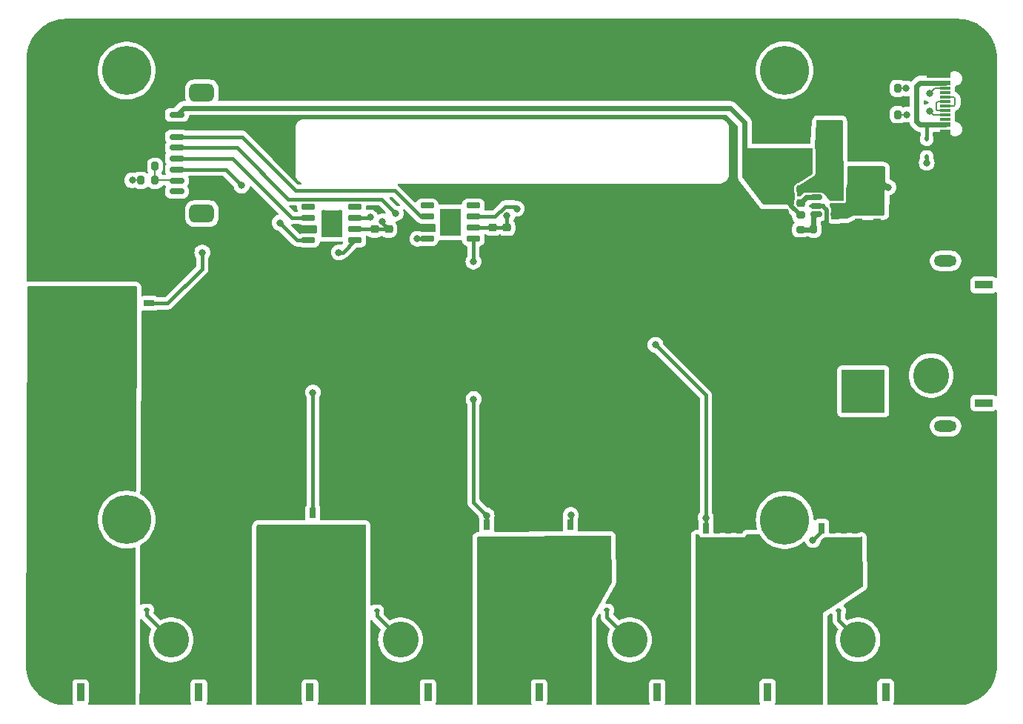
<source format=gbr>
%TF.GenerationSoftware,KiCad,Pcbnew,7.0.6-0*%
%TF.CreationDate,2023-08-19T11:48:42+10:00*%
%TF.ProjectId,rear_screen,72656172-5f73-4637-9265-656e2e6b6963,rev?*%
%TF.SameCoordinates,Original*%
%TF.FileFunction,Copper,L1,Top*%
%TF.FilePolarity,Positive*%
%FSLAX46Y46*%
G04 Gerber Fmt 4.6, Leading zero omitted, Abs format (unit mm)*
G04 Created by KiCad (PCBNEW 7.0.6-0) date 2023-08-19 11:48:42*
%MOMM*%
%LPD*%
G01*
G04 APERTURE LIST*
G04 Aperture macros list*
%AMRoundRect*
0 Rectangle with rounded corners*
0 $1 Rounding radius*
0 $2 $3 $4 $5 $6 $7 $8 $9 X,Y pos of 4 corners*
0 Add a 4 corners polygon primitive as box body*
4,1,4,$2,$3,$4,$5,$6,$7,$8,$9,$2,$3,0*
0 Add four circle primitives for the rounded corners*
1,1,$1+$1,$2,$3*
1,1,$1+$1,$4,$5*
1,1,$1+$1,$6,$7*
1,1,$1+$1,$8,$9*
0 Add four rect primitives between the rounded corners*
20,1,$1+$1,$2,$3,$4,$5,0*
20,1,$1+$1,$4,$5,$6,$7,0*
20,1,$1+$1,$6,$7,$8,$9,0*
20,1,$1+$1,$8,$9,$2,$3,0*%
%AMFreePoly0*
4,1,9,2.975000,-2.350000,1.425000,-2.350000,1.425000,-2.100000,-1.650000,-2.100000,-1.650000,2.100000,1.425000,2.100000,1.425000,2.350000,2.975000,2.350000,2.975000,-2.350000,2.975000,-2.350000,$1*%
G04 Aperture macros list end*
%TA.AperFunction,SMDPad,CuDef*%
%ADD10RoundRect,0.200000X0.200000X0.275000X-0.200000X0.275000X-0.200000X-0.275000X0.200000X-0.275000X0*%
%TD*%
%TA.AperFunction,SMDPad,CuDef*%
%ADD11RoundRect,0.200000X-0.200000X-0.275000X0.200000X-0.275000X0.200000X0.275000X-0.200000X0.275000X0*%
%TD*%
%TA.AperFunction,SMDPad,CuDef*%
%ADD12RoundRect,0.225000X-0.250000X0.225000X-0.250000X-0.225000X0.250000X-0.225000X0.250000X0.225000X0*%
%TD*%
%TA.AperFunction,SMDPad,CuDef*%
%ADD13RoundRect,0.225000X0.250000X-0.225000X0.250000X0.225000X-0.250000X0.225000X-0.250000X-0.225000X0*%
%TD*%
%TA.AperFunction,SMDPad,CuDef*%
%ADD14RoundRect,0.150000X-0.512500X-0.150000X0.512500X-0.150000X0.512500X0.150000X-0.512500X0.150000X0*%
%TD*%
%TA.AperFunction,SMDPad,CuDef*%
%ADD15RoundRect,0.250000X0.550000X-1.500000X0.550000X1.500000X-0.550000X1.500000X-0.550000X-1.500000X0*%
%TD*%
%TA.AperFunction,SMDPad,CuDef*%
%ADD16RoundRect,0.200000X-0.275000X0.200000X-0.275000X-0.200000X0.275000X-0.200000X0.275000X0.200000X0*%
%TD*%
%TA.AperFunction,SMDPad,CuDef*%
%ADD17R,1.500000X2.500000*%
%TD*%
%TA.AperFunction,SMDPad,CuDef*%
%ADD18R,1.200000X1.200000*%
%TD*%
%TA.AperFunction,SMDPad,CuDef*%
%ADD19RoundRect,0.112500X0.187500X0.112500X-0.187500X0.112500X-0.187500X-0.112500X0.187500X-0.112500X0*%
%TD*%
%TA.AperFunction,SMDPad,CuDef*%
%ADD20R,2.410000X3.100000*%
%TD*%
%TA.AperFunction,ComponentPad*%
%ADD21C,0.500000*%
%TD*%
%TA.AperFunction,SMDPad,CuDef*%
%ADD22RoundRect,0.150000X-0.650000X-0.150000X0.650000X-0.150000X0.650000X0.150000X-0.650000X0.150000X0*%
%TD*%
%TA.AperFunction,SMDPad,CuDef*%
%ADD23RoundRect,0.112500X0.112500X-0.187500X0.112500X0.187500X-0.112500X0.187500X-0.112500X-0.187500X0*%
%TD*%
%TA.AperFunction,SMDPad,CuDef*%
%ADD24RoundRect,0.150000X-0.700000X0.150000X-0.700000X-0.150000X0.700000X-0.150000X0.700000X0.150000X0*%
%TD*%
%TA.AperFunction,SMDPad,CuDef*%
%ADD25RoundRect,0.500000X-0.900000X0.500000X-0.900000X-0.500000X0.900000X-0.500000X0.900000X0.500000X0*%
%TD*%
%TA.AperFunction,ComponentPad*%
%ADD26C,5.600000*%
%TD*%
%TA.AperFunction,ComponentPad*%
%ADD27C,4.916000*%
%TD*%
%TA.AperFunction,ComponentPad*%
%ADD28R,4.916000X4.916000*%
%TD*%
%TA.AperFunction,ComponentPad*%
%ADD29O,2.600000X1.300000*%
%TD*%
%TA.AperFunction,ComponentPad*%
%ADD30R,0.900000X2.000000*%
%TD*%
%TA.AperFunction,ComponentPad*%
%ADD31RoundRect,1.025000X1.025000X1.025000X-1.025000X1.025000X-1.025000X-1.025000X1.025000X-1.025000X0*%
%TD*%
%TA.AperFunction,ComponentPad*%
%ADD32C,4.100000*%
%TD*%
%TA.AperFunction,SMDPad,CuDef*%
%ADD33R,0.700000X1.150000*%
%TD*%
%TA.AperFunction,SMDPad,CuDef*%
%ADD34FreePoly0,270.000000*%
%TD*%
%TA.AperFunction,SMDPad,CuDef*%
%ADD35R,1.240000X0.600000*%
%TD*%
%TA.AperFunction,SMDPad,CuDef*%
%ADD36R,1.240000X0.300000*%
%TD*%
%TA.AperFunction,ComponentPad*%
%ADD37O,2.100000X1.000000*%
%TD*%
%TA.AperFunction,ComponentPad*%
%ADD38O,1.800000X1.000000*%
%TD*%
%TA.AperFunction,SMDPad,CuDef*%
%ADD39FreePoly0,180.000000*%
%TD*%
%TA.AperFunction,SMDPad,CuDef*%
%ADD40R,1.150000X0.700000*%
%TD*%
%TA.AperFunction,ComponentPad*%
%ADD41R,2.000000X0.900000*%
%TD*%
%TA.AperFunction,ComponentPad*%
%ADD42RoundRect,1.025000X-1.025000X1.025000X-1.025000X-1.025000X1.025000X-1.025000X1.025000X1.025000X0*%
%TD*%
%TA.AperFunction,ViaPad*%
%ADD43C,0.800000*%
%TD*%
%TA.AperFunction,Conductor*%
%ADD44C,0.400000*%
%TD*%
%TA.AperFunction,Conductor*%
%ADD45C,0.600000*%
%TD*%
%TA.AperFunction,Conductor*%
%ADD46C,0.200000*%
%TD*%
%TA.AperFunction,Conductor*%
%ADD47C,0.500000*%
%TD*%
G04 APERTURE END LIST*
D10*
%TO.P,R6,1*%
%TO.N,GPIO14*%
X93400000Y-78900000D03*
%TO.P,R6,2*%
%TO.N,GND*%
X91750000Y-78900000D03*
%TD*%
D11*
%TO.P,R5,1*%
%TO.N,VIN*%
X91750000Y-80500000D03*
%TO.P,R5,2*%
%TO.N,GPIO14*%
X93400000Y-80500000D03*
%TD*%
D12*
%TO.P,C6,1*%
%TO.N,+5V*%
X163600000Y-82625000D03*
%TO.P,C6,2*%
%TO.N,GND*%
X163600000Y-84175000D03*
%TD*%
D13*
%TO.P,C4,1*%
%TO.N,Net-(U3-BST)*%
X167200000Y-83075000D03*
%TO.P,C4,2*%
%TO.N,Net-(D7-K)*%
X167200000Y-81525000D03*
%TD*%
D14*
%TO.P,U3,1,BST*%
%TO.N,Net-(U3-BST)*%
X169000000Y-82450000D03*
%TO.P,U3,2,GND*%
%TO.N,GND*%
X169000000Y-83400000D03*
%TO.P,U3,3,FB*%
%TO.N,Net-(U3-FB)*%
X169000000Y-84350000D03*
%TO.P,U3,4,EN*%
%TO.N,VIN*%
X171275000Y-84350000D03*
%TO.P,U3,5,VIN*%
X171275000Y-83400000D03*
%TO.P,U3,6,LX*%
%TO.N,Net-(D7-K)*%
X171275000Y-82450000D03*
%TD*%
D12*
%TO.P,C2,1*%
%TO.N,VIN*%
X175900000Y-83725000D03*
%TO.P,C2,2*%
%TO.N,GND*%
X175900000Y-85275000D03*
%TD*%
D11*
%TO.P,R4,1*%
%TO.N,Net-(U3-FB)*%
X168675000Y-86100000D03*
%TO.P,R4,2*%
%TO.N,GND*%
X170325000Y-86100000D03*
%TD*%
D15*
%TO.P,C1,1*%
%TO.N,VIN*%
X175800000Y-80900000D03*
%TO.P,C1,2*%
%TO.N,GND*%
X175800000Y-75500000D03*
%TD*%
D16*
%TO.P,R3,1*%
%TO.N,+5V*%
X167200000Y-84475000D03*
%TO.P,R3,2*%
%TO.N,Net-(U3-FB)*%
X167200000Y-86125000D03*
%TD*%
D17*
%TO.P,L1,1,1*%
%TO.N,Net-(D7-K)*%
X171250000Y-78300000D03*
%TO.P,L1,2,2*%
%TO.N,+5V*%
X167550000Y-78300000D03*
%TD*%
D15*
%TO.P,C5,1*%
%TO.N,+5V*%
X162900000Y-79800000D03*
%TO.P,C5,2*%
%TO.N,GND*%
X162900000Y-74200000D03*
%TD*%
D12*
%TO.P,C3,1*%
%TO.N,VIN*%
X173800000Y-83725000D03*
%TO.P,C3,2*%
%TO.N,GND*%
X173800000Y-85275000D03*
%TD*%
%TO.P,C7,1*%
%TO.N,+5V*%
X165300000Y-82625000D03*
%TO.P,C7,2*%
%TO.N,GND*%
X165300000Y-84175000D03*
%TD*%
D18*
%TO.P,D7,1,K*%
%TO.N,Net-(D7-K)*%
X170499999Y-74600000D03*
%TO.P,D7,2,A*%
%TO.N,GND*%
X167699999Y-74600000D03*
%TD*%
D19*
%TO.P,D5,1,K*%
%TO.N,VIN*%
X171550000Y-129700000D03*
%TO.P,D5,2,A*%
%TO.N,Net-(D5-A)*%
X169450000Y-129700000D03*
%TD*%
%TO.P,D4,1,K*%
%TO.N,VIN*%
X145050000Y-129600000D03*
%TO.P,D4,2,A*%
%TO.N,Net-(D4-A)*%
X142950000Y-129600000D03*
%TD*%
%TO.P,D3,1,K*%
%TO.N,VIN*%
X118750000Y-129700000D03*
%TO.P,D3,2,A*%
%TO.N,Net-(D3-A)*%
X116650000Y-129700000D03*
%TD*%
%TO.P,D2,1,K*%
%TO.N,VIN*%
X92450000Y-129600000D03*
%TO.P,D2,2,A*%
%TO.N,Net-(D2-A)*%
X90350000Y-129600000D03*
%TD*%
D20*
%TO.P,U2,9,TH*%
%TO.N,unconnected-(U2-TH-Pad9)*%
X127140712Y-85295111D03*
D21*
X126185712Y-86595111D03*
X126185712Y-83995111D03*
X126185712Y-85295111D03*
X128095712Y-86595111D03*
X128095712Y-85295111D03*
X128095712Y-83995111D03*
D22*
%TO.P,U2,8,NC*%
%TO.N,unconnected-(U2-NC-Pad8)*%
X129790712Y-83390111D03*
%TO.P,U2,7,~{OUT_A}*%
%TO.N,Net-(Q1-G)*%
X129790712Y-84660111D03*
%TO.P,U2,6,V+*%
%TO.N,VIN*%
X129790712Y-85930111D03*
%TO.P,U2,5,~{OUT_B}*%
%TO.N,Net-(Q3-G)*%
X129790712Y-87200111D03*
%TO.P,U2,4,IN_B*%
%TO.N,GPIO11*%
X124490712Y-87200111D03*
%TO.P,U2,3,GND*%
%TO.N,GND*%
X124490712Y-85930111D03*
%TO.P,U2,2,IN_A*%
%TO.N,GPIO10*%
X124490712Y-84660111D03*
%TO.P,U2,1,NC*%
%TO.N,unconnected-(U2-NC-Pad1)*%
X124490712Y-83390111D03*
%TD*%
D20*
%TO.P,U1,9,TH*%
%TO.N,unconnected-(U1-TH-Pad9)*%
X113592032Y-85449584D03*
D21*
X112637032Y-86749584D03*
X112637032Y-84149584D03*
X112637032Y-85449584D03*
X114547032Y-86749584D03*
X114547032Y-85449584D03*
X114547032Y-84149584D03*
D22*
%TO.P,U1,8,NC*%
%TO.N,unconnected-(U1-NC-Pad8)*%
X116242032Y-83544584D03*
%TO.P,U1,7,~{OUT_A}*%
%TO.N,Net-(Q6-G)*%
X116242032Y-84814584D03*
%TO.P,U1,6,V+*%
%TO.N,VIN*%
X116242032Y-86084584D03*
%TO.P,U1,5,~{OUT_B}*%
%TO.N,Net-(Q7-G)*%
X116242032Y-87354584D03*
%TO.P,U1,4,IN_B*%
%TO.N,GPIO13*%
X110942032Y-87354584D03*
%TO.P,U1,3,GND*%
%TO.N,GND*%
X110942032Y-86084584D03*
%TO.P,U1,2,IN_A*%
%TO.N,GPIO12*%
X110942032Y-84814584D03*
%TO.P,U1,1,NC*%
%TO.N,unconnected-(U1-NC-Pad1)*%
X110942032Y-83544584D03*
%TD*%
D23*
%TO.P,D1,1,K*%
%TO.N,VIN*%
X181600000Y-77850000D03*
%TO.P,D1,2,A*%
%TO.N,VBUS*%
X181600000Y-75750000D03*
%TD*%
D24*
%TO.P,J7,1,Pin_1*%
%TO.N,+5V*%
X95900000Y-73025000D03*
%TO.P,J7,2,Pin_2*%
%TO.N,GND*%
X95900000Y-74275000D03*
%TO.P,J7,3,Pin_3*%
%TO.N,GPIO10*%
X95900000Y-75525000D03*
%TO.P,J7,4,Pin_4*%
%TO.N,GPIO11*%
X95900000Y-76775000D03*
%TO.P,J7,5,Pin_5*%
%TO.N,GPIO12*%
X95900000Y-78025000D03*
%TO.P,J7,6,Pin_6*%
%TO.N,GPIO13*%
X95900000Y-79275000D03*
%TO.P,J7,7,Pin_7*%
%TO.N,GPIO14*%
X95900000Y-80525000D03*
%TO.P,J7,8,Pin_8*%
%TO.N,GPIO21*%
X95900000Y-81775000D03*
D25*
%TO.P,J7,MP*%
%TO.N,N/C*%
X98750000Y-70500000D03*
X98750000Y-84300000D03*
%TD*%
D26*
%TO.P,H2,1*%
%TO.N,N/C*%
X165339531Y-67939531D03*
%TD*%
D27*
%TO.P,J6,1,Pin_1*%
%TO.N,GND*%
X174350000Y-93700000D03*
D28*
%TO.P,J6,2,Pin_2*%
%TO.N,VIN*%
X174350000Y-104600000D03*
D29*
%TO.P,J6,S1*%
%TO.N,N/C*%
X183750000Y-108600000D03*
%TO.P,J6,S2*%
X183750000Y-89700000D03*
%TD*%
D30*
%TO.P,J3,*%
%TO.N,*%
X124600000Y-139000000D03*
X111100000Y-139000000D03*
D31*
%TO.P,J3,1,Pin_1*%
%TO.N,Net-(D3-A)*%
X114250000Y-133000000D03*
D32*
%TO.P,J3,2,Pin_2*%
%TO.N,VIN*%
X121450000Y-133000000D03*
%TD*%
D33*
%TO.P,Q2,1,S*%
%TO.N,GND*%
X160180000Y-120230000D03*
%TO.P,Q2,2,S*%
X158910000Y-120230000D03*
%TO.P,Q2,3,S*%
X157630000Y-120230000D03*
%TO.P,Q2,4,G*%
%TO.N,Net-(Q1-G)*%
X156360000Y-120230000D03*
D34*
%TO.P,Q2,5,D*%
%TO.N,Net-(D5-A)*%
X158270000Y-123500000D03*
%TD*%
D12*
%TO.P,C8,1*%
%TO.N,VIN*%
X131995000Y-85900000D03*
%TO.P,C8,2*%
%TO.N,GND*%
X131995000Y-87450000D03*
%TD*%
%TO.P,C9,1*%
%TO.N,VIN*%
X133595000Y-85900000D03*
%TO.P,C9,2*%
%TO.N,GND*%
X133595000Y-87450000D03*
%TD*%
D26*
%TO.P,H3,1*%
%TO.N,N/C*%
X165370000Y-119300000D03*
%TD*%
%TO.P,H4,1*%
%TO.N,N/C*%
X90160000Y-119260000D03*
%TD*%
D12*
%TO.P,C10,1*%
%TO.N,VIN*%
X120095000Y-86090001D03*
%TO.P,C10,2*%
%TO.N,GND*%
X120095000Y-87640001D03*
%TD*%
D30*
%TO.P,J4,*%
%TO.N,*%
X150800000Y-139000000D03*
X137300000Y-139000000D03*
D31*
%TO.P,J4,1,Pin_1*%
%TO.N,Net-(D4-A)*%
X140450000Y-133000000D03*
D32*
%TO.P,J4,2,Pin_2*%
%TO.N,VIN*%
X147650000Y-133000000D03*
%TD*%
D10*
%TO.P,R1,1*%
%TO.N,Net-(J13-CC1)*%
X178275000Y-73000000D03*
%TO.P,R1,2*%
%TO.N,GND*%
X176625000Y-73000000D03*
%TD*%
D12*
%TO.P,C11,1*%
%TO.N,VIN*%
X118495000Y-86090000D03*
%TO.P,C11,2*%
%TO.N,GND*%
X118495000Y-87640000D03*
%TD*%
D35*
%TO.P,J13,A1,GND*%
%TO.N,GND*%
X183725000Y-74950000D03*
%TO.P,J13,A4,VBUS*%
%TO.N,VBUS*%
X183725000Y-74150000D03*
D36*
%TO.P,J13,A5,CC1*%
%TO.N,Net-(J13-CC1)*%
X183725000Y-73000000D03*
%TO.P,J13,A6,D+*%
%TO.N,USB_D+*%
X183725000Y-72000000D03*
%TO.P,J13,A7,D-*%
%TO.N,USB_D-*%
X183725000Y-71500000D03*
%TO.P,J13,A8,SBU1*%
%TO.N,unconnected-(J13-SBU1-PadA8)*%
X183725000Y-70500000D03*
D35*
%TO.P,J13,A9,VBUS*%
%TO.N,VBUS*%
X183725000Y-69350000D03*
%TO.P,J13,A12,GND*%
%TO.N,GND*%
X183725000Y-68550000D03*
%TO.P,J13,B1,GND*%
X183725000Y-68550000D03*
%TO.P,J13,B4,VBUS*%
%TO.N,VBUS*%
X183725000Y-69350000D03*
D36*
%TO.P,J13,B5,CC2*%
%TO.N,Net-(J13-CC2)*%
X183725000Y-70000000D03*
%TO.P,J13,B6,D+*%
%TO.N,USB_D+*%
X183725000Y-71000000D03*
%TO.P,J13,B7,D-*%
%TO.N,USB_D-*%
X183725000Y-72500000D03*
%TO.P,J13,B8,SBU2*%
%TO.N,unconnected-(J13-SBU2-PadB8)*%
X183725000Y-73500000D03*
D35*
%TO.P,J13,B9,VBUS*%
%TO.N,VBUS*%
X183725000Y-74150000D03*
%TO.P,J13,B12,GND*%
%TO.N,GND*%
X183725000Y-74950000D03*
D37*
%TO.P,J13,S1,SHIELD*%
X184325000Y-76070000D03*
D38*
X188525000Y-76070000D03*
D37*
X184325000Y-67430000D03*
D38*
X188525000Y-67430000D03*
%TD*%
D33*
%TO.P,Q4,1,S*%
%TO.N,GND*%
X135160000Y-119880000D03*
%TO.P,Q4,2,S*%
X133890000Y-119880000D03*
%TO.P,Q4,3,S*%
X132610000Y-119880000D03*
%TO.P,Q4,4,G*%
%TO.N,Net-(Q3-G)*%
X131340000Y-119880000D03*
D34*
%TO.P,Q4,5,D*%
%TO.N,Net-(D4-A)*%
X133250000Y-123150000D03*
%TD*%
D33*
%TO.P,Q1,1,S*%
%TO.N,GND*%
X173410000Y-120230000D03*
%TO.P,Q1,2,S*%
X172140000Y-120230000D03*
%TO.P,Q1,3,S*%
X170860000Y-120230000D03*
%TO.P,Q1,4,G*%
%TO.N,Net-(Q1-G)*%
X169590000Y-120230000D03*
D34*
%TO.P,Q1,5,D*%
%TO.N,Net-(D5-A)*%
X171500000Y-123500000D03*
%TD*%
D39*
%TO.P,Q7,5,D*%
%TO.N,Net-(D2-A)*%
X89455435Y-96475877D03*
D40*
%TO.P,Q7,4,G*%
%TO.N,Net-(Q7-G)*%
X92725435Y-94565877D03*
%TO.P,Q7,3,S*%
%TO.N,GND*%
X92725435Y-95835877D03*
%TO.P,Q7,2,S*%
X92725435Y-97115877D03*
%TO.P,Q7,1,S*%
X92725435Y-98385877D03*
%TD*%
D30*
%TO.P,J2,*%
%TO.N,*%
X98400000Y-139000000D03*
X84900000Y-139000000D03*
D31*
%TO.P,J2,1,Pin_1*%
%TO.N,Net-(D2-A)*%
X88050000Y-133000000D03*
D32*
%TO.P,J2,2,Pin_2*%
%TO.N,VIN*%
X95250000Y-133000000D03*
%TD*%
D30*
%TO.P,J5,*%
%TO.N,*%
X176900000Y-138990522D03*
X163400000Y-138990522D03*
D31*
%TO.P,J5,1,Pin_1*%
%TO.N,Net-(D5-A)*%
X166550000Y-132990522D03*
D32*
%TO.P,J5,2,Pin_2*%
%TO.N,VIN*%
X173750000Y-132990522D03*
%TD*%
D41*
%TO.P,J1,*%
%TO.N,*%
X188100000Y-92450000D03*
X188100000Y-105950000D03*
D42*
%TO.P,J1,1,Pin_1*%
%TO.N,GND*%
X182100000Y-95600000D03*
D32*
%TO.P,J1,2,Pin_2*%
%TO.N,VIN*%
X182100000Y-102800000D03*
%TD*%
D26*
%TO.P,H1,1*%
%TO.N,N/C*%
X90150000Y-67960000D03*
%TD*%
D33*
%TO.P,Q3,1,S*%
%TO.N,GND*%
X144710000Y-119830000D03*
%TO.P,Q3,2,S*%
X143440000Y-119830000D03*
%TO.P,Q3,3,S*%
X142160000Y-119830000D03*
%TO.P,Q3,4,G*%
%TO.N,Net-(Q3-G)*%
X140890000Y-119830000D03*
D34*
%TO.P,Q3,5,D*%
%TO.N,Net-(D4-A)*%
X142800000Y-123100000D03*
%TD*%
D11*
%TO.P,R2,1*%
%TO.N,GND*%
X176625000Y-70000000D03*
%TO.P,R2,2*%
%TO.N,Net-(J13-CC2)*%
X178275000Y-70000000D03*
%TD*%
D33*
%TO.P,Q6,1,S*%
%TO.N,GND*%
X115260000Y-118530000D03*
%TO.P,Q6,2,S*%
X113990000Y-118530000D03*
%TO.P,Q6,3,S*%
X112710000Y-118530000D03*
%TO.P,Q6,4,G*%
%TO.N,Net-(Q6-G)*%
X111440000Y-118530000D03*
D34*
%TO.P,Q6,5,D*%
%TO.N,Net-(D3-A)*%
X113350000Y-121800000D03*
%TD*%
D43*
%TO.N,VIN*%
X90800000Y-80500000D03*
X177200000Y-81300000D03*
X181600000Y-78500000D03*
%TO.N,Net-(Q1-G)*%
X134750000Y-83750000D03*
X150600000Y-99300000D03*
%TO.N,Net-(Q3-G)*%
X129800000Y-105500000D03*
X129790712Y-89800000D03*
%TO.N,Net-(Q6-G)*%
X118000000Y-84750000D03*
X111450000Y-104750000D03*
%TO.N,Net-(Q7-G)*%
X98800000Y-88750000D03*
%TO.N,GPIO11*%
X120900000Y-84300000D03*
X123380000Y-87180000D03*
%TO.N,GPIO13*%
X107650000Y-85350000D03*
X103300000Y-81100000D03*
%TO.N,Net-(Q1-G)*%
X156350000Y-119050000D03*
X168600000Y-121600000D03*
%TO.N,Net-(D5-A)*%
X172900000Y-125500000D03*
X156781536Y-124209617D03*
X159781536Y-124209616D03*
X158281536Y-125709616D03*
X158281537Y-124209616D03*
X171400000Y-122500000D03*
X156781536Y-125709616D03*
X172900000Y-124000000D03*
X159781536Y-122709616D03*
X169900000Y-125500000D03*
X172900000Y-122500000D03*
X169900000Y-124000000D03*
X169900000Y-122500000D03*
X171400000Y-125500000D03*
X156781536Y-122709615D03*
X159781536Y-125709616D03*
X158281537Y-122709616D03*
X171400000Y-124000000D03*
%TO.N,Net-(D4-A)*%
X133269300Y-122287718D03*
X134769300Y-125287718D03*
X144323295Y-122259064D03*
X142823295Y-123759064D03*
X134769300Y-122287718D03*
X131640000Y-122300000D03*
X134769299Y-123787718D03*
X144323295Y-125259063D03*
X144323295Y-123759064D03*
X133269300Y-125287718D03*
X131640000Y-125300000D03*
X142823295Y-125259064D03*
X141323296Y-122259064D03*
X141323295Y-123759064D03*
X142823295Y-122259064D03*
X131640000Y-123800000D03*
X141323295Y-125259064D03*
X133269300Y-123787718D03*
%TO.N,Net-(D3-A)*%
X113356427Y-121020711D03*
X114856429Y-121020712D03*
X111856428Y-124020710D03*
X114856428Y-124020712D03*
X111856428Y-122520710D03*
X113356428Y-122520710D03*
X114856428Y-122520712D03*
X111856428Y-121020712D03*
X113356428Y-124020712D03*
%TO.N,Net-(D2-A)*%
X87300001Y-95000000D03*
X88800000Y-96500000D03*
X88800000Y-98000000D03*
X87300001Y-96500000D03*
X88800000Y-95000000D03*
X87300002Y-98000000D03*
X90300000Y-96500000D03*
X90300000Y-98000000D03*
X90300000Y-95000002D03*
%TO.N,VIN*%
X133595000Y-84575000D03*
X119400000Y-85200000D03*
%TO.N,Net-(J13-CC2)*%
X181949999Y-70600000D03*
X179257634Y-70007602D03*
%TO.N,Net-(J13-CC1)*%
X179295678Y-72987727D03*
X181925000Y-72600000D03*
%TO.N,Net-(Q3-G)*%
X131300000Y-118800000D03*
%TO.N,Net-(Q7-G)*%
X114400000Y-88750000D03*
%TO.N,Net-(Q3-G)*%
X140921719Y-118734840D03*
%TD*%
D44*
%TO.N,GPIO13*%
X107650000Y-85350000D02*
X109654584Y-87354584D01*
X109654584Y-87354584D02*
X110935415Y-87354584D01*
%TO.N,Net-(Q3-G)*%
X131300000Y-118800000D02*
X131340000Y-118840000D01*
X129800000Y-117300000D02*
X129800000Y-105500000D01*
X131340000Y-118840000D02*
X131340000Y-119880000D01*
X131300000Y-118800000D02*
X129800000Y-117300000D01*
%TO.N,GPIO11*%
X120900000Y-84300000D02*
X119250000Y-82650000D01*
X108650000Y-82650000D02*
X102775000Y-76775000D01*
X119250000Y-82650000D02*
X108650000Y-82650000D01*
X102775000Y-76775000D02*
X95900000Y-76775000D01*
D45*
%TO.N,+5V*%
X95900000Y-73025000D02*
X96675000Y-72250000D01*
X160800000Y-78800000D02*
X161800000Y-79800000D01*
X161800000Y-79800000D02*
X162900000Y-79800000D01*
X96675000Y-72250000D02*
X159150000Y-72250000D01*
X159150000Y-72250000D02*
X160800000Y-73900000D01*
X160800000Y-73900000D02*
X160800000Y-78800000D01*
D44*
%TO.N,VIN*%
X119400000Y-85200000D02*
X119400000Y-85395001D01*
X119400000Y-85395001D02*
X120094999Y-86090000D01*
D46*
X91750000Y-80500000D02*
X90800000Y-80500000D01*
%TO.N,GPIO14*%
X93400000Y-80500000D02*
X93400000Y-78900000D01*
X93400000Y-80500000D02*
X95875000Y-80500000D01*
X95875000Y-80500000D02*
X95900000Y-80525000D01*
D44*
%TO.N,GPIO10*%
X95900000Y-75525000D02*
X103325000Y-75525000D01*
X109500000Y-81700000D02*
X120800000Y-81700000D01*
X103325000Y-75525000D02*
X109500000Y-81700000D01*
X120800000Y-81700000D02*
X123740000Y-84640000D01*
X123740000Y-84640000D02*
X124500000Y-84640000D01*
%TO.N,GPIO12*%
X95900000Y-78025000D02*
X102225000Y-78025000D01*
X109004999Y-84804999D02*
X110945000Y-84804999D01*
X102225000Y-78025000D02*
X109004999Y-84804999D01*
%TO.N,Net-(Q7-G)*%
X94845435Y-94565877D02*
X98800000Y-90611312D01*
X98800000Y-90611312D02*
X98800000Y-88750000D01*
X92725435Y-94565877D02*
X94845435Y-94565877D01*
%TO.N,VIN*%
X176800000Y-80900000D02*
X175800000Y-80900000D01*
X177200000Y-81300000D02*
X176800000Y-80900000D01*
X181600000Y-78500000D02*
X181600000Y-77850000D01*
%TO.N,VBUS*%
X181600000Y-75750000D02*
X181600000Y-74250000D01*
X181600000Y-74250000D02*
X181500000Y-74150000D01*
D47*
%TO.N,+5V*%
X166254594Y-83579594D02*
X166275000Y-83579594D01*
X165300000Y-82625000D02*
X166254594Y-83579594D01*
X166275000Y-83579594D02*
X167170406Y-84475000D01*
X167170406Y-84475000D02*
X167200000Y-84475000D01*
D45*
%TO.N,Net-(U3-FB)*%
X167200000Y-86125000D02*
X168650000Y-86125000D01*
X168650000Y-86125000D02*
X168675000Y-86100000D01*
X168675000Y-86100000D02*
X168675000Y-84675000D01*
X168675000Y-84675000D02*
X169000000Y-84350000D01*
D47*
%TO.N,GND*%
X169000000Y-83400000D02*
X169700000Y-83400000D01*
X169700000Y-83400000D02*
X170162500Y-83862500D01*
X170162500Y-85937500D02*
X170325000Y-86100000D01*
X170162500Y-83862500D02*
X170162500Y-85937500D01*
D45*
%TO.N,Net-(U3-BST)*%
X167200000Y-83075000D02*
X167825000Y-82450000D01*
X167825000Y-82450000D02*
X169000000Y-82450000D01*
%TO.N,VBUS*%
X183724999Y-69350000D02*
X181700000Y-69350000D01*
X181700000Y-69350000D02*
X180849999Y-69350000D01*
D44*
%TO.N,VIN*%
X92450000Y-129600000D02*
X92450000Y-130200000D01*
X92450000Y-130200000D02*
X95250000Y-133000000D01*
X171550000Y-129700000D02*
X171550000Y-130790522D01*
X171550000Y-130790522D02*
X173750000Y-132990522D01*
X145050000Y-129600000D02*
X145050000Y-130400000D01*
X145050000Y-130400000D02*
X147650000Y-133000000D01*
X118750000Y-129700000D02*
X118750000Y-130300000D01*
X118750000Y-130300000D02*
X121450000Y-133000000D01*
%TO.N,Net-(Q1-G)*%
X156350000Y-105050000D02*
X156350000Y-119050000D01*
X150600000Y-99300000D02*
X156350000Y-105050000D01*
%TO.N,Net-(Q3-G)*%
X129790712Y-89800000D02*
X129790712Y-87200111D01*
%TO.N,Net-(Q1-G)*%
X168600000Y-121600000D02*
X169590000Y-120610000D01*
X169590000Y-120610000D02*
X169590000Y-120230000D01*
X133397207Y-83500000D02*
X134500000Y-83500000D01*
X132237096Y-84660111D02*
X133397207Y-83500000D01*
X134500000Y-83500000D02*
X134750000Y-83750000D01*
X129790712Y-84660111D02*
X132237096Y-84660111D01*
%TO.N,Net-(Q6-G)*%
X111450000Y-104750000D02*
X111440000Y-104760000D01*
X111440000Y-104760000D02*
X111440000Y-118530000D01*
X118000000Y-84750000D02*
X117945001Y-84804999D01*
X117945001Y-84804999D02*
X116245000Y-84804999D01*
%TO.N,Net-(Q7-G)*%
X114400000Y-88750000D02*
X114839999Y-88750000D01*
X114839999Y-88750000D02*
X116244999Y-87345000D01*
%TO.N,GPIO13*%
X103300000Y-81100000D02*
X101475000Y-79275000D01*
X101475000Y-79275000D02*
X95900000Y-79275000D01*
%TO.N,GPIO11*%
X123380000Y-87180000D02*
X124500000Y-87180000D01*
D45*
%TO.N,VBUS*%
X183725000Y-74150000D02*
X180800000Y-74150000D01*
X180849999Y-69350000D02*
X180450000Y-69750000D01*
X180450000Y-69750000D02*
X180450000Y-73800000D01*
X180450000Y-73800000D02*
X180800000Y-74150000D01*
D44*
%TO.N,VIN*%
X133595000Y-85900000D02*
X133595000Y-84575000D01*
X116245000Y-86075000D02*
X120080000Y-86075000D01*
X129800000Y-85910000D02*
X133585000Y-85910000D01*
D46*
%TO.N,Net-(J13-CC2)*%
X181949999Y-70600000D02*
X182550000Y-69999999D01*
X178275000Y-70000000D02*
X179250032Y-70000000D01*
X179250032Y-70000000D02*
X179257634Y-70007602D01*
X182550000Y-69999999D02*
X183725000Y-70000000D01*
D45*
%TO.N,GND*%
X183725000Y-74949999D02*
X183725000Y-75470000D01*
X183725000Y-75470000D02*
X184325000Y-76070000D01*
D44*
%TO.N,Net-(Q1-G)*%
X156360000Y-120230000D02*
X156360000Y-119060000D01*
X156360000Y-119060000D02*
X156350000Y-119050000D01*
D46*
%TO.N,USB_D-*%
X183725000Y-71500000D02*
X182875000Y-71500000D01*
%TO.N,USB_D+*%
X184850000Y-71125000D02*
X184850000Y-71849999D01*
%TO.N,USB_D-*%
X182875000Y-71500000D02*
X182700000Y-71675000D01*
%TO.N,Net-(J13-CC1)*%
X181925000Y-72600000D02*
X182325000Y-73000000D01*
%TO.N,USB_D+*%
X184850000Y-71849999D02*
X184700000Y-71999999D01*
%TO.N,Net-(J13-CC1)*%
X182325000Y-73000000D02*
X183725000Y-73000000D01*
%TO.N,USB_D+*%
X183725000Y-71000001D02*
X184725000Y-71000000D01*
%TO.N,Net-(J13-CC1)*%
X179283405Y-73000000D02*
X179295678Y-72987727D01*
X178275000Y-73000000D02*
X179283405Y-73000000D01*
%TO.N,USB_D+*%
X184700000Y-71999999D02*
X183725000Y-71999999D01*
X184725000Y-71000000D02*
X184850000Y-71125000D01*
%TO.N,USB_D-*%
X182700000Y-71675000D02*
X182700000Y-72400001D01*
X182800000Y-72500000D02*
X183725000Y-72500000D01*
X182700000Y-72400001D02*
X182800000Y-72500000D01*
D44*
%TO.N,Net-(Q3-G)*%
X140921719Y-118734840D02*
X140921719Y-119798281D01*
X140921719Y-119798281D02*
X140890000Y-119830000D01*
%TD*%
%TA.AperFunction,Conductor*%
%TO.N,GND*%
G36*
X184100000Y-68250000D02*
G01*
X184100000Y-68499556D01*
X184044900Y-68637847D01*
X184044899Y-68637851D01*
X184044899Y-68637853D01*
X184035437Y-68695562D01*
X184005168Y-68758532D01*
X183945658Y-68795142D01*
X183913072Y-68799500D01*
X181600000Y-68799500D01*
X181600000Y-66249999D01*
X184100000Y-66249999D01*
X184100000Y-68250000D01*
G37*
%TD.AperFunction*%
%TD*%
%TA.AperFunction,Conductor*%
%TO.N,Net-(D2-A)*%
G36*
X91272524Y-92619685D02*
G01*
X91318279Y-92672489D01*
X91329484Y-92724514D01*
X91233142Y-115966653D01*
X91213180Y-116033610D01*
X91160186Y-116079146D01*
X91090987Y-116088803D01*
X91069549Y-116083648D01*
X91044273Y-116075131D01*
X90694744Y-115998194D01*
X90338949Y-115959500D01*
X90338948Y-115959500D01*
X89981052Y-115959500D01*
X89981050Y-115959500D01*
X89625255Y-115998194D01*
X89275726Y-116075131D01*
X89019970Y-116161306D01*
X88936565Y-116189409D01*
X88936562Y-116189410D01*
X88936563Y-116189410D01*
X88936552Y-116189414D01*
X88611755Y-116339680D01*
X88611751Y-116339682D01*
X88383367Y-116477096D01*
X88305081Y-116524200D01*
X88216768Y-116591333D01*
X88020172Y-116740781D01*
X88020163Y-116740789D01*
X87760331Y-116986914D01*
X87528641Y-117259680D01*
X87528634Y-117259690D01*
X87327790Y-117555913D01*
X87327784Y-117555922D01*
X87160151Y-117872111D01*
X87160142Y-117872129D01*
X87027674Y-118204600D01*
X87027672Y-118204607D01*
X86931932Y-118549434D01*
X86931926Y-118549460D01*
X86874029Y-118902614D01*
X86874028Y-118902631D01*
X86854652Y-119259997D01*
X86854652Y-119260002D01*
X86874028Y-119617368D01*
X86874029Y-119617385D01*
X86931926Y-119970539D01*
X86931932Y-119970565D01*
X87027672Y-120315392D01*
X87027674Y-120315399D01*
X87160142Y-120647870D01*
X87160151Y-120647888D01*
X87327784Y-120964077D01*
X87327790Y-120964086D01*
X87528634Y-121260309D01*
X87528641Y-121260319D01*
X87760331Y-121533085D01*
X87760332Y-121533086D01*
X88020163Y-121779211D01*
X88305081Y-121995800D01*
X88611747Y-122180315D01*
X88611749Y-122180316D01*
X88611751Y-122180317D01*
X88611755Y-122180319D01*
X88936552Y-122330585D01*
X88936565Y-122330591D01*
X89275726Y-122444868D01*
X89625254Y-122521805D01*
X89981052Y-122560500D01*
X89981058Y-122560500D01*
X90338942Y-122560500D01*
X90338948Y-122560500D01*
X90694746Y-122521805D01*
X91044274Y-122444868D01*
X91044294Y-122444861D01*
X91047503Y-122443971D01*
X91047551Y-122444146D01*
X91047555Y-122444146D01*
X91047567Y-122444204D01*
X91047887Y-122445355D01*
X91111958Y-122442797D01*
X91172197Y-122478195D01*
X91203735Y-122540542D01*
X91205798Y-122563587D01*
X91132172Y-140326014D01*
X91112210Y-140392971D01*
X91059216Y-140438507D01*
X91008173Y-140449500D01*
X85886432Y-140449500D01*
X85819393Y-140429815D01*
X85773638Y-140377011D01*
X85763694Y-140307853D01*
X85787165Y-140251190D01*
X85790679Y-140246494D01*
X85793796Y-140242331D01*
X85844091Y-140107483D01*
X85850500Y-140047873D01*
X85850499Y-137952128D01*
X85844091Y-137892517D01*
X85793796Y-137757669D01*
X85793795Y-137757668D01*
X85793793Y-137757664D01*
X85707547Y-137642455D01*
X85707544Y-137642452D01*
X85592335Y-137556206D01*
X85592328Y-137556202D01*
X85457482Y-137505908D01*
X85457483Y-137505908D01*
X85397883Y-137499501D01*
X85397881Y-137499500D01*
X85397873Y-137499500D01*
X85397864Y-137499500D01*
X84402129Y-137499500D01*
X84402123Y-137499501D01*
X84342516Y-137505908D01*
X84207671Y-137556202D01*
X84207664Y-137556206D01*
X84092455Y-137642452D01*
X84092452Y-137642455D01*
X84006206Y-137757664D01*
X84006202Y-137757671D01*
X83955908Y-137892517D01*
X83949601Y-137951185D01*
X83949501Y-137952123D01*
X83949500Y-137952135D01*
X83949500Y-140047870D01*
X83949501Y-140047876D01*
X83955908Y-140107483D01*
X84006202Y-140242328D01*
X84006206Y-140242334D01*
X84012835Y-140251190D01*
X84037252Y-140316654D01*
X84022400Y-140384927D01*
X83972995Y-140434332D01*
X83913568Y-140449500D01*
X83150000Y-140449500D01*
X82760546Y-140432496D01*
X82755155Y-140432024D01*
X82371359Y-140381496D01*
X82366030Y-140380556D01*
X81988085Y-140296768D01*
X81982865Y-140295370D01*
X81811193Y-140241242D01*
X81613663Y-140178961D01*
X81608578Y-140177110D01*
X81296578Y-140047876D01*
X81250921Y-140028964D01*
X81246031Y-140026684D01*
X80902657Y-139847934D01*
X80897971Y-139845228D01*
X80571473Y-139637227D01*
X80567040Y-139634123D01*
X80259922Y-139398463D01*
X80255777Y-139394984D01*
X79970369Y-139133456D01*
X79966543Y-139129630D01*
X79705015Y-138844222D01*
X79701536Y-138840077D01*
X79465876Y-138532959D01*
X79462772Y-138528526D01*
X79254771Y-138202028D01*
X79252065Y-138197342D01*
X79124418Y-137952135D01*
X79073310Y-137853958D01*
X79071039Y-137849088D01*
X78922889Y-137491421D01*
X78921038Y-137486336D01*
X78804625Y-137117119D01*
X78803231Y-137111914D01*
X78719443Y-136733969D01*
X78718506Y-136728659D01*
X78667973Y-136344826D01*
X78667504Y-136339474D01*
X78664577Y-136272434D01*
X78664520Y-136269599D01*
X78799616Y-92723613D01*
X78819508Y-92656637D01*
X78872454Y-92611046D01*
X78923615Y-92600000D01*
X91205485Y-92600000D01*
X91272524Y-92619685D01*
G37*
%TD.AperFunction*%
%TD*%
%TA.AperFunction,Conductor*%
%TO.N,Net-(D4-A)*%
G36*
X145493530Y-121120052D02*
G01*
X145539628Y-121172557D01*
X145551165Y-121223631D01*
X145599688Y-126366969D01*
X145583840Y-126428806D01*
X143300000Y-130499999D01*
X143300000Y-140325500D01*
X143280315Y-140392539D01*
X143227511Y-140438294D01*
X143176000Y-140449500D01*
X138286432Y-140449500D01*
X138219393Y-140429815D01*
X138173638Y-140377011D01*
X138163694Y-140307853D01*
X138187165Y-140251190D01*
X138190679Y-140246494D01*
X138193796Y-140242331D01*
X138244091Y-140107483D01*
X138250500Y-140047873D01*
X138250499Y-137952128D01*
X138244091Y-137892517D01*
X138193796Y-137757669D01*
X138193795Y-137757668D01*
X138193793Y-137757664D01*
X138107547Y-137642455D01*
X138107544Y-137642452D01*
X137992335Y-137556206D01*
X137992328Y-137556202D01*
X137857482Y-137505908D01*
X137857483Y-137505908D01*
X137797883Y-137499501D01*
X137797881Y-137499500D01*
X137797873Y-137499500D01*
X137797864Y-137499500D01*
X136802129Y-137499500D01*
X136802123Y-137499501D01*
X136742516Y-137505908D01*
X136607671Y-137556202D01*
X136607664Y-137556206D01*
X136492455Y-137642452D01*
X136492452Y-137642455D01*
X136406206Y-137757664D01*
X136406202Y-137757671D01*
X136355908Y-137892517D01*
X136349501Y-137952116D01*
X136349501Y-137952123D01*
X136349500Y-137952135D01*
X136349500Y-140047870D01*
X136349501Y-140047876D01*
X136355908Y-140107483D01*
X136406202Y-140242328D01*
X136406206Y-140242334D01*
X136412835Y-140251190D01*
X136437252Y-140316654D01*
X136422400Y-140384927D01*
X136372995Y-140434332D01*
X136313568Y-140449500D01*
X130302281Y-140449500D01*
X130235242Y-140429815D01*
X130189487Y-140377011D01*
X130178281Y-140325500D01*
X130178281Y-121323195D01*
X130197966Y-121256156D01*
X130250770Y-121210401D01*
X130301471Y-121199198D01*
X145426365Y-121100804D01*
X145493530Y-121120052D01*
G37*
%TD.AperFunction*%
%TD*%
%TA.AperFunction,Conductor*%
%TO.N,Net-(D5-A)*%
G36*
X162480835Y-120931302D02*
G01*
X162523899Y-120977886D01*
X162537784Y-121004077D01*
X162537787Y-121004082D01*
X162537789Y-121004085D01*
X162703874Y-121249043D01*
X162738634Y-121300309D01*
X162738641Y-121300319D01*
X162773891Y-121341818D01*
X162970332Y-121573086D01*
X163230163Y-121819211D01*
X163515081Y-122035800D01*
X163821747Y-122220315D01*
X163821749Y-122220316D01*
X163821751Y-122220317D01*
X163821755Y-122220319D01*
X163935382Y-122272888D01*
X164146565Y-122370591D01*
X164485726Y-122484868D01*
X164835254Y-122561805D01*
X165191052Y-122600500D01*
X165191058Y-122600500D01*
X165548942Y-122600500D01*
X165548948Y-122600500D01*
X165904746Y-122561805D01*
X166254274Y-122484868D01*
X166593435Y-122370591D01*
X166918253Y-122220315D01*
X167224919Y-122035800D01*
X167509837Y-121819211D01*
X167531354Y-121798827D01*
X167593557Y-121767015D01*
X167663089Y-121773883D01*
X167717869Y-121817251D01*
X167734560Y-121850531D01*
X167772819Y-121968280D01*
X167772821Y-121968284D01*
X167867467Y-122132216D01*
X167946792Y-122220315D01*
X167994129Y-122272888D01*
X168147265Y-122384148D01*
X168147270Y-122384151D01*
X168320192Y-122461142D01*
X168320197Y-122461144D01*
X168505354Y-122500500D01*
X168505355Y-122500500D01*
X168694644Y-122500500D01*
X168694646Y-122500500D01*
X168879803Y-122461144D01*
X169052730Y-122384151D01*
X169205871Y-122272888D01*
X169332533Y-122132216D01*
X169427179Y-121968284D01*
X169485674Y-121788256D01*
X169490864Y-121738869D01*
X169517447Y-121674258D01*
X169526494Y-121664161D01*
X169848838Y-121341817D01*
X169910161Y-121308333D01*
X169936519Y-121305499D01*
X169987871Y-121305499D01*
X169987872Y-121305499D01*
X170047483Y-121299091D01*
X170181669Y-121249042D01*
X170251358Y-121244059D01*
X170268321Y-121249039D01*
X170402517Y-121299091D01*
X170462127Y-121305500D01*
X171257872Y-121305499D01*
X171317483Y-121299091D01*
X171452331Y-121248796D01*
X171452334Y-121248793D01*
X171456666Y-121247178D01*
X171526358Y-121242194D01*
X171543334Y-121247178D01*
X171547665Y-121248793D01*
X171547669Y-121248796D01*
X171682517Y-121299091D01*
X171742127Y-121305500D01*
X172537872Y-121305499D01*
X172597483Y-121299091D01*
X172731669Y-121249042D01*
X172801358Y-121244059D01*
X172818321Y-121249039D01*
X172952517Y-121299091D01*
X173012127Y-121305500D01*
X173807872Y-121305499D01*
X173867483Y-121299091D01*
X174002331Y-121248796D01*
X174055472Y-121209013D01*
X174120933Y-121184597D01*
X174189207Y-121199448D01*
X174238613Y-121248852D01*
X174253778Y-121307256D01*
X174299447Y-126833181D01*
X174280317Y-126900381D01*
X174244495Y-126937206D01*
X171167679Y-128999685D01*
X171133236Y-129015760D01*
X171117111Y-129020445D01*
X170983807Y-129099281D01*
X170983797Y-129099289D01*
X170920597Y-129162487D01*
X170901962Y-129177804D01*
X169750000Y-129950000D01*
X169750000Y-140325500D01*
X169730315Y-140392539D01*
X169677511Y-140438294D01*
X169626000Y-140449500D01*
X164379336Y-140449500D01*
X164312297Y-140429815D01*
X164266542Y-140377011D01*
X164256598Y-140307853D01*
X164280068Y-140251190D01*
X164293796Y-140232853D01*
X164344091Y-140098005D01*
X164350500Y-140038395D01*
X164350499Y-137942650D01*
X164344091Y-137883039D01*
X164293796Y-137748191D01*
X164293795Y-137748190D01*
X164293793Y-137748186D01*
X164207547Y-137632977D01*
X164207544Y-137632974D01*
X164092335Y-137546728D01*
X164092328Y-137546724D01*
X163957482Y-137496430D01*
X163957483Y-137496430D01*
X163897883Y-137490023D01*
X163897881Y-137490022D01*
X163897873Y-137490022D01*
X163897864Y-137490022D01*
X162902129Y-137490022D01*
X162902123Y-137490023D01*
X162842516Y-137496430D01*
X162707671Y-137546724D01*
X162707664Y-137546728D01*
X162592455Y-137632974D01*
X162592452Y-137632977D01*
X162506206Y-137748186D01*
X162506202Y-137748193D01*
X162455908Y-137883039D01*
X162449501Y-137942638D01*
X162449501Y-137942645D01*
X162449500Y-137942657D01*
X162449500Y-140038392D01*
X162449501Y-140038398D01*
X162455908Y-140098005D01*
X162506202Y-140232849D01*
X162506203Y-140232850D01*
X162506204Y-140232853D01*
X162519931Y-140251190D01*
X162544348Y-140316651D01*
X162529497Y-140384925D01*
X162480093Y-140434331D01*
X162420664Y-140449500D01*
X155274000Y-140449500D01*
X155206961Y-140429815D01*
X155161206Y-140377011D01*
X155150000Y-140325500D01*
X155150000Y-121073351D01*
X155169685Y-121006312D01*
X155222489Y-120960557D01*
X155273345Y-120949354D01*
X155442588Y-120948468D01*
X155509726Y-120967800D01*
X155555757Y-121020364D01*
X155559416Y-121029133D01*
X155566201Y-121047326D01*
X155566206Y-121047335D01*
X155652452Y-121162544D01*
X155652455Y-121162547D01*
X155767664Y-121248793D01*
X155767671Y-121248797D01*
X155902517Y-121299091D01*
X155902516Y-121299091D01*
X155909444Y-121299835D01*
X155962127Y-121305500D01*
X156757872Y-121305499D01*
X156817483Y-121299091D01*
X156951669Y-121249042D01*
X157021358Y-121244059D01*
X157038321Y-121249039D01*
X157172517Y-121299091D01*
X157232127Y-121305500D01*
X158027872Y-121305499D01*
X158087483Y-121299091D01*
X158222331Y-121248796D01*
X158222334Y-121248793D01*
X158226666Y-121247178D01*
X158296358Y-121242194D01*
X158313334Y-121247178D01*
X158317665Y-121248793D01*
X158317669Y-121248796D01*
X158452517Y-121299091D01*
X158512127Y-121305500D01*
X159307872Y-121305499D01*
X159367483Y-121299091D01*
X159501669Y-121249042D01*
X159571358Y-121244059D01*
X159588321Y-121249039D01*
X159722517Y-121299091D01*
X159782127Y-121305500D01*
X160577872Y-121305499D01*
X160637483Y-121299091D01*
X160772331Y-121248796D01*
X160887546Y-121162546D01*
X160973796Y-121047331D01*
X160991645Y-120999473D01*
X161033513Y-120943542D01*
X161098976Y-120919123D01*
X161107128Y-120918810D01*
X162413698Y-120911970D01*
X162480835Y-120931302D01*
G37*
%TD.AperFunction*%
%TD*%
%TA.AperFunction,Conductor*%
%TO.N,Net-(D3-A)*%
G36*
X117463039Y-119869685D02*
G01*
X117508794Y-119922489D01*
X117520000Y-119974000D01*
X117520000Y-140325500D01*
X117500315Y-140392539D01*
X117447511Y-140438294D01*
X117396000Y-140449500D01*
X112086432Y-140449500D01*
X112019393Y-140429815D01*
X111973638Y-140377011D01*
X111963694Y-140307853D01*
X111987165Y-140251190D01*
X111990679Y-140246494D01*
X111993796Y-140242331D01*
X112044091Y-140107483D01*
X112050500Y-140047873D01*
X112050499Y-137952128D01*
X112044091Y-137892517D01*
X111993796Y-137757669D01*
X111993795Y-137757668D01*
X111993793Y-137757664D01*
X111907547Y-137642455D01*
X111907544Y-137642452D01*
X111792335Y-137556206D01*
X111792328Y-137556202D01*
X111657482Y-137505908D01*
X111657483Y-137505908D01*
X111597883Y-137499501D01*
X111597881Y-137499500D01*
X111597873Y-137499500D01*
X111597864Y-137499500D01*
X110602129Y-137499500D01*
X110602123Y-137499501D01*
X110542516Y-137505908D01*
X110407671Y-137556202D01*
X110407664Y-137556206D01*
X110292455Y-137642452D01*
X110292452Y-137642455D01*
X110206206Y-137757664D01*
X110206202Y-137757671D01*
X110155908Y-137892517D01*
X110149501Y-137952116D01*
X110149501Y-137952123D01*
X110149500Y-137952135D01*
X110149500Y-140047870D01*
X110149501Y-140047876D01*
X110155908Y-140107483D01*
X110206202Y-140242328D01*
X110206206Y-140242334D01*
X110212835Y-140251190D01*
X110237252Y-140316654D01*
X110222400Y-140384927D01*
X110172995Y-140434332D01*
X110113568Y-140449500D01*
X105124000Y-140449500D01*
X105056961Y-140429815D01*
X105011206Y-140377011D01*
X105000000Y-140325500D01*
X105000000Y-119974000D01*
X105019685Y-119906961D01*
X105072489Y-119861206D01*
X105124000Y-119850000D01*
X117396000Y-119850000D01*
X117463039Y-119869685D01*
G37*
%TD.AperFunction*%
%TD*%
%TA.AperFunction,Conductor*%
%TO.N,VIN*%
G36*
X176791927Y-78919685D02*
G01*
X176837682Y-78972489D01*
X176848883Y-79025107D01*
X176801097Y-84377107D01*
X176780815Y-84443968D01*
X176727604Y-84489250D01*
X176677102Y-84500000D01*
X173199999Y-84500000D01*
X172527155Y-84884482D01*
X172468733Y-84900781D01*
X170790099Y-84942747D01*
X170722589Y-84924744D01*
X170675528Y-84873100D01*
X170663000Y-84818786D01*
X170663000Y-83929643D01*
X170665834Y-83903285D01*
X170666859Y-83898573D01*
X170663158Y-83846829D01*
X170663000Y-83842404D01*
X170663000Y-83826701D01*
X170660764Y-83811157D01*
X170660291Y-83806754D01*
X170656591Y-83755017D01*
X170654907Y-83750502D01*
X170648350Y-83724812D01*
X170647665Y-83720043D01*
X170626112Y-83672851D01*
X170624432Y-83668795D01*
X170606296Y-83620169D01*
X170603405Y-83616307D01*
X170589879Y-83593510D01*
X170587877Y-83589127D01*
X170580356Y-83580447D01*
X170553911Y-83549927D01*
X170551133Y-83546479D01*
X170541729Y-83533917D01*
X170541725Y-83533912D01*
X170541721Y-83533907D01*
X170536319Y-83528505D01*
X170502834Y-83467182D01*
X170500000Y-83440824D01*
X170500000Y-83253584D01*
X170519685Y-83186545D01*
X170572489Y-83140790D01*
X170606279Y-83131880D01*
X170606165Y-83131272D01*
X170612152Y-83130147D01*
X170612153Y-83130148D01*
X170673670Y-83118598D01*
X170676075Y-83118147D01*
X170676076Y-83118148D01*
X170680798Y-83117262D01*
X170680802Y-83117260D01*
X170681903Y-83117054D01*
X170681938Y-83117046D01*
X170719190Y-83110052D01*
X170741458Y-83106525D01*
X170760847Y-83105000D01*
X171789156Y-83105000D01*
X171808550Y-83106526D01*
X171825350Y-83109186D01*
X171836628Y-83110972D01*
X171854060Y-83115041D01*
X171883893Y-83124320D01*
X171899293Y-83128587D01*
X171935893Y-83130148D01*
X171998890Y-83132835D01*
X171998892Y-83132835D01*
X171998892Y-83132834D01*
X171998893Y-83132835D01*
X172067939Y-83122137D01*
X172112152Y-83111178D01*
X172198237Y-83060903D01*
X172250538Y-83014573D01*
X172281802Y-82981456D01*
X172327042Y-82892621D01*
X172338412Y-82852271D01*
X172345993Y-82825373D01*
X172355555Y-82753288D01*
X172355555Y-82753285D01*
X172355556Y-82753278D01*
X172342404Y-81549963D01*
X172345149Y-81522636D01*
X172500000Y-80800000D01*
X172500000Y-79024000D01*
X172519685Y-78956961D01*
X172572489Y-78911206D01*
X172624000Y-78900000D01*
X176724888Y-78900000D01*
X176791927Y-78919685D01*
G37*
%TD.AperFunction*%
%TD*%
%TA.AperFunction,Conductor*%
%TO.N,+5V*%
G36*
X168543039Y-76819685D02*
G01*
X168588794Y-76872489D01*
X168600000Y-76924000D01*
X168600000Y-79729792D01*
X168580315Y-79796831D01*
X168539797Y-79836121D01*
X166913280Y-80812030D01*
X166862744Y-80828990D01*
X166847882Y-80830588D01*
X166719773Y-80878372D01*
X166610313Y-80960313D01*
X166528373Y-81069771D01*
X166480587Y-81197889D01*
X166474500Y-81254498D01*
X166474500Y-81795481D01*
X166474501Y-81795490D01*
X166480587Y-81852114D01*
X166525285Y-81971950D01*
X166528372Y-81980226D01*
X166529247Y-81981395D01*
X166529759Y-81982766D01*
X166532624Y-81988014D01*
X166531869Y-81988425D01*
X166553666Y-82046858D01*
X166553865Y-82061094D01*
X166530584Y-82596540D01*
X166522883Y-82634487D01*
X166480587Y-82747887D01*
X166474500Y-82804498D01*
X166474500Y-82804515D01*
X166474500Y-83068872D01*
X166474501Y-83176000D01*
X166454817Y-83243039D01*
X166402013Y-83288794D01*
X166350501Y-83300000D01*
X162962000Y-83300000D01*
X162894961Y-83280315D01*
X162862800Y-83250400D01*
X160524800Y-80133066D01*
X160500324Y-80067624D01*
X160500000Y-80058666D01*
X160500000Y-76924000D01*
X160519685Y-76856961D01*
X160572489Y-76811206D01*
X160624000Y-76800000D01*
X168476000Y-76800000D01*
X168543039Y-76819685D01*
G37*
%TD.AperFunction*%
%TD*%
%TA.AperFunction,Conductor*%
%TO.N,Net-(D7-K)*%
G36*
X171944386Y-73619685D02*
G01*
X171990141Y-73672489D01*
X172001340Y-73722645D01*
X172100071Y-82756070D01*
X172081120Y-82823320D01*
X172028819Y-82869650D01*
X171959773Y-82880348D01*
X171919785Y-82867911D01*
X171912802Y-82864353D01*
X171912801Y-82864352D01*
X171819024Y-82849500D01*
X170730982Y-82849500D01*
X170662347Y-82860370D01*
X170637196Y-82864354D01*
X170637194Y-82864354D01*
X170637192Y-82864355D01*
X170637189Y-82864356D01*
X170633680Y-82866144D01*
X170628958Y-82867030D01*
X170627913Y-82867370D01*
X170627869Y-82867234D01*
X170565010Y-82879035D01*
X170500271Y-82852753D01*
X170481362Y-82834102D01*
X170472554Y-82823320D01*
X169800000Y-82000000D01*
X169799999Y-81999999D01*
X169795824Y-81998597D01*
X169759777Y-81976261D01*
X169758741Y-81977689D01*
X169750845Y-81971953D01*
X169750842Y-81971950D01*
X169661263Y-81926307D01*
X169637801Y-81914352D01*
X169544024Y-81899500D01*
X169544019Y-81899500D01*
X169075666Y-81899500D01*
X169075665Y-81899500D01*
X167834397Y-81899500D01*
X167768174Y-81897238D01*
X167768173Y-81897238D01*
X167768171Y-81897238D01*
X167725170Y-81907717D01*
X167718930Y-81908902D01*
X167675079Y-81914930D01*
X167658616Y-81922081D01*
X167638575Y-81928820D01*
X167621150Y-81933066D01*
X167621145Y-81933068D01*
X167582567Y-81954758D01*
X167576881Y-81957582D01*
X167536279Y-81975220D01*
X167522357Y-81986546D01*
X167504883Y-81998438D01*
X167489246Y-82007230D01*
X167489239Y-82007235D01*
X167457939Y-82038535D01*
X167453225Y-82042789D01*
X167418891Y-82070722D01*
X167408541Y-82085385D01*
X167394920Y-82101554D01*
X167158292Y-82338181D01*
X167096969Y-82371666D01*
X167070611Y-82374500D01*
X166925487Y-82374500D01*
X166858448Y-82354815D01*
X166812693Y-82302011D01*
X166801604Y-82245116D01*
X166809283Y-82068527D01*
X166809391Y-82061191D01*
X166809141Y-82043287D01*
X166808670Y-82040779D01*
X166793055Y-81957569D01*
X166793054Y-81957565D01*
X166793053Y-81957560D01*
X166787057Y-81941486D01*
X166787051Y-81941413D01*
X166769112Y-81893379D01*
X166769113Y-81893379D01*
X166768601Y-81892008D01*
X166768598Y-81892004D01*
X166768234Y-81891027D01*
X166754497Y-81854199D01*
X166752780Y-81850771D01*
X166737817Y-81810655D01*
X166730000Y-81767324D01*
X166730000Y-81282676D01*
X166737818Y-81239344D01*
X166748693Y-81210186D01*
X166765610Y-81179205D01*
X166782154Y-81157106D01*
X166807107Y-81132153D01*
X166829208Y-81115608D01*
X166860181Y-81098694D01*
X166911190Y-81079668D01*
X166927995Y-81074722D01*
X166944035Y-81071213D01*
X166944048Y-81071208D01*
X166944051Y-81071208D01*
X166962110Y-81065146D01*
X166994571Y-81054253D01*
X167044734Y-81031120D01*
X168671251Y-80055211D01*
X168717662Y-80019545D01*
X168758180Y-79980255D01*
X168779257Y-79957151D01*
X168825465Y-79868816D01*
X168845150Y-79801777D01*
X168855500Y-79729792D01*
X168855500Y-76924000D01*
X168849661Y-76869687D01*
X168838455Y-76818176D01*
X168831219Y-76791802D01*
X168816237Y-76765492D01*
X168800169Y-76697495D01*
X168800248Y-76696149D01*
X168992515Y-73716017D01*
X169016475Y-73650384D01*
X169072115Y-73608123D01*
X169116258Y-73600000D01*
X171877347Y-73600000D01*
X171944386Y-73619685D01*
G37*
%TD.AperFunction*%
%TD*%
%TA.AperFunction,Conductor*%
%TO.N,GND*%
G36*
X109957975Y-85522766D02*
G01*
X110031634Y-85566328D01*
X110073256Y-85578420D01*
X110189458Y-85612181D01*
X110189461Y-85612181D01*
X110189463Y-85612182D01*
X110201754Y-85613149D01*
X110226336Y-85615084D01*
X110226338Y-85615084D01*
X111657728Y-85615084D01*
X111676163Y-85613633D01*
X111694601Y-85612182D01*
X111727936Y-85602497D01*
X111797803Y-85602696D01*
X111856474Y-85640637D01*
X111885318Y-85704274D01*
X111886531Y-85721573D01*
X111886531Y-86447594D01*
X111866846Y-86514633D01*
X111814042Y-86560388D01*
X111744884Y-86570332D01*
X111727937Y-86566671D01*
X111694599Y-86556985D01*
X111657728Y-86554084D01*
X111657726Y-86554084D01*
X110226338Y-86554084D01*
X110226336Y-86554084D01*
X110189464Y-86556985D01*
X110189458Y-86556986D01*
X110031638Y-86602838D01*
X110031631Y-86602841D01*
X110027617Y-86605215D01*
X109959893Y-86622395D01*
X109893631Y-86600234D01*
X109876819Y-86586162D01*
X109007837Y-85717180D01*
X108974352Y-85655857D01*
X108979336Y-85586165D01*
X109021208Y-85530232D01*
X109086672Y-85505815D01*
X109095518Y-85505499D01*
X109894855Y-85505499D01*
X109957975Y-85522766D01*
G37*
%TD.AperFunction*%
%TA.AperFunction,Conductor*%
G36*
X169941364Y-83186327D02*
G01*
X169985128Y-83240792D01*
X169994500Y-83288082D01*
X169994500Y-83454363D01*
X169995487Y-83472790D01*
X169995950Y-83481413D01*
X169995950Y-83481416D01*
X169998077Y-83501198D01*
X169985670Y-83569957D01*
X169938059Y-83621094D01*
X169870359Y-83638372D01*
X169811667Y-83621184D01*
X169811515Y-83621094D01*
X169772898Y-83598256D01*
X169772896Y-83598255D01*
X169772894Y-83598254D01*
X169615073Y-83552402D01*
X169615067Y-83552401D01*
X169578196Y-83549500D01*
X169578194Y-83549500D01*
X168421806Y-83549500D01*
X168421804Y-83549500D01*
X168384932Y-83552401D01*
X168324257Y-83570029D01*
X168254387Y-83569829D01*
X168195718Y-83531886D01*
X168166875Y-83468247D01*
X168166305Y-83438349D01*
X168174116Y-83361897D01*
X168200513Y-83297205D01*
X168257694Y-83257054D01*
X168297474Y-83250500D01*
X169578196Y-83250500D01*
X169596631Y-83249049D01*
X169615069Y-83247598D01*
X169615071Y-83247597D01*
X169615073Y-83247597D01*
X169656691Y-83235505D01*
X169772898Y-83201744D01*
X169807380Y-83181351D01*
X169875101Y-83164168D01*
X169941364Y-83186327D01*
G37*
%TD.AperFunction*%
%TA.AperFunction,Conductor*%
G36*
X185539474Y-62067504D02*
G01*
X185544826Y-62067973D01*
X185928659Y-62118506D01*
X185933967Y-62119442D01*
X186311920Y-62203232D01*
X186317119Y-62204625D01*
X186686341Y-62321040D01*
X186691422Y-62322889D01*
X187049088Y-62471039D01*
X187053958Y-62473310D01*
X187397350Y-62652069D01*
X187402028Y-62654771D01*
X187728526Y-62862772D01*
X187732959Y-62865876D01*
X188040077Y-63101536D01*
X188044222Y-63105015D01*
X188329630Y-63366543D01*
X188333456Y-63370369D01*
X188594984Y-63655777D01*
X188598463Y-63659922D01*
X188834123Y-63967040D01*
X188837227Y-63971473D01*
X189045228Y-64297971D01*
X189047934Y-64302657D01*
X189226680Y-64646023D01*
X189228964Y-64650921D01*
X189248546Y-64698195D01*
X189377110Y-65008578D01*
X189378961Y-65013663D01*
X189495368Y-65382858D01*
X189496768Y-65388085D01*
X189580556Y-65766030D01*
X189581496Y-65771359D01*
X189632024Y-66155155D01*
X189632496Y-66160546D01*
X189649500Y-66550000D01*
X189649500Y-91538428D01*
X189629815Y-91605467D01*
X189577011Y-91651222D01*
X189507853Y-91661166D01*
X189451189Y-91637695D01*
X189408138Y-91605467D01*
X189342331Y-91556204D01*
X189342329Y-91556203D01*
X189342328Y-91556202D01*
X189207482Y-91505908D01*
X189207483Y-91505908D01*
X189147883Y-91499501D01*
X189147881Y-91499500D01*
X189147873Y-91499500D01*
X189147864Y-91499500D01*
X187052129Y-91499500D01*
X187052123Y-91499501D01*
X186992516Y-91505908D01*
X186857671Y-91556202D01*
X186857664Y-91556206D01*
X186742455Y-91642452D01*
X186742452Y-91642455D01*
X186656206Y-91757664D01*
X186656202Y-91757671D01*
X186605908Y-91892517D01*
X186599501Y-91952116D01*
X186599500Y-91952135D01*
X186599500Y-92947870D01*
X186599501Y-92947876D01*
X186605908Y-93007483D01*
X186656202Y-93142328D01*
X186656206Y-93142335D01*
X186742452Y-93257544D01*
X186742455Y-93257547D01*
X186857664Y-93343793D01*
X186857671Y-93343797D01*
X186992517Y-93394091D01*
X186992516Y-93394091D01*
X186999444Y-93394835D01*
X187052127Y-93400500D01*
X189147872Y-93400499D01*
X189207483Y-93394091D01*
X189342331Y-93343796D01*
X189451188Y-93262305D01*
X189516653Y-93237887D01*
X189584926Y-93252738D01*
X189634332Y-93302143D01*
X189649500Y-93361571D01*
X189649500Y-105038428D01*
X189629815Y-105105467D01*
X189577011Y-105151222D01*
X189507853Y-105161166D01*
X189451189Y-105137695D01*
X189417299Y-105112325D01*
X189342331Y-105056204D01*
X189342329Y-105056203D01*
X189342328Y-105056202D01*
X189207482Y-105005908D01*
X189207483Y-105005908D01*
X189147883Y-104999501D01*
X189147881Y-104999500D01*
X189147873Y-104999500D01*
X189147864Y-104999500D01*
X187052129Y-104999500D01*
X187052123Y-104999501D01*
X186992516Y-105005908D01*
X186857671Y-105056202D01*
X186857664Y-105056206D01*
X186742455Y-105142452D01*
X186742452Y-105142455D01*
X186656206Y-105257664D01*
X186656202Y-105257671D01*
X186605908Y-105392517D01*
X186599501Y-105452116D01*
X186599500Y-105452135D01*
X186599500Y-106447870D01*
X186599501Y-106447876D01*
X186605908Y-106507483D01*
X186656202Y-106642328D01*
X186656206Y-106642335D01*
X186742452Y-106757544D01*
X186742455Y-106757547D01*
X186857664Y-106843793D01*
X186857671Y-106843797D01*
X186992517Y-106894091D01*
X186992516Y-106894091D01*
X186999444Y-106894835D01*
X187052127Y-106900500D01*
X189147872Y-106900499D01*
X189207483Y-106894091D01*
X189342331Y-106843796D01*
X189451188Y-106762305D01*
X189516653Y-106737887D01*
X189584926Y-106752738D01*
X189634332Y-106802143D01*
X189649500Y-106861571D01*
X189649500Y-135950000D01*
X189632496Y-136339453D01*
X189632024Y-136344844D01*
X189581496Y-136728640D01*
X189580556Y-136733969D01*
X189496768Y-137111914D01*
X189495368Y-137117141D01*
X189378961Y-137486336D01*
X189377110Y-137491421D01*
X189228967Y-137849072D01*
X189226680Y-137853976D01*
X189047934Y-138197342D01*
X189045228Y-138202028D01*
X188837227Y-138528526D01*
X188834123Y-138532959D01*
X188598463Y-138840077D01*
X188594984Y-138844222D01*
X188333456Y-139129630D01*
X188329630Y-139133456D01*
X188044222Y-139394984D01*
X188040077Y-139398463D01*
X187732959Y-139634123D01*
X187728526Y-139637227D01*
X187402028Y-139845228D01*
X187397342Y-139847934D01*
X187053976Y-140026680D01*
X187049072Y-140028967D01*
X186691421Y-140177110D01*
X186686336Y-140178961D01*
X186317141Y-140295368D01*
X186311914Y-140296768D01*
X185933969Y-140380556D01*
X185928640Y-140381496D01*
X185544844Y-140432024D01*
X185539453Y-140432496D01*
X185150000Y-140449500D01*
X177879336Y-140449500D01*
X177812297Y-140429815D01*
X177766542Y-140377011D01*
X177756598Y-140307853D01*
X177780068Y-140251190D01*
X177793796Y-140232853D01*
X177844091Y-140098005D01*
X177850500Y-140038395D01*
X177850499Y-137942650D01*
X177844091Y-137883039D01*
X177833251Y-137853976D01*
X177793797Y-137748193D01*
X177793793Y-137748186D01*
X177707547Y-137632977D01*
X177707544Y-137632974D01*
X177592335Y-137546728D01*
X177592328Y-137546724D01*
X177457482Y-137496430D01*
X177457483Y-137496430D01*
X177397883Y-137490023D01*
X177397881Y-137490022D01*
X177397873Y-137490022D01*
X177397864Y-137490022D01*
X176402129Y-137490022D01*
X176402123Y-137490023D01*
X176342516Y-137496430D01*
X176207671Y-137546724D01*
X176207664Y-137546728D01*
X176092455Y-137632974D01*
X176092452Y-137632977D01*
X176006206Y-137748186D01*
X176006202Y-137748193D01*
X175955908Y-137883039D01*
X175949501Y-137942638D01*
X175949501Y-137942645D01*
X175949500Y-137942657D01*
X175949500Y-140038392D01*
X175949501Y-140038398D01*
X175955908Y-140098005D01*
X176006202Y-140232849D01*
X176006203Y-140232850D01*
X176006204Y-140232853D01*
X176019931Y-140251190D01*
X176044348Y-140316651D01*
X176029497Y-140384925D01*
X175980093Y-140434331D01*
X175920664Y-140449500D01*
X170379500Y-140449500D01*
X170312461Y-140429815D01*
X170266706Y-140377011D01*
X170255500Y-140325500D01*
X170255500Y-130285873D01*
X170275185Y-130218834D01*
X170310456Y-130182873D01*
X170360558Y-130149288D01*
X170605961Y-129984786D01*
X170672606Y-129963810D01*
X170740014Y-129982195D01*
X170786781Y-130034104D01*
X170794080Y-130053189D01*
X170795444Y-130057886D01*
X170832232Y-130120090D01*
X170849500Y-130183211D01*
X170849500Y-130767473D01*
X170849387Y-130771218D01*
X170845642Y-130833125D01*
X170845642Y-130833127D01*
X170856821Y-130894134D01*
X170857384Y-130897835D01*
X170864859Y-130959392D01*
X170864860Y-130959396D01*
X170868451Y-130968865D01*
X170874474Y-130990468D01*
X170876304Y-131000452D01*
X170901759Y-131057012D01*
X170903189Y-131060463D01*
X170925182Y-131118452D01*
X170925183Y-131118453D01*
X170930936Y-131126788D01*
X170941961Y-131146335D01*
X170946120Y-131155577D01*
X170946124Y-131155582D01*
X170984371Y-131204400D01*
X170986591Y-131207418D01*
X171021812Y-131258446D01*
X171021816Y-131258450D01*
X171021817Y-131258451D01*
X171068250Y-131299586D01*
X171070941Y-131302120D01*
X171266709Y-131497888D01*
X171454581Y-131685760D01*
X171488066Y-131747083D01*
X171483082Y-131816775D01*
X171479099Y-131826237D01*
X171373916Y-132049763D01*
X171274745Y-132354979D01*
X171214607Y-132670231D01*
X171214606Y-132670238D01*
X171194457Y-132990516D01*
X171194457Y-132990527D01*
X171214606Y-133310805D01*
X171214607Y-133310812D01*
X171274745Y-133626064D01*
X171373916Y-133931281D01*
X171373918Y-133931286D01*
X171510558Y-134221660D01*
X171510562Y-134221666D01*
X171682520Y-134492630D01*
X171682522Y-134492633D01*
X171887087Y-134739910D01*
X172121034Y-134959600D01*
X172121044Y-134959608D01*
X172380660Y-135148230D01*
X172380666Y-135148233D01*
X172380672Y-135148238D01*
X172661903Y-135302846D01*
X172960294Y-135420988D01*
X172960293Y-135420988D01*
X173271135Y-135500798D01*
X173271139Y-135500799D01*
X173337935Y-135509237D01*
X173589524Y-135541021D01*
X173589533Y-135541021D01*
X173589536Y-135541022D01*
X173589538Y-135541022D01*
X173910462Y-135541022D01*
X173910464Y-135541022D01*
X173910467Y-135541021D01*
X173910475Y-135541021D01*
X174100463Y-135517019D01*
X174228861Y-135500799D01*
X174539706Y-135420988D01*
X174838097Y-135302846D01*
X175119328Y-135148238D01*
X175378964Y-134959602D01*
X175612911Y-134739912D01*
X175817478Y-134492632D01*
X175989439Y-134221664D01*
X176126084Y-133931280D01*
X176225256Y-133626060D01*
X176285392Y-133310816D01*
X176285393Y-133310805D01*
X176305543Y-132990527D01*
X176305543Y-132990516D01*
X176285393Y-132670238D01*
X176285392Y-132670231D01*
X176285392Y-132670228D01*
X176225256Y-132354984D01*
X176126084Y-132049764D01*
X176025360Y-131835715D01*
X175989441Y-131759383D01*
X175989437Y-131759377D01*
X175817479Y-131488413D01*
X175817477Y-131488410D01*
X175612912Y-131241133D01*
X175501025Y-131136064D01*
X175378964Y-131021442D01*
X175378961Y-131021440D01*
X175378955Y-131021435D01*
X175119339Y-130832813D01*
X175119321Y-130832802D01*
X174838096Y-130678197D01*
X174838093Y-130678196D01*
X174585893Y-130578343D01*
X174539706Y-130560056D01*
X174539704Y-130560055D01*
X174539706Y-130560055D01*
X174228864Y-130480245D01*
X174228851Y-130480243D01*
X173910475Y-130440022D01*
X173910464Y-130440022D01*
X173589536Y-130440022D01*
X173589524Y-130440022D01*
X173271148Y-130480243D01*
X173271135Y-130480245D01*
X172960294Y-130560055D01*
X172661904Y-130678196D01*
X172592772Y-130716202D01*
X172524542Y-130731248D01*
X172459008Y-130707017D01*
X172445363Y-130695227D01*
X172286816Y-130536681D01*
X172253334Y-130475360D01*
X172250500Y-130449002D01*
X172250500Y-130183211D01*
X172267768Y-130120090D01*
X172274500Y-130108707D01*
X172304555Y-130057887D01*
X172347765Y-129909156D01*
X172350500Y-129874405D01*
X172350499Y-129525596D01*
X172347765Y-129490844D01*
X172304555Y-129342113D01*
X172225715Y-129208802D01*
X172225713Y-129208800D01*
X172225710Y-129208796D01*
X172146930Y-129130016D01*
X172113445Y-129068693D01*
X172118429Y-128999001D01*
X172160301Y-128943068D01*
X172165558Y-128939341D01*
X174525960Y-127357096D01*
X174606838Y-127289680D01*
X174642660Y-127252855D01*
X174707814Y-127170152D01*
X174766501Y-127038784D01*
X174785631Y-126971584D01*
X174804930Y-126829003D01*
X174759261Y-121303078D01*
X174743053Y-121180212D01*
X174727888Y-121121808D01*
X174682275Y-121006583D01*
X174596048Y-120891402D01*
X174546642Y-120841998D01*
X174546640Y-120841996D01*
X174546633Y-120841991D01*
X174431461Y-120755778D01*
X174296656Y-120705500D01*
X174296645Y-120705497D01*
X174228387Y-120690649D01*
X174228377Y-120690648D01*
X174189672Y-120687880D01*
X174084872Y-120680385D01*
X174084868Y-120680385D01*
X173944280Y-120710968D01*
X173880723Y-120734673D01*
X173879677Y-120735024D01*
X173878811Y-120735386D01*
X173788266Y-120784830D01*
X173728837Y-120799999D01*
X173083272Y-120799999D01*
X173039944Y-120792182D01*
X172986514Y-120772255D01*
X172977956Y-120769406D01*
X172969379Y-120766552D01*
X172943754Y-120759029D01*
X172908820Y-120750113D01*
X172765305Y-120739846D01*
X172765304Y-120739846D01*
X172730460Y-120742337D01*
X172695616Y-120744829D01*
X172695613Y-120744829D01*
X172695607Y-120744829D01*
X172695606Y-120744830D01*
X172695604Y-120744830D01*
X172695594Y-120744832D01*
X172555020Y-120775412D01*
X172555015Y-120775413D01*
X172555014Y-120775414D01*
X172525192Y-120786537D01*
X172510060Y-120792181D01*
X172466727Y-120799999D01*
X171813275Y-120799999D01*
X171769942Y-120792181D01*
X171711530Y-120770395D01*
X171694396Y-120764692D01*
X171668758Y-120757165D01*
X171633818Y-120748247D01*
X171490299Y-120737982D01*
X171490298Y-120737982D01*
X171471875Y-120739299D01*
X171422813Y-120742808D01*
X171421693Y-120742848D01*
X171420605Y-120742965D01*
X171280016Y-120773548D01*
X171280012Y-120773549D01*
X171230058Y-120792181D01*
X171186726Y-120799999D01*
X170564499Y-120799999D01*
X170497460Y-120780314D01*
X170451705Y-120727510D01*
X170440499Y-120675999D01*
X170440499Y-119607129D01*
X170440498Y-119607123D01*
X170440497Y-119607116D01*
X170434091Y-119547517D01*
X170430787Y-119538659D01*
X170383797Y-119412671D01*
X170383793Y-119412664D01*
X170297547Y-119297455D01*
X170297544Y-119297452D01*
X170182335Y-119211206D01*
X170182328Y-119211202D01*
X170047482Y-119160908D01*
X170047483Y-119160908D01*
X169987883Y-119154501D01*
X169987881Y-119154500D01*
X169987873Y-119154500D01*
X169987864Y-119154500D01*
X169192129Y-119154500D01*
X169192123Y-119154501D01*
X169132516Y-119160908D01*
X168997671Y-119211202D01*
X168997664Y-119211206D01*
X168882451Y-119297455D01*
X168882319Y-119297588D01*
X168882154Y-119297677D01*
X168875355Y-119302768D01*
X168874622Y-119301789D01*
X168820994Y-119331068D01*
X168751302Y-119326078D01*
X168695372Y-119284203D01*
X168670960Y-119218736D01*
X168670827Y-119216613D01*
X168668384Y-119171551D01*
X168655972Y-118942629D01*
X168652770Y-118923099D01*
X168598073Y-118589460D01*
X168598072Y-118589459D01*
X168598071Y-118589448D01*
X168502324Y-118244597D01*
X168411183Y-118015851D01*
X168369857Y-117912129D01*
X168369848Y-117912111D01*
X168366568Y-117905925D01*
X168219185Y-117627931D01*
X168202215Y-117595922D01*
X168202213Y-117595919D01*
X168202211Y-117595915D01*
X168001365Y-117299689D01*
X168001361Y-117299684D01*
X168001358Y-117299680D01*
X167769668Y-117026914D01*
X167751646Y-117009843D01*
X167509837Y-116780789D01*
X167509830Y-116780783D01*
X167509827Y-116780781D01*
X167442245Y-116729407D01*
X167224919Y-116564200D01*
X166918253Y-116379685D01*
X166918252Y-116379684D01*
X166918248Y-116379682D01*
X166918244Y-116379680D01*
X166593447Y-116229414D01*
X166593441Y-116229411D01*
X166593435Y-116229409D01*
X166423854Y-116172270D01*
X166254273Y-116115131D01*
X165904744Y-116038194D01*
X165548949Y-115999500D01*
X165548948Y-115999500D01*
X165191052Y-115999500D01*
X165191050Y-115999500D01*
X164835255Y-116038194D01*
X164485726Y-116115131D01*
X164237994Y-116198603D01*
X164146565Y-116229409D01*
X164146562Y-116229410D01*
X164146563Y-116229410D01*
X164146552Y-116229414D01*
X163821755Y-116379680D01*
X163821751Y-116379682D01*
X163593367Y-116517096D01*
X163515081Y-116564200D01*
X163426768Y-116631333D01*
X163230172Y-116780781D01*
X163230163Y-116780789D01*
X162970331Y-117026914D01*
X162738641Y-117299680D01*
X162738634Y-117299690D01*
X162537790Y-117595913D01*
X162537784Y-117595922D01*
X162370151Y-117912111D01*
X162370142Y-117912129D01*
X162237674Y-118244600D01*
X162237672Y-118244607D01*
X162141932Y-118589434D01*
X162141926Y-118589460D01*
X162084029Y-118942614D01*
X162084028Y-118942631D01*
X162064652Y-119299997D01*
X162064652Y-119300002D01*
X162084028Y-119657368D01*
X162084029Y-119657385D01*
X162141926Y-120010539D01*
X162141932Y-120010565D01*
X162208684Y-120250987D01*
X162207652Y-120320849D01*
X162169013Y-120379063D01*
X162105036Y-120407145D01*
X162089853Y-120408158D01*
X161190990Y-120412864D01*
X161096105Y-120413361D01*
X161079581Y-120413995D01*
X161078712Y-120414042D01*
X161062897Y-120414911D01*
X161062892Y-120414912D01*
X160922314Y-120445498D01*
X160856846Y-120469918D01*
X160730570Y-120538874D01*
X160628836Y-120640612D01*
X160628827Y-120640623D01*
X160592249Y-120689487D01*
X160592247Y-120689490D01*
X160586965Y-120696545D01*
X160582076Y-120705500D01*
X160565757Y-120735389D01*
X160565738Y-120735423D01*
X160516333Y-120784830D01*
X160456904Y-120799999D01*
X159853272Y-120799999D01*
X159809944Y-120792182D01*
X159756514Y-120772255D01*
X159747956Y-120769406D01*
X159739379Y-120766552D01*
X159713754Y-120759029D01*
X159678820Y-120750113D01*
X159535305Y-120739846D01*
X159535304Y-120739846D01*
X159500460Y-120742337D01*
X159465616Y-120744829D01*
X159465613Y-120744829D01*
X159465607Y-120744829D01*
X159465606Y-120744830D01*
X159465604Y-120744830D01*
X159465594Y-120744832D01*
X159325020Y-120775412D01*
X159325015Y-120775413D01*
X159325014Y-120775414D01*
X159295192Y-120786537D01*
X159280060Y-120792181D01*
X159236727Y-120799999D01*
X158583275Y-120799999D01*
X158539942Y-120792181D01*
X158481530Y-120770395D01*
X158464396Y-120764692D01*
X158438758Y-120757165D01*
X158403818Y-120748247D01*
X158260299Y-120737982D01*
X158260298Y-120737982D01*
X158241875Y-120739299D01*
X158192813Y-120742808D01*
X158191693Y-120742848D01*
X158190605Y-120742965D01*
X158050016Y-120773548D01*
X158050012Y-120773549D01*
X158000058Y-120792181D01*
X157956726Y-120799999D01*
X157334499Y-120799999D01*
X157267460Y-120780314D01*
X157221705Y-120727510D01*
X157210499Y-120675999D01*
X157210499Y-119607129D01*
X157210498Y-119607123D01*
X157210497Y-119607116D01*
X157204091Y-119547517D01*
X157200787Y-119538659D01*
X157182381Y-119489309D01*
X157177397Y-119419617D01*
X157180632Y-119407658D01*
X157197399Y-119356053D01*
X157235674Y-119238256D01*
X157255460Y-119050000D01*
X157235674Y-118861744D01*
X157177179Y-118681716D01*
X157082533Y-118517784D01*
X157082344Y-118517574D01*
X157082273Y-118517427D01*
X157078714Y-118512528D01*
X157079610Y-118511876D01*
X157052119Y-118454580D01*
X157050500Y-118434608D01*
X157050500Y-108706610D01*
X181949500Y-108706610D01*
X181988679Y-108916198D01*
X182065702Y-109115019D01*
X182177948Y-109296302D01*
X182321593Y-109453872D01*
X182491746Y-109582367D01*
X182682606Y-109677403D01*
X182682608Y-109677403D01*
X182682611Y-109677405D01*
X182887690Y-109735756D01*
X183046806Y-109750500D01*
X183046810Y-109750500D01*
X184453190Y-109750500D01*
X184453194Y-109750500D01*
X184612310Y-109735756D01*
X184817389Y-109677405D01*
X184817393Y-109677403D01*
X184817394Y-109677403D01*
X185008253Y-109582367D01*
X185008253Y-109582366D01*
X185008255Y-109582366D01*
X185178407Y-109453872D01*
X185322052Y-109296302D01*
X185434298Y-109115019D01*
X185511321Y-108916198D01*
X185550500Y-108706610D01*
X185550500Y-108493390D01*
X185511321Y-108283802D01*
X185434298Y-108084981D01*
X185322052Y-107903698D01*
X185178407Y-107746128D01*
X185178406Y-107746127D01*
X185008253Y-107617632D01*
X184817393Y-107522596D01*
X184612310Y-107464244D01*
X184612309Y-107464244D01*
X184453194Y-107449500D01*
X183046806Y-107449500D01*
X182919513Y-107461295D01*
X182887689Y-107464244D01*
X182682607Y-107522596D01*
X182682605Y-107522596D01*
X182491746Y-107617632D01*
X182321593Y-107746127D01*
X182177947Y-107903699D01*
X182065702Y-108084980D01*
X182065701Y-108084982D01*
X181988680Y-108283799D01*
X181988679Y-108283802D01*
X181949500Y-108493390D01*
X181949500Y-108706610D01*
X157050500Y-108706610D01*
X157050500Y-107105870D01*
X171391500Y-107105870D01*
X171391501Y-107105876D01*
X171397908Y-107165483D01*
X171448202Y-107300328D01*
X171448206Y-107300335D01*
X171534452Y-107415544D01*
X171534455Y-107415547D01*
X171649664Y-107501793D01*
X171649671Y-107501797D01*
X171784517Y-107552091D01*
X171784516Y-107552091D01*
X171791444Y-107552835D01*
X171844127Y-107558500D01*
X176855872Y-107558499D01*
X176915483Y-107552091D01*
X177050331Y-107501796D01*
X177165546Y-107415546D01*
X177251796Y-107300331D01*
X177302091Y-107165483D01*
X177308500Y-107105873D01*
X177308499Y-102800005D01*
X179544457Y-102800005D01*
X179564606Y-103120283D01*
X179564607Y-103120290D01*
X179624745Y-103435542D01*
X179723916Y-103740759D01*
X179723918Y-103740764D01*
X179860558Y-104031138D01*
X179860562Y-104031144D01*
X180032520Y-104302108D01*
X180032522Y-104302111D01*
X180237087Y-104549388D01*
X180237089Y-104549390D01*
X180414350Y-104715848D01*
X180471034Y-104769078D01*
X180471044Y-104769086D01*
X180730660Y-104957708D01*
X180730666Y-104957711D01*
X180730672Y-104957716D01*
X181011903Y-105112324D01*
X181310294Y-105230466D01*
X181310293Y-105230466D01*
X181607153Y-105306686D01*
X181621139Y-105310277D01*
X181687935Y-105318715D01*
X181939524Y-105350499D01*
X181939533Y-105350499D01*
X181939536Y-105350500D01*
X181939538Y-105350500D01*
X182260462Y-105350500D01*
X182260464Y-105350500D01*
X182260467Y-105350499D01*
X182260475Y-105350499D01*
X182450463Y-105326497D01*
X182578861Y-105310277D01*
X182889706Y-105230466D01*
X183188097Y-105112324D01*
X183469328Y-104957716D01*
X183728964Y-104769080D01*
X183962911Y-104549390D01*
X184167478Y-104302110D01*
X184339439Y-104031142D01*
X184476084Y-103740758D01*
X184575256Y-103435538D01*
X184635392Y-103120294D01*
X184655543Y-102800000D01*
X184635392Y-102479706D01*
X184575256Y-102164462D01*
X184476084Y-101859242D01*
X184440892Y-101784455D01*
X184339441Y-101568861D01*
X184339437Y-101568855D01*
X184167479Y-101297891D01*
X184167477Y-101297888D01*
X183962912Y-101050611D01*
X183728965Y-100830921D01*
X183728955Y-100830913D01*
X183469339Y-100642291D01*
X183469321Y-100642280D01*
X183188096Y-100487675D01*
X183188093Y-100487674D01*
X182889703Y-100369533D01*
X182889706Y-100369533D01*
X182578864Y-100289723D01*
X182578851Y-100289721D01*
X182260475Y-100249500D01*
X182260464Y-100249500D01*
X181939536Y-100249500D01*
X181939524Y-100249500D01*
X181621148Y-100289721D01*
X181621135Y-100289723D01*
X181310294Y-100369533D01*
X181011906Y-100487674D01*
X181011903Y-100487675D01*
X180730678Y-100642280D01*
X180730660Y-100642291D01*
X180471044Y-100830913D01*
X180471034Y-100830921D01*
X180237087Y-101050611D01*
X180032522Y-101297888D01*
X180032520Y-101297891D01*
X179860562Y-101568855D01*
X179860558Y-101568861D01*
X179723918Y-101859235D01*
X179723916Y-101859240D01*
X179624745Y-102164457D01*
X179564607Y-102479709D01*
X179564606Y-102479716D01*
X179544457Y-102799994D01*
X179544457Y-102800005D01*
X177308499Y-102800005D01*
X177308499Y-102094128D01*
X177302091Y-102034517D01*
X177251796Y-101899669D01*
X177251795Y-101899668D01*
X177251793Y-101899664D01*
X177165547Y-101784455D01*
X177165544Y-101784452D01*
X177050335Y-101698206D01*
X177050328Y-101698202D01*
X176915482Y-101647908D01*
X176915483Y-101647908D01*
X176855883Y-101641501D01*
X176855881Y-101641500D01*
X176855873Y-101641500D01*
X176855864Y-101641500D01*
X171844129Y-101641500D01*
X171844123Y-101641501D01*
X171784516Y-101647908D01*
X171649671Y-101698202D01*
X171649664Y-101698206D01*
X171534455Y-101784452D01*
X171534452Y-101784455D01*
X171448206Y-101899664D01*
X171448202Y-101899671D01*
X171397908Y-102034517D01*
X171391501Y-102094116D01*
X171391501Y-102094123D01*
X171391500Y-102094135D01*
X171391500Y-107105870D01*
X157050500Y-107105870D01*
X157050500Y-105073047D01*
X157050613Y-105069302D01*
X157051405Y-105056202D01*
X157054358Y-105007394D01*
X157043175Y-104946370D01*
X157042613Y-104942673D01*
X157035140Y-104881127D01*
X157031548Y-104871656D01*
X157025522Y-104850042D01*
X157023695Y-104840068D01*
X156998234Y-104783496D01*
X156996806Y-104780049D01*
X156974818Y-104722070D01*
X156969063Y-104713733D01*
X156958036Y-104694182D01*
X156953879Y-104684946D01*
X156953878Y-104684943D01*
X156936287Y-104662490D01*
X156915630Y-104636122D01*
X156913410Y-104633106D01*
X156878182Y-104582070D01*
X156873148Y-104577610D01*
X156831750Y-104540935D01*
X156829056Y-104538399D01*
X151526503Y-99235846D01*
X151493018Y-99174523D01*
X151490865Y-99161143D01*
X151485674Y-99111744D01*
X151427179Y-98931716D01*
X151332533Y-98767784D01*
X151205871Y-98627112D01*
X151205870Y-98627111D01*
X151052734Y-98515851D01*
X151052729Y-98515848D01*
X150879807Y-98438857D01*
X150879802Y-98438855D01*
X150734001Y-98407865D01*
X150694646Y-98399500D01*
X150505354Y-98399500D01*
X150472897Y-98406398D01*
X150320197Y-98438855D01*
X150320192Y-98438857D01*
X150147270Y-98515848D01*
X150147265Y-98515851D01*
X149994129Y-98627111D01*
X149867466Y-98767785D01*
X149772821Y-98931715D01*
X149772818Y-98931722D01*
X149714327Y-99111740D01*
X149714326Y-99111744D01*
X149694540Y-99300000D01*
X149714326Y-99488256D01*
X149714327Y-99488259D01*
X149772818Y-99668277D01*
X149772821Y-99668284D01*
X149867467Y-99832216D01*
X149994129Y-99972887D01*
X149994129Y-99972888D01*
X150147265Y-100084148D01*
X150147270Y-100084151D01*
X150320191Y-100161142D01*
X150320193Y-100161142D01*
X150320197Y-100161144D01*
X150475130Y-100194075D01*
X150536607Y-100227266D01*
X150537026Y-100227683D01*
X155613181Y-105303838D01*
X155646666Y-105365161D01*
X155649500Y-105391519D01*
X155649500Y-118434608D01*
X155629815Y-118501647D01*
X155617656Y-118517574D01*
X155617468Y-118517782D01*
X155617464Y-118517787D01*
X155522821Y-118681715D01*
X155522818Y-118681722D01*
X155464327Y-118861740D01*
X155464326Y-118861744D01*
X155444540Y-119050000D01*
X155464326Y-119238256D01*
X155464327Y-119238259D01*
X155522821Y-119418286D01*
X155524677Y-119422454D01*
X155533962Y-119491704D01*
X155527581Y-119516221D01*
X155515908Y-119547517D01*
X155511184Y-119591462D01*
X155509501Y-119607123D01*
X155509500Y-119607135D01*
X155509500Y-120319258D01*
X155489815Y-120386297D01*
X155437011Y-120432052D01*
X155386150Y-120443256D01*
X155270708Y-120443860D01*
X155270682Y-120443862D01*
X155164603Y-120455688D01*
X155113740Y-120466892D01*
X155037696Y-120492313D01*
X155012496Y-120500738D01*
X155012494Y-120500738D01*
X155012494Y-120500739D01*
X155012491Y-120500740D01*
X154891462Y-120578521D01*
X154891451Y-120578530D01*
X154838659Y-120624274D01*
X154744433Y-120733015D01*
X154744430Y-120733019D01*
X154684664Y-120863885D01*
X154664978Y-120930926D01*
X154664976Y-120930931D01*
X154644500Y-121073352D01*
X154644500Y-140325500D01*
X154624815Y-140392539D01*
X154572011Y-140438294D01*
X154520500Y-140449500D01*
X151786432Y-140449500D01*
X151719393Y-140429815D01*
X151673638Y-140377011D01*
X151663694Y-140307853D01*
X151687165Y-140251190D01*
X151690679Y-140246494D01*
X151693796Y-140242331D01*
X151744091Y-140107483D01*
X151750500Y-140047873D01*
X151750499Y-137952128D01*
X151744091Y-137892517D01*
X151693796Y-137757669D01*
X151693795Y-137757668D01*
X151693793Y-137757664D01*
X151607547Y-137642455D01*
X151607544Y-137642452D01*
X151492335Y-137556206D01*
X151492328Y-137556202D01*
X151357482Y-137505908D01*
X151357483Y-137505908D01*
X151297883Y-137499501D01*
X151297881Y-137499500D01*
X151297873Y-137499500D01*
X151297864Y-137499500D01*
X150302129Y-137499500D01*
X150302123Y-137499501D01*
X150242516Y-137505908D01*
X150107671Y-137556202D01*
X150107664Y-137556206D01*
X149992455Y-137642452D01*
X149992452Y-137642455D01*
X149906206Y-137757664D01*
X149906202Y-137757671D01*
X149855908Y-137892517D01*
X149850520Y-137942638D01*
X149849501Y-137952123D01*
X149849500Y-137952135D01*
X149849500Y-140047870D01*
X149849501Y-140047876D01*
X149855908Y-140107483D01*
X149906202Y-140242328D01*
X149906206Y-140242334D01*
X149912835Y-140251190D01*
X149937252Y-140316654D01*
X149922400Y-140384927D01*
X149872995Y-140434332D01*
X149813568Y-140449500D01*
X143929500Y-140449500D01*
X143862461Y-140429815D01*
X143816706Y-140377011D01*
X143805500Y-140325500D01*
X143805500Y-130664506D01*
X143821354Y-130603839D01*
X143840969Y-130568874D01*
X144117354Y-130076185D01*
X144167321Y-130027349D01*
X144235759Y-130013278D01*
X144300940Y-130038442D01*
X144342170Y-130094850D01*
X144349500Y-130136853D01*
X144349500Y-130376951D01*
X144349387Y-130380696D01*
X144345642Y-130442603D01*
X144345642Y-130442605D01*
X144356821Y-130503612D01*
X144357384Y-130507313D01*
X144364859Y-130568870D01*
X144364860Y-130568874D01*
X144368451Y-130578343D01*
X144374474Y-130599946D01*
X144376304Y-130609930D01*
X144401759Y-130666490D01*
X144403189Y-130669941D01*
X144425182Y-130727930D01*
X144425183Y-130727931D01*
X144430936Y-130736266D01*
X144441961Y-130755813D01*
X144446120Y-130765055D01*
X144446124Y-130765060D01*
X144450949Y-130771218D01*
X144481560Y-130810291D01*
X144484371Y-130813878D01*
X144486591Y-130816896D01*
X144521812Y-130867924D01*
X144521816Y-130867928D01*
X144521817Y-130867929D01*
X144568250Y-130909064D01*
X144570941Y-130911598D01*
X145147753Y-131488410D01*
X145354581Y-131695238D01*
X145388066Y-131756561D01*
X145383082Y-131826253D01*
X145379099Y-131835715D01*
X145273916Y-132059241D01*
X145174745Y-132364457D01*
X145114607Y-132679709D01*
X145114606Y-132679716D01*
X145094457Y-132999994D01*
X145094457Y-133000005D01*
X145114606Y-133320283D01*
X145114607Y-133320290D01*
X145174745Y-133635542D01*
X145273916Y-133940759D01*
X145273918Y-133940764D01*
X145410558Y-134231138D01*
X145410562Y-134231144D01*
X145582520Y-134502108D01*
X145582522Y-134502111D01*
X145787087Y-134749388D01*
X146021034Y-134969078D01*
X146021044Y-134969086D01*
X146280660Y-135157708D01*
X146280666Y-135157711D01*
X146280672Y-135157716D01*
X146561903Y-135312324D01*
X146860294Y-135430466D01*
X146860293Y-135430466D01*
X147134224Y-135500799D01*
X147171139Y-135510277D01*
X147237935Y-135518715D01*
X147489524Y-135550499D01*
X147489533Y-135550499D01*
X147489536Y-135550500D01*
X147489538Y-135550500D01*
X147810462Y-135550500D01*
X147810464Y-135550500D01*
X147810467Y-135550499D01*
X147810475Y-135550499D01*
X148000463Y-135526497D01*
X148128861Y-135510277D01*
X148439706Y-135430466D01*
X148738097Y-135312324D01*
X149019328Y-135157716D01*
X149278964Y-134969080D01*
X149512911Y-134749390D01*
X149717478Y-134502110D01*
X149889439Y-134231142D01*
X150026084Y-133940758D01*
X150125256Y-133635538D01*
X150185392Y-133320294D01*
X150185393Y-133320283D01*
X150205543Y-133000005D01*
X150205543Y-132999994D01*
X150185393Y-132679716D01*
X150185392Y-132679709D01*
X150185392Y-132679706D01*
X150125256Y-132364462D01*
X150026084Y-132059242D01*
X150021624Y-132049764D01*
X149889441Y-131768861D01*
X149889437Y-131768855D01*
X149717479Y-131497891D01*
X149717477Y-131497888D01*
X149512912Y-131250611D01*
X149372178Y-131118453D01*
X149278964Y-131030920D01*
X149278961Y-131030918D01*
X149278955Y-131030913D01*
X149019339Y-130842291D01*
X149019321Y-130842280D01*
X148738096Y-130687675D01*
X148738093Y-130687674D01*
X148526350Y-130603839D01*
X148439706Y-130569534D01*
X148439704Y-130569533D01*
X148439706Y-130569533D01*
X148128864Y-130489723D01*
X148128851Y-130489721D01*
X147810475Y-130449500D01*
X147810464Y-130449500D01*
X147489536Y-130449500D01*
X147489524Y-130449500D01*
X147171148Y-130489721D01*
X147171135Y-130489723D01*
X146860294Y-130569533D01*
X146561904Y-130687674D01*
X146492772Y-130725680D01*
X146424542Y-130740726D01*
X146359008Y-130716495D01*
X146345355Y-130704698D01*
X145796009Y-130155352D01*
X145762524Y-130094029D01*
X145767508Y-130024337D01*
X145776954Y-130004556D01*
X145804555Y-129957887D01*
X145847765Y-129809156D01*
X145850500Y-129774405D01*
X145850499Y-129425596D01*
X145847765Y-129390844D01*
X145804555Y-129242113D01*
X145725715Y-129108802D01*
X145725713Y-129108800D01*
X145725710Y-129108796D01*
X145616203Y-128999289D01*
X145616194Y-128999282D01*
X145514828Y-128939335D01*
X145482887Y-128920445D01*
X145334156Y-128877235D01*
X145334153Y-128877234D01*
X145334151Y-128877234D01*
X145299407Y-128874500D01*
X145003210Y-128874500D01*
X144936171Y-128854815D01*
X144890416Y-128802011D01*
X144880472Y-128732853D01*
X144895063Y-128689835D01*
X146024708Y-126676122D01*
X146073514Y-126554303D01*
X146089362Y-126492466D01*
X146105166Y-126362200D01*
X146056643Y-121218862D01*
X146044242Y-121112251D01*
X146032705Y-121061177D01*
X145998069Y-120959574D01*
X145919495Y-120839044D01*
X145873397Y-120786539D01*
X145764053Y-120693031D01*
X145632789Y-120634113D01*
X145632785Y-120634111D01*
X145632781Y-120634110D01*
X145632783Y-120634110D01*
X145576484Y-120617976D01*
X145570009Y-120615465D01*
X145423075Y-120595314D01*
X141861547Y-120618484D01*
X141794381Y-120599236D01*
X141748283Y-120546731D01*
X141737451Y-120481231D01*
X141738667Y-120469918D01*
X141740500Y-120452873D01*
X141740499Y-119207128D01*
X141740498Y-119207116D01*
X141740498Y-119207111D01*
X141736695Y-119171740D01*
X141746710Y-119108037D01*
X141748899Y-119103121D01*
X141766159Y-119049999D01*
X141807393Y-118923096D01*
X141827179Y-118734840D01*
X141807393Y-118546584D01*
X141748898Y-118366556D01*
X141654252Y-118202624D01*
X141527590Y-118061952D01*
X141527589Y-118061951D01*
X141374453Y-117950691D01*
X141374448Y-117950688D01*
X141201526Y-117873697D01*
X141201521Y-117873695D01*
X141055720Y-117842705D01*
X141016365Y-117834340D01*
X140827073Y-117834340D01*
X140794616Y-117841238D01*
X140641916Y-117873695D01*
X140641911Y-117873697D01*
X140468989Y-117950688D01*
X140468984Y-117950691D01*
X140315848Y-118061951D01*
X140189185Y-118202625D01*
X140094540Y-118366555D01*
X140094537Y-118366562D01*
X140036046Y-118546580D01*
X140036045Y-118546584D01*
X140016259Y-118734840D01*
X140036045Y-118923096D01*
X140036046Y-118923099D01*
X140066243Y-119016036D01*
X140068238Y-119085877D01*
X140064494Y-119097687D01*
X140045908Y-119147517D01*
X140039501Y-119207116D01*
X140039500Y-119207135D01*
X140039500Y-120452870D01*
X140039501Y-120452879D01*
X140043906Y-120493855D01*
X140031499Y-120562614D01*
X139983887Y-120613750D01*
X139921423Y-120631104D01*
X132310242Y-120680618D01*
X132243076Y-120661370D01*
X132196978Y-120608865D01*
X132186146Y-120543366D01*
X132190500Y-120502873D01*
X132190499Y-119257128D01*
X132184091Y-119197517D01*
X132163711Y-119142878D01*
X132158728Y-119073188D01*
X132161958Y-119061242D01*
X132185674Y-118988256D01*
X132205460Y-118800000D01*
X132185674Y-118611744D01*
X132127179Y-118431716D01*
X132032533Y-118267784D01*
X131905871Y-118127112D01*
X131816186Y-118061952D01*
X131752734Y-118015851D01*
X131752729Y-118015848D01*
X131579807Y-117938857D01*
X131579802Y-117938855D01*
X131430533Y-117907128D01*
X131424872Y-117905924D01*
X131363391Y-117872733D01*
X131362973Y-117872316D01*
X130536818Y-117046161D01*
X130503333Y-116984838D01*
X130500499Y-116958489D01*
X130500499Y-106115391D01*
X130520184Y-106048353D01*
X130532351Y-106032418D01*
X130532353Y-106032416D01*
X130532533Y-106032216D01*
X130627179Y-105868284D01*
X130685674Y-105688256D01*
X130705460Y-105500000D01*
X130685674Y-105311744D01*
X130627179Y-105131716D01*
X130532533Y-104967784D01*
X130405871Y-104827112D01*
X130405870Y-104827111D01*
X130252734Y-104715851D01*
X130252729Y-104715848D01*
X130079807Y-104638857D01*
X130079802Y-104638855D01*
X129934000Y-104607865D01*
X129894646Y-104599500D01*
X129705354Y-104599500D01*
X129672897Y-104606398D01*
X129520197Y-104638855D01*
X129520192Y-104638857D01*
X129347270Y-104715848D01*
X129347265Y-104715851D01*
X129194129Y-104827111D01*
X129067466Y-104967785D01*
X128972821Y-105131715D01*
X128972818Y-105131722D01*
X128914802Y-105310278D01*
X128914326Y-105311744D01*
X128894540Y-105500000D01*
X128914326Y-105688256D01*
X128914327Y-105688259D01*
X128972818Y-105868277D01*
X128972821Y-105868284D01*
X129067464Y-106032212D01*
X129067468Y-106032217D01*
X129067647Y-106032416D01*
X129067714Y-106032555D01*
X129071286Y-106037472D01*
X129070386Y-106038125D01*
X129097878Y-106095407D01*
X129099499Y-106115390D01*
X129099499Y-117276951D01*
X129099386Y-117280694D01*
X129095641Y-117342601D01*
X129095642Y-117342605D01*
X129106821Y-117403612D01*
X129107384Y-117407313D01*
X129114859Y-117468870D01*
X129114860Y-117468874D01*
X129118451Y-117478343D01*
X129124474Y-117499946D01*
X129126304Y-117509930D01*
X129151759Y-117566490D01*
X129153189Y-117569941D01*
X129175182Y-117627930D01*
X129175183Y-117627931D01*
X129180936Y-117636266D01*
X129191961Y-117655813D01*
X129196120Y-117665055D01*
X129196122Y-117665057D01*
X129233423Y-117712669D01*
X129234371Y-117713878D01*
X129236591Y-117716896D01*
X129271812Y-117767924D01*
X129271816Y-117767928D01*
X129271817Y-117767929D01*
X129318250Y-117809064D01*
X129320941Y-117811598D01*
X129875898Y-118366555D01*
X130373495Y-118864152D01*
X130406980Y-118925475D01*
X130409134Y-118938869D01*
X130414325Y-118988249D01*
X130414327Y-118988260D01*
X130472820Y-119168283D01*
X130474707Y-119171551D01*
X130475224Y-119173682D01*
X130475463Y-119174219D01*
X130475364Y-119174262D01*
X130491180Y-119239451D01*
X130490610Y-119246800D01*
X130489500Y-119257120D01*
X130489500Y-120502870D01*
X130489501Y-120502876D01*
X130495209Y-120555973D01*
X130482802Y-120624732D01*
X130435191Y-120675869D01*
X130372727Y-120693223D01*
X130298191Y-120693708D01*
X130298170Y-120693709D01*
X130192421Y-120705601D01*
X130192407Y-120705603D01*
X130192405Y-120705604D01*
X130168129Y-120710968D01*
X130141703Y-120716807D01*
X130141695Y-120716809D01*
X130040783Y-120750579D01*
X130040772Y-120750584D01*
X129919749Y-120828361D01*
X129919732Y-120828374D01*
X129866940Y-120874118D01*
X129772714Y-120982859D01*
X129772711Y-120982863D01*
X129712945Y-121113729D01*
X129693259Y-121180770D01*
X129693257Y-121180775D01*
X129672781Y-121323196D01*
X129672781Y-140325500D01*
X129653096Y-140392539D01*
X129600292Y-140438294D01*
X129548781Y-140449500D01*
X125586432Y-140449500D01*
X125519393Y-140429815D01*
X125473638Y-140377011D01*
X125463694Y-140307853D01*
X125487165Y-140251190D01*
X125490679Y-140246494D01*
X125493796Y-140242331D01*
X125544091Y-140107483D01*
X125550500Y-140047873D01*
X125550499Y-137952128D01*
X125544091Y-137892517D01*
X125493796Y-137757669D01*
X125493795Y-137757668D01*
X125493793Y-137757664D01*
X125407547Y-137642455D01*
X125407544Y-137642452D01*
X125292335Y-137556206D01*
X125292328Y-137556202D01*
X125157482Y-137505908D01*
X125157483Y-137505908D01*
X125097883Y-137499501D01*
X125097881Y-137499500D01*
X125097873Y-137499500D01*
X125097864Y-137499500D01*
X124102129Y-137499500D01*
X124102123Y-137499501D01*
X124042516Y-137505908D01*
X123907671Y-137556202D01*
X123907664Y-137556206D01*
X123792455Y-137642452D01*
X123792452Y-137642455D01*
X123706206Y-137757664D01*
X123706202Y-137757671D01*
X123655908Y-137892517D01*
X123650520Y-137942638D01*
X123649501Y-137952123D01*
X123649500Y-137952135D01*
X123649500Y-140047870D01*
X123649501Y-140047876D01*
X123655908Y-140107483D01*
X123706202Y-140242328D01*
X123706206Y-140242334D01*
X123712835Y-140251190D01*
X123737252Y-140316654D01*
X123722400Y-140384927D01*
X123672995Y-140434332D01*
X123613568Y-140449500D01*
X118149500Y-140449500D01*
X118082461Y-140429815D01*
X118036706Y-140377011D01*
X118025500Y-140325500D01*
X118025500Y-130869523D01*
X118045185Y-130802484D01*
X118097989Y-130756729D01*
X118167147Y-130746785D01*
X118230703Y-130775810D01*
X118231591Y-130776587D01*
X118268248Y-130809063D01*
X118270941Y-130811598D01*
X118717789Y-131258446D01*
X119154581Y-131695238D01*
X119188066Y-131756561D01*
X119183082Y-131826253D01*
X119179099Y-131835715D01*
X119073916Y-132059241D01*
X118974745Y-132364457D01*
X118914607Y-132679709D01*
X118914606Y-132679716D01*
X118894457Y-132999994D01*
X118894457Y-133000005D01*
X118914606Y-133320283D01*
X118914607Y-133320290D01*
X118974745Y-133635542D01*
X119073916Y-133940759D01*
X119073918Y-133940764D01*
X119210558Y-134231138D01*
X119210562Y-134231144D01*
X119382520Y-134502108D01*
X119382522Y-134502111D01*
X119587087Y-134749388D01*
X119821034Y-134969078D01*
X119821044Y-134969086D01*
X120080660Y-135157708D01*
X120080666Y-135157711D01*
X120080672Y-135157716D01*
X120361903Y-135312324D01*
X120660294Y-135430466D01*
X120660293Y-135430466D01*
X120934224Y-135500799D01*
X120971139Y-135510277D01*
X121037935Y-135518715D01*
X121289524Y-135550499D01*
X121289533Y-135550499D01*
X121289536Y-135550500D01*
X121289538Y-135550500D01*
X121610462Y-135550500D01*
X121610464Y-135550500D01*
X121610467Y-135550499D01*
X121610475Y-135550499D01*
X121800463Y-135526497D01*
X121928861Y-135510277D01*
X122239706Y-135430466D01*
X122538097Y-135312324D01*
X122819328Y-135157716D01*
X123078964Y-134969080D01*
X123312911Y-134749390D01*
X123517478Y-134502110D01*
X123689439Y-134231142D01*
X123826084Y-133940758D01*
X123925256Y-133635538D01*
X123985392Y-133320294D01*
X123985393Y-133320283D01*
X124005543Y-133000005D01*
X124005543Y-132999994D01*
X123985393Y-132679716D01*
X123985392Y-132679709D01*
X123985392Y-132679706D01*
X123925256Y-132364462D01*
X123826084Y-132059242D01*
X123821624Y-132049764D01*
X123689441Y-131768861D01*
X123689437Y-131768855D01*
X123517479Y-131497891D01*
X123517477Y-131497888D01*
X123312912Y-131250611D01*
X123172178Y-131118453D01*
X123078964Y-131030920D01*
X123078961Y-131030918D01*
X123078955Y-131030913D01*
X122819339Y-130842291D01*
X122819321Y-130842280D01*
X122538096Y-130687675D01*
X122538093Y-130687674D01*
X122326350Y-130603839D01*
X122239706Y-130569534D01*
X122239704Y-130569533D01*
X122239706Y-130569533D01*
X121928864Y-130489723D01*
X121928851Y-130489721D01*
X121610475Y-130449500D01*
X121610464Y-130449500D01*
X121289536Y-130449500D01*
X121289524Y-130449500D01*
X120971148Y-130489721D01*
X120971135Y-130489723D01*
X120660294Y-130569533D01*
X120361904Y-130687674D01*
X120292772Y-130725680D01*
X120224542Y-130740726D01*
X120159008Y-130716495D01*
X120145355Y-130704698D01*
X119555056Y-130114399D01*
X119521571Y-130053076D01*
X119523661Y-129992123D01*
X119547763Y-129909162D01*
X119547765Y-129909156D01*
X119550500Y-129874405D01*
X119550499Y-129525596D01*
X119547765Y-129490844D01*
X119504555Y-129342113D01*
X119425715Y-129208802D01*
X119425713Y-129208800D01*
X119425710Y-129208796D01*
X119316203Y-129099289D01*
X119316194Y-129099282D01*
X119235111Y-129051330D01*
X119182887Y-129020445D01*
X119034156Y-128977235D01*
X119034153Y-128977234D01*
X119034151Y-128977234D01*
X118999407Y-128974500D01*
X118999405Y-128974500D01*
X118666581Y-128974500D01*
X118500595Y-128974501D01*
X118465847Y-128977234D01*
X118465843Y-128977235D01*
X118465844Y-128977235D01*
X118317113Y-129020445D01*
X118317111Y-129020445D01*
X118317111Y-129020446D01*
X118212621Y-129082241D01*
X118144897Y-129099424D01*
X118078634Y-129077264D01*
X118034871Y-129022798D01*
X118025500Y-128975509D01*
X118025500Y-126362193D01*
X118025500Y-119974000D01*
X118013947Y-119866544D01*
X118002741Y-119815033D01*
X118002637Y-119814722D01*
X117968616Y-119712502D01*
X117968613Y-119712496D01*
X117900896Y-119607128D01*
X117890825Y-119591457D01*
X117852751Y-119547517D01*
X117845076Y-119538659D01*
X117845072Y-119538656D01*
X117845070Y-119538653D01*
X117736336Y-119444433D01*
X117736333Y-119444431D01*
X117736331Y-119444430D01*
X117605465Y-119384664D01*
X117605460Y-119384662D01*
X117605459Y-119384662D01*
X117582858Y-119378025D01*
X117538425Y-119364978D01*
X117538419Y-119364976D01*
X117452966Y-119352690D01*
X117396000Y-119344500D01*
X117395998Y-119344500D01*
X112407943Y-119344500D01*
X112340904Y-119324815D01*
X112295149Y-119272011D01*
X112284654Y-119207244D01*
X112284667Y-119207129D01*
X112290500Y-119152873D01*
X112290499Y-117907128D01*
X112284091Y-117847517D01*
X112279176Y-117834340D01*
X112233797Y-117712671D01*
X112233795Y-117712668D01*
X112165233Y-117621080D01*
X112140816Y-117555615D01*
X112140500Y-117546769D01*
X112140500Y-105376497D01*
X112160185Y-105309458D01*
X112172351Y-105293524D01*
X112182533Y-105282216D01*
X112277179Y-105118284D01*
X112335674Y-104938256D01*
X112355460Y-104750000D01*
X112335674Y-104561744D01*
X112277179Y-104381716D01*
X112182533Y-104217784D01*
X112055871Y-104077112D01*
X112055870Y-104077111D01*
X111902734Y-103965851D01*
X111902729Y-103965848D01*
X111729807Y-103888857D01*
X111729802Y-103888855D01*
X111584000Y-103857865D01*
X111544646Y-103849500D01*
X111355354Y-103849500D01*
X111322897Y-103856398D01*
X111170197Y-103888855D01*
X111170192Y-103888857D01*
X110997270Y-103965848D01*
X110997265Y-103965851D01*
X110844129Y-104077111D01*
X110717466Y-104217785D01*
X110622821Y-104381715D01*
X110622818Y-104381722D01*
X110568340Y-104549390D01*
X110564326Y-104561744D01*
X110544540Y-104750000D01*
X110564326Y-104938256D01*
X110564327Y-104938259D01*
X110622818Y-105118277D01*
X110622821Y-105118284D01*
X110720716Y-105287844D01*
X110718987Y-105288842D01*
X110739296Y-105345730D01*
X110739500Y-105352831D01*
X110739500Y-117546769D01*
X110719815Y-117613808D01*
X110714767Y-117621080D01*
X110646204Y-117712668D01*
X110646202Y-117712671D01*
X110595908Y-117847517D01*
X110593094Y-117873695D01*
X110589501Y-117907123D01*
X110589500Y-117907135D01*
X110589500Y-119152870D01*
X110589501Y-119152876D01*
X110595346Y-119207247D01*
X110582939Y-119276006D01*
X110535328Y-119327143D01*
X110472056Y-119344500D01*
X105124000Y-119344500D01*
X105123991Y-119344500D01*
X105123990Y-119344501D01*
X105016549Y-119356052D01*
X105016537Y-119356054D01*
X104965027Y-119367260D01*
X104862502Y-119401383D01*
X104862496Y-119401386D01*
X104741462Y-119479171D01*
X104741451Y-119479179D01*
X104688659Y-119524923D01*
X104594433Y-119633664D01*
X104594430Y-119633668D01*
X104534664Y-119764534D01*
X104514978Y-119831575D01*
X104514976Y-119831580D01*
X104498595Y-119945516D01*
X104494502Y-119973990D01*
X104494500Y-119974001D01*
X104494500Y-140325500D01*
X104474815Y-140392539D01*
X104422011Y-140438294D01*
X104370500Y-140449500D01*
X99386432Y-140449500D01*
X99319393Y-140429815D01*
X99273638Y-140377011D01*
X99263694Y-140307853D01*
X99287165Y-140251190D01*
X99290679Y-140246494D01*
X99293796Y-140242331D01*
X99344091Y-140107483D01*
X99350500Y-140047873D01*
X99350499Y-137952128D01*
X99344091Y-137892517D01*
X99293796Y-137757669D01*
X99293795Y-137757668D01*
X99293793Y-137757664D01*
X99207547Y-137642455D01*
X99207544Y-137642452D01*
X99092335Y-137556206D01*
X99092328Y-137556202D01*
X98957482Y-137505908D01*
X98957483Y-137505908D01*
X98897883Y-137499501D01*
X98897881Y-137499500D01*
X98897873Y-137499500D01*
X98897864Y-137499500D01*
X97902129Y-137499500D01*
X97902123Y-137499501D01*
X97842516Y-137505908D01*
X97707671Y-137556202D01*
X97707664Y-137556206D01*
X97592455Y-137642452D01*
X97592452Y-137642455D01*
X97506206Y-137757664D01*
X97506202Y-137757671D01*
X97455908Y-137892517D01*
X97450520Y-137942638D01*
X97449501Y-137952123D01*
X97449500Y-137952135D01*
X97449500Y-140047870D01*
X97449501Y-140047876D01*
X97455908Y-140107483D01*
X97506202Y-140242328D01*
X97506206Y-140242334D01*
X97512835Y-140251190D01*
X97537252Y-140316654D01*
X97522400Y-140384927D01*
X97472995Y-140434332D01*
X97413568Y-140449500D01*
X91761680Y-140449500D01*
X91694641Y-140429815D01*
X91648886Y-140377011D01*
X91637681Y-140324986D01*
X91647516Y-137952135D01*
X91677529Y-130711430D01*
X91697491Y-130644475D01*
X91750485Y-130598939D01*
X91819684Y-130589282D01*
X91883118Y-130618570D01*
X91903578Y-130641506D01*
X91921815Y-130667927D01*
X91921816Y-130667928D01*
X91921817Y-130667929D01*
X91968250Y-130709064D01*
X91970941Y-130711598D01*
X92463743Y-131204400D01*
X92954581Y-131695238D01*
X92988066Y-131756561D01*
X92983082Y-131826253D01*
X92979099Y-131835715D01*
X92873916Y-132059241D01*
X92774745Y-132364457D01*
X92714607Y-132679709D01*
X92714606Y-132679716D01*
X92694457Y-132999994D01*
X92694457Y-133000005D01*
X92714606Y-133320283D01*
X92714607Y-133320290D01*
X92774745Y-133635542D01*
X92873916Y-133940759D01*
X92873918Y-133940764D01*
X93010558Y-134231138D01*
X93010562Y-134231144D01*
X93182520Y-134502108D01*
X93182522Y-134502111D01*
X93387087Y-134749388D01*
X93621034Y-134969078D01*
X93621044Y-134969086D01*
X93880660Y-135157708D01*
X93880666Y-135157711D01*
X93880672Y-135157716D01*
X94161903Y-135312324D01*
X94460294Y-135430466D01*
X94460293Y-135430466D01*
X94734224Y-135500799D01*
X94771139Y-135510277D01*
X94837935Y-135518715D01*
X95089524Y-135550499D01*
X95089533Y-135550499D01*
X95089536Y-135550500D01*
X95089538Y-135550500D01*
X95410462Y-135550500D01*
X95410464Y-135550500D01*
X95410467Y-135550499D01*
X95410475Y-135550499D01*
X95600463Y-135526497D01*
X95728861Y-135510277D01*
X96039706Y-135430466D01*
X96338097Y-135312324D01*
X96619328Y-135157716D01*
X96878964Y-134969080D01*
X97112911Y-134749390D01*
X97317478Y-134502110D01*
X97489439Y-134231142D01*
X97626084Y-133940758D01*
X97725256Y-133635538D01*
X97785392Y-133320294D01*
X97785393Y-133320283D01*
X97805543Y-133000005D01*
X97805543Y-132999994D01*
X97785393Y-132679716D01*
X97785392Y-132679709D01*
X97785392Y-132679706D01*
X97725256Y-132364462D01*
X97626084Y-132059242D01*
X97621624Y-132049764D01*
X97489441Y-131768861D01*
X97489437Y-131768855D01*
X97317479Y-131497891D01*
X97317477Y-131497888D01*
X97112912Y-131250611D01*
X96972178Y-131118453D01*
X96878964Y-131030920D01*
X96878961Y-131030918D01*
X96878955Y-131030913D01*
X96619339Y-130842291D01*
X96619321Y-130842280D01*
X96338096Y-130687675D01*
X96338093Y-130687674D01*
X96126350Y-130603839D01*
X96039706Y-130569534D01*
X96039704Y-130569533D01*
X96039706Y-130569533D01*
X95728864Y-130489723D01*
X95728851Y-130489721D01*
X95410475Y-130449500D01*
X95410464Y-130449500D01*
X95089536Y-130449500D01*
X95089524Y-130449500D01*
X94771148Y-130489721D01*
X94771135Y-130489723D01*
X94460294Y-130569533D01*
X94161904Y-130687674D01*
X94092772Y-130725680D01*
X94024542Y-130740726D01*
X93959008Y-130716495D01*
X93945355Y-130704698D01*
X93255056Y-130014399D01*
X93221571Y-129953076D01*
X93223661Y-129892123D01*
X93228808Y-129874407D01*
X93247765Y-129809156D01*
X93250500Y-129774405D01*
X93250499Y-129425596D01*
X93247765Y-129390844D01*
X93204555Y-129242113D01*
X93125715Y-129108802D01*
X93125713Y-129108800D01*
X93125710Y-129108796D01*
X93016203Y-128999289D01*
X93016194Y-128999282D01*
X92914828Y-128939335D01*
X92882887Y-128920445D01*
X92734156Y-128877235D01*
X92734153Y-128877234D01*
X92734151Y-128877234D01*
X92699407Y-128874500D01*
X92699405Y-128874500D01*
X92366165Y-128874500D01*
X92200595Y-128874501D01*
X92165847Y-128877234D01*
X92165843Y-128877235D01*
X92165844Y-128877235D01*
X92017113Y-128920445D01*
X92017111Y-128920445D01*
X92017111Y-128920446D01*
X91877087Y-129003256D01*
X91876220Y-129001791D01*
X91819983Y-129023863D01*
X91751467Y-129010173D01*
X91701230Y-128961615D01*
X91685037Y-128899836D01*
X91711343Y-122553873D01*
X91710338Y-122530277D01*
X91707222Y-122495470D01*
X91700821Y-122448693D01*
X91658675Y-122323824D01*
X91655887Y-122254010D01*
X91691286Y-122193771D01*
X91712229Y-122177922D01*
X92014919Y-121995800D01*
X92299837Y-121779211D01*
X92559668Y-121533086D01*
X92791365Y-121260311D01*
X92992211Y-120964085D01*
X93159853Y-120647880D01*
X93292324Y-120315403D01*
X93388071Y-119970552D01*
X93439412Y-119657385D01*
X93445970Y-119617385D01*
X93445970Y-119617382D01*
X93445972Y-119617371D01*
X93465348Y-119260000D01*
X93445972Y-118902629D01*
X93444754Y-118895202D01*
X93388073Y-118549460D01*
X93388072Y-118549459D01*
X93388071Y-118549448D01*
X93292324Y-118204597D01*
X93217120Y-118015849D01*
X93159857Y-117872129D01*
X93159848Y-117872111D01*
X93104611Y-117767924D01*
X93045174Y-117655813D01*
X92992215Y-117555922D01*
X92992213Y-117555919D01*
X92992211Y-117555915D01*
X92791365Y-117259689D01*
X92791361Y-117259684D01*
X92791358Y-117259680D01*
X92559668Y-116986914D01*
X92557476Y-116984838D01*
X92299837Y-116740789D01*
X92299830Y-116740783D01*
X92299827Y-116740781D01*
X92232245Y-116689407D01*
X92014919Y-116524200D01*
X91736760Y-116356837D01*
X91689465Y-116305408D01*
X91677483Y-116236573D01*
X91688110Y-116198608D01*
X91697610Y-116178034D01*
X91717572Y-116111077D01*
X91738638Y-115968748D01*
X91823457Y-95506178D01*
X91843419Y-95439224D01*
X91896413Y-95393688D01*
X91965612Y-95384031D01*
X91990788Y-95390513D01*
X92042949Y-95409967D01*
X92042951Y-95409968D01*
X92049879Y-95410712D01*
X92102562Y-95416377D01*
X93348307Y-95416376D01*
X93407918Y-95409968D01*
X93542766Y-95359673D01*
X93601254Y-95315888D01*
X93634355Y-95291110D01*
X93699820Y-95266693D01*
X93708666Y-95266377D01*
X94822387Y-95266377D01*
X94826132Y-95266490D01*
X94833477Y-95266934D01*
X94888041Y-95270235D01*
X94925749Y-95263324D01*
X94949056Y-95259054D01*
X94952760Y-95258490D01*
X94970605Y-95256323D01*
X95014307Y-95251017D01*
X95023770Y-95247427D01*
X95045396Y-95241399D01*
X95046328Y-95241228D01*
X95055367Y-95239572D01*
X95111947Y-95214106D01*
X95115377Y-95212686D01*
X95173365Y-95190695D01*
X95181701Y-95184939D01*
X95201256Y-95173911D01*
X95210492Y-95169755D01*
X95259331Y-95131490D01*
X95262311Y-95129298D01*
X95313364Y-95094060D01*
X95354500Y-95047625D01*
X95357034Y-95044933D01*
X99279056Y-91122911D01*
X99281748Y-91120377D01*
X99328183Y-91079241D01*
X99363427Y-91028178D01*
X99365617Y-91025202D01*
X99403877Y-90976369D01*
X99408029Y-90967140D01*
X99419062Y-90947580D01*
X99419419Y-90947062D01*
X99424818Y-90939242D01*
X99446812Y-90881245D01*
X99448231Y-90877817D01*
X99473694Y-90821244D01*
X99475520Y-90811277D01*
X99481548Y-90789652D01*
X99485140Y-90780184D01*
X99492615Y-90718621D01*
X99493179Y-90714917D01*
X99499143Y-90682367D01*
X99504357Y-90653918D01*
X99500613Y-90592019D01*
X99500500Y-90588275D01*
X99500500Y-89365391D01*
X99520185Y-89298352D01*
X99532352Y-89282417D01*
X99532533Y-89282216D01*
X99627179Y-89118284D01*
X99685674Y-88938256D01*
X99705460Y-88750000D01*
X99685674Y-88561744D01*
X99627179Y-88381716D01*
X99532533Y-88217784D01*
X99405871Y-88077112D01*
X99405870Y-88077111D01*
X99252734Y-87965851D01*
X99252729Y-87965848D01*
X99079807Y-87888857D01*
X99079802Y-87888855D01*
X98910585Y-87852888D01*
X98894646Y-87849500D01*
X98705354Y-87849500D01*
X98689415Y-87852888D01*
X98520197Y-87888855D01*
X98520192Y-87888857D01*
X98347270Y-87965848D01*
X98347265Y-87965851D01*
X98194129Y-88077111D01*
X98067466Y-88217785D01*
X97972821Y-88381715D01*
X97972818Y-88381722D01*
X97918304Y-88549500D01*
X97914326Y-88561744D01*
X97894540Y-88750000D01*
X97914326Y-88938256D01*
X97914327Y-88938259D01*
X97972818Y-89118277D01*
X97972821Y-89118284D01*
X98067466Y-89282215D01*
X98067648Y-89282417D01*
X98067716Y-89282559D01*
X98071285Y-89287471D01*
X98070386Y-89288123D01*
X98097879Y-89345408D01*
X98099500Y-89365391D01*
X98099500Y-90269792D01*
X98079815Y-90336831D01*
X98063181Y-90357473D01*
X94591597Y-93829058D01*
X94530274Y-93862543D01*
X94503916Y-93865377D01*
X93708666Y-93865377D01*
X93641627Y-93845692D01*
X93634355Y-93840644D01*
X93542766Y-93772081D01*
X93542763Y-93772079D01*
X93407917Y-93721785D01*
X93407918Y-93721785D01*
X93348318Y-93715378D01*
X93348316Y-93715377D01*
X93348308Y-93715377D01*
X93348299Y-93715377D01*
X92102564Y-93715377D01*
X92102558Y-93715378D01*
X92042949Y-93721786D01*
X91998600Y-93738327D01*
X91928908Y-93743311D01*
X91867585Y-93709825D01*
X91834101Y-93648501D01*
X91831269Y-93621638D01*
X91834980Y-92726609D01*
X91823652Y-92618081D01*
X91812447Y-92566056D01*
X91791776Y-92503734D01*
X91778099Y-92462497D01*
X91700318Y-92341468D01*
X91700305Y-92341451D01*
X91654561Y-92288659D01*
X91654557Y-92288656D01*
X91654555Y-92288653D01*
X91545821Y-92194433D01*
X91545818Y-92194431D01*
X91545816Y-92194430D01*
X91414950Y-92134664D01*
X91414945Y-92134662D01*
X91414944Y-92134662D01*
X91392343Y-92128025D01*
X91347910Y-92114978D01*
X91347904Y-92114976D01*
X91259374Y-92102248D01*
X91205485Y-92094500D01*
X78923615Y-92094500D01*
X78923614Y-92094500D01*
X78851017Y-92102248D01*
X78782267Y-92089789D01*
X78731167Y-92042139D01*
X78713858Y-91978772D01*
X78725727Y-83741966D01*
X96849500Y-83741966D01*
X96849501Y-84858032D01*
X96849501Y-84858033D01*
X96860113Y-84977415D01*
X96916089Y-85173045D01*
X96916090Y-85173048D01*
X96916091Y-85173049D01*
X97010302Y-85353407D01*
X97020819Y-85366305D01*
X97138890Y-85511109D01*
X97230940Y-85586165D01*
X97296593Y-85639698D01*
X97476951Y-85733909D01*
X97672582Y-85789886D01*
X97791963Y-85800500D01*
X97791964Y-85800499D01*
X97791965Y-85800500D01*
X97791966Y-85800500D01*
X98612955Y-85800499D01*
X99708036Y-85800499D01*
X99827418Y-85789886D01*
X100023049Y-85733909D01*
X100203407Y-85639698D01*
X100361109Y-85511109D01*
X100489698Y-85353407D01*
X100583909Y-85173049D01*
X100639886Y-84977418D01*
X100650500Y-84858037D01*
X100650499Y-83741964D01*
X100639886Y-83622582D01*
X100587316Y-83438857D01*
X100583910Y-83426954D01*
X100583909Y-83426953D01*
X100583909Y-83426951D01*
X100489698Y-83246593D01*
X100422489Y-83164168D01*
X100361109Y-83088890D01*
X100229526Y-82981599D01*
X100203407Y-82960302D01*
X100023049Y-82866091D01*
X100023048Y-82866090D01*
X100023045Y-82866089D01*
X99905829Y-82832550D01*
X99827418Y-82810114D01*
X99827415Y-82810113D01*
X99827413Y-82810113D01*
X99736983Y-82802073D01*
X99708037Y-82799500D01*
X99708035Y-82799500D01*
X99708034Y-82799500D01*
X98893824Y-82799500D01*
X97791964Y-82799501D01*
X97762727Y-82802100D01*
X97672584Y-82810113D01*
X97476954Y-82866089D01*
X97386771Y-82913196D01*
X97296593Y-82960302D01*
X97296591Y-82960303D01*
X97296590Y-82960304D01*
X97138890Y-83088890D01*
X97015790Y-83239862D01*
X97010302Y-83246593D01*
X96983865Y-83297205D01*
X96916089Y-83426954D01*
X96875172Y-83569957D01*
X96860701Y-83620533D01*
X96860114Y-83622583D01*
X96860113Y-83622586D01*
X96849500Y-83741965D01*
X96849500Y-83741966D01*
X78725727Y-83741966D01*
X78730398Y-80500000D01*
X89894540Y-80500000D01*
X89914326Y-80688256D01*
X89914327Y-80688259D01*
X89972818Y-80868277D01*
X89972821Y-80868284D01*
X90067467Y-81032216D01*
X90180079Y-81157284D01*
X90194129Y-81172888D01*
X90347265Y-81284148D01*
X90347270Y-81284151D01*
X90520192Y-81361142D01*
X90520197Y-81361144D01*
X90705354Y-81400500D01*
X90705355Y-81400500D01*
X90894644Y-81400500D01*
X90894646Y-81400500D01*
X91079803Y-81361144D01*
X91081638Y-81360548D01*
X91082758Y-81360515D01*
X91086160Y-81359793D01*
X91086292Y-81360414D01*
X91151479Y-81358551D01*
X91184105Y-81372360D01*
X91260394Y-81418478D01*
X91422804Y-81469086D01*
X91493384Y-81475500D01*
X91493387Y-81475500D01*
X92006613Y-81475500D01*
X92006616Y-81475500D01*
X92077196Y-81469086D01*
X92239606Y-81418478D01*
X92385185Y-81330472D01*
X92431509Y-81284148D01*
X92487319Y-81228339D01*
X92548642Y-81194854D01*
X92618334Y-81199838D01*
X92662681Y-81228339D01*
X92764811Y-81330469D01*
X92764813Y-81330470D01*
X92764815Y-81330472D01*
X92910394Y-81418478D01*
X93072804Y-81469086D01*
X93143384Y-81475500D01*
X93143387Y-81475500D01*
X93656613Y-81475500D01*
X93656616Y-81475500D01*
X93727196Y-81469086D01*
X93889606Y-81418478D01*
X94035185Y-81330472D01*
X94155472Y-81210185D01*
X94185598Y-81160349D01*
X94237126Y-81113162D01*
X94291715Y-81100500D01*
X94537050Y-81100500D01*
X94604089Y-81120185D01*
X94649844Y-81172989D01*
X94659788Y-81242147D01*
X94643782Y-81287620D01*
X94598257Y-81364599D01*
X94598254Y-81364606D01*
X94552402Y-81522426D01*
X94552401Y-81522432D01*
X94549500Y-81559304D01*
X94549500Y-81990696D01*
X94552401Y-82027567D01*
X94552402Y-82027573D01*
X94598254Y-82185393D01*
X94598255Y-82185396D01*
X94598256Y-82185398D01*
X94622532Y-82226446D01*
X94681917Y-82326862D01*
X94681923Y-82326870D01*
X94798129Y-82443076D01*
X94798133Y-82443079D01*
X94798135Y-82443081D01*
X94939602Y-82526744D01*
X94981224Y-82538836D01*
X95097426Y-82572597D01*
X95097429Y-82572597D01*
X95097431Y-82572598D01*
X95109722Y-82573565D01*
X95134304Y-82575500D01*
X95134306Y-82575500D01*
X96665696Y-82575500D01*
X96684131Y-82574049D01*
X96702569Y-82572598D01*
X96702571Y-82572597D01*
X96702573Y-82572597D01*
X96744191Y-82560505D01*
X96860398Y-82526744D01*
X97001865Y-82443081D01*
X97118081Y-82326865D01*
X97201744Y-82185398D01*
X97247598Y-82027569D01*
X97250500Y-81990694D01*
X97250500Y-81559306D01*
X97247598Y-81522431D01*
X97201744Y-81364602D01*
X97118081Y-81223135D01*
X97114110Y-81216420D01*
X97116087Y-81215250D01*
X97094770Y-81160988D01*
X97108436Y-81092468D01*
X97114137Y-81083596D01*
X97114110Y-81083580D01*
X97150264Y-81022446D01*
X97201744Y-80935398D01*
X97247598Y-80777569D01*
X97250500Y-80740694D01*
X97250500Y-80309306D01*
X97247598Y-80272431D01*
X97241752Y-80252308D01*
X97207408Y-80134095D01*
X97207607Y-80064226D01*
X97245549Y-80005556D01*
X97309187Y-79976712D01*
X97326484Y-79975500D01*
X101133481Y-79975500D01*
X101200520Y-79995185D01*
X101221162Y-80011819D01*
X102373495Y-81164152D01*
X102406980Y-81225475D01*
X102409134Y-81238869D01*
X102414325Y-81288249D01*
X102414327Y-81288260D01*
X102472818Y-81468277D01*
X102472821Y-81468284D01*
X102567467Y-81632216D01*
X102599937Y-81668277D01*
X102694129Y-81772888D01*
X102847265Y-81884148D01*
X102847270Y-81884151D01*
X103020192Y-81961142D01*
X103020197Y-81961144D01*
X103205354Y-82000500D01*
X103205355Y-82000500D01*
X103394644Y-82000500D01*
X103394646Y-82000500D01*
X103579803Y-81961144D01*
X103752730Y-81884151D01*
X103905871Y-81772888D01*
X104032533Y-81632216D01*
X104127179Y-81468284D01*
X104185674Y-81288256D01*
X104188166Y-81264542D01*
X104214748Y-81199931D01*
X104272045Y-81159945D01*
X104341864Y-81157284D01*
X104399167Y-81189824D01*
X107479213Y-84269869D01*
X107512698Y-84331192D01*
X107507714Y-84400884D01*
X107465842Y-84456817D01*
X107417315Y-84478840D01*
X107370194Y-84488856D01*
X107370192Y-84488857D01*
X107197270Y-84565848D01*
X107197265Y-84565851D01*
X107044129Y-84677111D01*
X106917466Y-84817785D01*
X106822821Y-84981715D01*
X106822818Y-84981722D01*
X106764521Y-85161144D01*
X106764326Y-85161744D01*
X106744540Y-85350000D01*
X106764326Y-85538256D01*
X106764327Y-85538259D01*
X106822818Y-85718277D01*
X106822821Y-85718284D01*
X106917467Y-85882216D01*
X107044128Y-86022888D01*
X107044129Y-86022888D01*
X107197265Y-86134148D01*
X107197270Y-86134151D01*
X107370191Y-86211142D01*
X107370193Y-86211142D01*
X107370197Y-86211144D01*
X107525130Y-86244075D01*
X107586607Y-86277266D01*
X107587026Y-86277683D01*
X109142983Y-87833640D01*
X109145519Y-87836334D01*
X109186655Y-87882767D01*
X109237690Y-87917994D01*
X109240706Y-87920214D01*
X109267074Y-87940871D01*
X109289527Y-87958462D01*
X109296429Y-87961568D01*
X109298766Y-87962620D01*
X109318317Y-87973647D01*
X109326654Y-87979402D01*
X109384649Y-88001396D01*
X109388058Y-88002807D01*
X109432182Y-88022666D01*
X109444648Y-88028277D01*
X109444649Y-88028277D01*
X109444653Y-88028279D01*
X109454618Y-88030105D01*
X109476240Y-88036132D01*
X109479361Y-88037315D01*
X109485712Y-88039724D01*
X109530835Y-88045202D01*
X109547258Y-88047197D01*
X109550955Y-88047759D01*
X109611978Y-88058942D01*
X109667336Y-88055593D01*
X109673887Y-88055197D01*
X109677632Y-88055084D01*
X109911063Y-88055084D01*
X109974183Y-88072351D01*
X110031634Y-88106328D01*
X110073256Y-88118420D01*
X110189458Y-88152181D01*
X110189461Y-88152181D01*
X110189463Y-88152182D01*
X110201754Y-88153149D01*
X110226336Y-88155084D01*
X110226338Y-88155084D01*
X111657728Y-88155084D01*
X111676163Y-88153633D01*
X111694601Y-88152182D01*
X111694603Y-88152181D01*
X111694605Y-88152181D01*
X111736223Y-88140089D01*
X111852430Y-88106328D01*
X111993897Y-88022665D01*
X112110113Y-87906449D01*
X112193776Y-87764982D01*
X112239630Y-87607153D01*
X112239630Y-87607151D01*
X112240607Y-87601806D01*
X112272015Y-87539393D01*
X112332180Y-87503870D01*
X112362581Y-87500083D01*
X112591398Y-87500083D01*
X112598341Y-87500472D01*
X112637032Y-87504833D01*
X112675722Y-87500472D01*
X112682666Y-87500083D01*
X114501393Y-87500083D01*
X114508333Y-87500472D01*
X114538485Y-87503870D01*
X114547031Y-87504833D01*
X114547032Y-87504833D01*
X114547033Y-87504833D01*
X114555578Y-87503870D01*
X114585729Y-87500472D01*
X114592670Y-87500083D01*
X114799896Y-87500083D01*
X114866935Y-87519768D01*
X114912690Y-87572572D01*
X114922634Y-87641730D01*
X114893609Y-87705286D01*
X114887590Y-87711750D01*
X114765718Y-87833623D01*
X114752713Y-87846628D01*
X114691390Y-87880112D01*
X114639252Y-87880236D01*
X114494647Y-87849500D01*
X114494646Y-87849500D01*
X114305354Y-87849500D01*
X114289415Y-87852888D01*
X114120197Y-87888855D01*
X114120192Y-87888857D01*
X113947270Y-87965848D01*
X113947265Y-87965851D01*
X113794129Y-88077111D01*
X113667466Y-88217785D01*
X113572821Y-88381715D01*
X113572818Y-88381722D01*
X113518304Y-88549500D01*
X113514326Y-88561744D01*
X113494540Y-88750000D01*
X113514326Y-88938256D01*
X113514327Y-88938259D01*
X113572818Y-89118277D01*
X113572821Y-89118284D01*
X113667467Y-89282216D01*
X113771934Y-89398238D01*
X113794129Y-89422888D01*
X113947265Y-89534148D01*
X113947270Y-89534151D01*
X114120192Y-89611142D01*
X114120197Y-89611144D01*
X114305354Y-89650500D01*
X114305355Y-89650500D01*
X114494644Y-89650500D01*
X114494646Y-89650500D01*
X114679803Y-89611144D01*
X114852730Y-89534151D01*
X114959167Y-89456818D01*
X115002392Y-89436736D01*
X115008864Y-89435140D01*
X115008871Y-89435140D01*
X115017899Y-89431716D01*
X115018329Y-89431553D01*
X115039960Y-89425522D01*
X115040892Y-89425351D01*
X115049931Y-89423695D01*
X115106511Y-89398229D01*
X115109941Y-89396809D01*
X115167929Y-89374818D01*
X115176265Y-89369062D01*
X115195820Y-89358034D01*
X115205056Y-89353878D01*
X115253895Y-89315613D01*
X115256875Y-89313421D01*
X115307928Y-89278183D01*
X115349064Y-89231748D01*
X115351598Y-89229056D01*
X116389252Y-88191403D01*
X116450576Y-88157918D01*
X116476934Y-88155084D01*
X116957728Y-88155084D01*
X116976163Y-88153633D01*
X116994601Y-88152182D01*
X116994603Y-88152181D01*
X116994605Y-88152181D01*
X117036223Y-88140089D01*
X117152430Y-88106328D01*
X117293897Y-88022665D01*
X117410113Y-87906449D01*
X117493776Y-87764982D01*
X117538656Y-87610507D01*
X117539629Y-87607157D01*
X117539630Y-87607151D01*
X117542532Y-87570280D01*
X117542532Y-87138888D01*
X117539630Y-87102016D01*
X117539629Y-87102010D01*
X117491600Y-86936694D01*
X117494171Y-86935946D01*
X117487188Y-86879415D01*
X117517472Y-86816449D01*
X117576989Y-86779852D01*
X117609551Y-86775500D01*
X117628126Y-86775500D01*
X117695165Y-86795185D01*
X117715807Y-86811819D01*
X117791955Y-86887967D01*
X117791959Y-86887970D01*
X117936294Y-86976998D01*
X117936297Y-86976999D01*
X117936303Y-86977003D01*
X118097292Y-87030349D01*
X118196655Y-87040500D01*
X118793344Y-87040499D01*
X118793352Y-87040498D01*
X118793355Y-87040498D01*
X118847760Y-87034940D01*
X118892708Y-87030349D01*
X119053697Y-86977003D01*
X119198044Y-86887968D01*
X119207313Y-86878697D01*
X119268632Y-86845210D01*
X119338324Y-86850189D01*
X119382680Y-86878693D01*
X119391955Y-86887968D01*
X119391959Y-86887971D01*
X119536294Y-86976999D01*
X119536297Y-86977000D01*
X119536303Y-86977004D01*
X119697292Y-87030350D01*
X119796655Y-87040501D01*
X120393344Y-87040500D01*
X120393352Y-87040499D01*
X120393355Y-87040499D01*
X120447760Y-87034941D01*
X120492708Y-87030350D01*
X120653697Y-86977004D01*
X120798044Y-86887969D01*
X120917968Y-86768045D01*
X121007003Y-86623698D01*
X121060349Y-86462709D01*
X121070500Y-86363346D01*
X121070499Y-85816657D01*
X121068848Y-85800499D01*
X121060349Y-85717293D01*
X121060348Y-85717290D01*
X121034948Y-85640637D01*
X121007003Y-85556304D01*
X121006999Y-85556298D01*
X121006998Y-85556295D01*
X120917970Y-85411960D01*
X120917967Y-85411956D01*
X120917742Y-85411731D01*
X120917636Y-85411538D01*
X120913490Y-85406294D01*
X120914386Y-85405585D01*
X120884257Y-85350408D01*
X120889241Y-85280716D01*
X120931113Y-85224783D01*
X120988389Y-85202325D01*
X120988289Y-85201851D01*
X120991151Y-85201242D01*
X120992459Y-85200730D01*
X120994643Y-85200500D01*
X120994646Y-85200500D01*
X121179803Y-85161144D01*
X121352730Y-85084151D01*
X121505871Y-84972888D01*
X121632533Y-84832216D01*
X121727179Y-84668284D01*
X121785674Y-84488256D01*
X121805460Y-84300000D01*
X121785674Y-84111744D01*
X121735712Y-83957980D01*
X121733718Y-83888140D01*
X121769798Y-83828307D01*
X121832499Y-83797479D01*
X121901913Y-83805444D01*
X121941325Y-83831982D01*
X123228383Y-85119040D01*
X123230951Y-85121768D01*
X123272069Y-85168182D01*
X123291996Y-85181936D01*
X123319535Y-85207986D01*
X123322629Y-85211975D01*
X123438841Y-85328187D01*
X123438845Y-85328190D01*
X123438847Y-85328192D01*
X123580314Y-85411855D01*
X123621936Y-85423947D01*
X123738138Y-85457708D01*
X123738141Y-85457708D01*
X123738143Y-85457709D01*
X123750434Y-85458676D01*
X123775016Y-85460611D01*
X123775018Y-85460611D01*
X125206408Y-85460611D01*
X125224843Y-85459160D01*
X125243281Y-85457709D01*
X125276616Y-85448024D01*
X125346485Y-85448223D01*
X125405156Y-85486164D01*
X125434000Y-85549802D01*
X125435212Y-85567100D01*
X125435212Y-86293121D01*
X125415527Y-86360160D01*
X125362723Y-86405915D01*
X125293565Y-86415859D01*
X125276619Y-86412198D01*
X125243282Y-86402513D01*
X125243279Y-86402512D01*
X125206408Y-86399611D01*
X125206406Y-86399611D01*
X123867536Y-86399611D01*
X123817100Y-86388890D01*
X123659807Y-86318857D01*
X123659802Y-86318855D01*
X123514000Y-86287865D01*
X123474646Y-86279500D01*
X123285354Y-86279500D01*
X123252897Y-86286398D01*
X123100197Y-86318855D01*
X123100192Y-86318857D01*
X122927270Y-86395848D01*
X122927265Y-86395851D01*
X122774129Y-86507111D01*
X122647466Y-86647785D01*
X122552821Y-86811715D01*
X122552818Y-86811722D01*
X122494327Y-86991740D01*
X122494326Y-86991744D01*
X122474540Y-87180000D01*
X122494326Y-87368256D01*
X122494327Y-87368259D01*
X122552818Y-87548277D01*
X122552821Y-87548284D01*
X122647467Y-87712216D01*
X122694978Y-87764982D01*
X122774129Y-87852888D01*
X122927265Y-87964148D01*
X122927270Y-87964151D01*
X123100192Y-88041142D01*
X123100197Y-88041144D01*
X123285354Y-88080500D01*
X123285355Y-88080500D01*
X123474644Y-88080500D01*
X123474646Y-88080500D01*
X123659803Y-88041144D01*
X123726761Y-88011331D01*
X123777197Y-88000611D01*
X125206408Y-88000611D01*
X125226953Y-87998994D01*
X125243281Y-87997709D01*
X125243283Y-87997708D01*
X125243285Y-87997708D01*
X125284903Y-87985616D01*
X125401110Y-87951855D01*
X125542577Y-87868192D01*
X125658793Y-87751976D01*
X125742456Y-87610509D01*
X125788310Y-87452680D01*
X125788310Y-87452678D01*
X125789287Y-87447333D01*
X125820695Y-87384920D01*
X125880860Y-87349397D01*
X125911261Y-87345610D01*
X126140078Y-87345610D01*
X126147021Y-87345999D01*
X126185712Y-87350360D01*
X126224402Y-87345999D01*
X126231346Y-87345610D01*
X128050073Y-87345610D01*
X128057013Y-87345999D01*
X128087165Y-87349397D01*
X128095711Y-87350360D01*
X128095712Y-87350360D01*
X128095713Y-87350360D01*
X128104258Y-87349397D01*
X128134409Y-87345999D01*
X128141350Y-87345610D01*
X128370155Y-87345610D01*
X128437194Y-87365295D01*
X128482949Y-87418099D01*
X128492137Y-87447333D01*
X128493113Y-87452679D01*
X128538966Y-87610504D01*
X128538967Y-87610507D01*
X128622629Y-87751973D01*
X128622635Y-87751981D01*
X128738841Y-87868187D01*
X128738845Y-87868190D01*
X128738847Y-87868192D01*
X128880314Y-87951855D01*
X128903045Y-87958459D01*
X129000806Y-87986862D01*
X129059692Y-88024468D01*
X129088898Y-88087941D01*
X129090211Y-88105938D01*
X129090211Y-89184608D01*
X129070526Y-89251647D01*
X129058376Y-89267564D01*
X129058184Y-89267776D01*
X129058176Y-89267787D01*
X128963533Y-89431715D01*
X128963530Y-89431722D01*
X128905233Y-89611144D01*
X128905038Y-89611744D01*
X128885252Y-89800000D01*
X128905038Y-89988256D01*
X128905039Y-89988259D01*
X128963530Y-90168277D01*
X128963533Y-90168284D01*
X129058179Y-90332216D01*
X129184840Y-90472887D01*
X129184841Y-90472888D01*
X129337977Y-90584148D01*
X129337982Y-90584151D01*
X129510904Y-90661142D01*
X129510909Y-90661144D01*
X129696066Y-90700500D01*
X129696067Y-90700500D01*
X129885356Y-90700500D01*
X129885358Y-90700500D01*
X130070515Y-90661144D01*
X130243442Y-90584151D01*
X130396583Y-90472888D01*
X130523245Y-90332216D01*
X130617891Y-90168284D01*
X130676386Y-89988256D01*
X130695477Y-89806610D01*
X181949500Y-89806610D01*
X181988679Y-90016198D01*
X182065702Y-90215019D01*
X182177948Y-90396302D01*
X182247766Y-90472888D01*
X182321593Y-90553872D01*
X182491746Y-90682367D01*
X182682606Y-90777403D01*
X182682608Y-90777403D01*
X182682611Y-90777405D01*
X182887690Y-90835756D01*
X183046806Y-90850500D01*
X183046810Y-90850500D01*
X184453190Y-90850500D01*
X184453194Y-90850500D01*
X184612310Y-90835756D01*
X184817389Y-90777405D01*
X184817393Y-90777403D01*
X184817394Y-90777403D01*
X185008253Y-90682367D01*
X185008253Y-90682366D01*
X185008255Y-90682366D01*
X185178407Y-90553872D01*
X185322052Y-90396302D01*
X185434298Y-90215019D01*
X185511321Y-90016198D01*
X185550500Y-89806610D01*
X185550500Y-89593390D01*
X185511321Y-89383802D01*
X185434298Y-89184981D01*
X185322052Y-89003698D01*
X185178407Y-88846128D01*
X185178406Y-88846127D01*
X185008253Y-88717632D01*
X184817393Y-88622596D01*
X184612310Y-88564244D01*
X184585330Y-88561744D01*
X184453194Y-88549500D01*
X183046806Y-88549500D01*
X182919513Y-88561295D01*
X182887689Y-88564244D01*
X182682607Y-88622596D01*
X182682605Y-88622596D01*
X182491746Y-88717632D01*
X182321593Y-88846127D01*
X182177947Y-89003699D01*
X182065702Y-89184980D01*
X182065701Y-89184982D01*
X181992159Y-89374818D01*
X181988679Y-89383802D01*
X181949500Y-89593390D01*
X181949500Y-89806610D01*
X130695477Y-89806610D01*
X130696172Y-89800000D01*
X130676386Y-89611744D01*
X130617891Y-89431716D01*
X130523245Y-89267784D01*
X130523054Y-89267572D01*
X130522983Y-89267423D01*
X130519427Y-89262529D01*
X130520322Y-89261878D01*
X130492830Y-89204579D01*
X130491211Y-89184607D01*
X130491211Y-88622595D01*
X130491211Y-88105934D01*
X130510896Y-88038899D01*
X130563700Y-87993144D01*
X130580602Y-87986865D01*
X130701110Y-87951855D01*
X130842577Y-87868192D01*
X130958793Y-87751976D01*
X131042456Y-87610509D01*
X131088310Y-87452680D01*
X131089761Y-87434242D01*
X131091212Y-87415807D01*
X131091212Y-86984415D01*
X131088310Y-86947543D01*
X131088309Y-86947537D01*
X131048850Y-86811722D01*
X131042456Y-86789713D01*
X131042453Y-86789708D01*
X131040295Y-86784720D01*
X131031732Y-86715377D01*
X131062019Y-86652413D01*
X131121538Y-86615818D01*
X131191394Y-86617211D01*
X131241775Y-86647787D01*
X131291955Y-86697967D01*
X131291959Y-86697970D01*
X131436294Y-86786998D01*
X131436297Y-86786999D01*
X131436303Y-86787003D01*
X131597292Y-86840349D01*
X131696655Y-86850500D01*
X132293344Y-86850499D01*
X132293352Y-86850498D01*
X132293355Y-86850498D01*
X132347760Y-86844940D01*
X132392708Y-86840349D01*
X132553697Y-86787003D01*
X132698044Y-86697968D01*
X132707318Y-86688692D01*
X132768642Y-86655208D01*
X132838334Y-86660192D01*
X132882681Y-86688693D01*
X132891955Y-86697967D01*
X132891959Y-86697970D01*
X133036294Y-86786998D01*
X133036297Y-86786999D01*
X133036303Y-86787003D01*
X133197292Y-86840349D01*
X133296655Y-86850500D01*
X133893344Y-86850499D01*
X133893352Y-86850498D01*
X133893355Y-86850498D01*
X133947760Y-86844940D01*
X133992708Y-86840349D01*
X134153697Y-86787003D01*
X134298044Y-86697968D01*
X134417968Y-86578044D01*
X134507003Y-86433697D01*
X134560349Y-86272708D01*
X134570500Y-86173345D01*
X134570499Y-85626656D01*
X134569020Y-85612182D01*
X134560349Y-85527292D01*
X134560348Y-85527289D01*
X134558850Y-85522767D01*
X134507003Y-85366303D01*
X134506999Y-85366297D01*
X134506998Y-85366294D01*
X134417970Y-85221959D01*
X134417967Y-85221955D01*
X134385916Y-85189904D01*
X134352431Y-85128581D01*
X134357415Y-85058889D01*
X134366201Y-85040240D01*
X134422179Y-84943284D01*
X134480674Y-84763256D01*
X134481687Y-84753610D01*
X134508270Y-84688994D01*
X134565567Y-84649008D01*
X134630787Y-84645278D01*
X134655354Y-84650500D01*
X134655358Y-84650500D01*
X134844644Y-84650500D01*
X134844646Y-84650500D01*
X135029803Y-84611144D01*
X135202730Y-84534151D01*
X135355871Y-84422888D01*
X135482533Y-84282216D01*
X135577179Y-84118284D01*
X135635674Y-83938256D01*
X135655460Y-83750000D01*
X135635674Y-83561744D01*
X135577179Y-83381716D01*
X135482533Y-83217784D01*
X135355871Y-83077112D01*
X135355870Y-83077111D01*
X135202734Y-82965851D01*
X135202729Y-82965848D01*
X135029807Y-82888857D01*
X135029802Y-82888855D01*
X134884000Y-82857865D01*
X134844646Y-82849500D01*
X134844645Y-82849500D01*
X134788088Y-82849500D01*
X134737197Y-82838576D01*
X134709934Y-82826305D01*
X134709929Y-82826304D01*
X134699946Y-82824474D01*
X134678343Y-82818451D01*
X134668874Y-82814860D01*
X134668870Y-82814859D01*
X134607313Y-82807384D01*
X134603612Y-82806821D01*
X134542608Y-82795642D01*
X134542603Y-82795642D01*
X134480697Y-82799387D01*
X134476952Y-82799500D01*
X133420255Y-82799500D01*
X133416510Y-82799387D01*
X133354603Y-82795642D01*
X133354596Y-82795642D01*
X133293593Y-82806821D01*
X133289892Y-82807384D01*
X133228335Y-82814859D01*
X133228328Y-82814861D01*
X133218854Y-82818454D01*
X133197256Y-82824475D01*
X133187276Y-82826304D01*
X133130726Y-82851755D01*
X133127267Y-82853188D01*
X133069278Y-82875181D01*
X133069273Y-82875184D01*
X133060929Y-82880943D01*
X133041394Y-82891961D01*
X133032154Y-82896120D01*
X133032152Y-82896121D01*
X132983343Y-82934359D01*
X132980329Y-82936576D01*
X132929277Y-82971817D01*
X132929275Y-82971818D01*
X132888149Y-83018240D01*
X132885582Y-83020966D01*
X131983258Y-83923292D01*
X131921935Y-83956777D01*
X131895577Y-83959611D01*
X131161385Y-83959611D01*
X131094346Y-83939926D01*
X131048591Y-83887122D01*
X131038647Y-83817964D01*
X131042309Y-83801016D01*
X131088309Y-83642684D01*
X131088310Y-83642678D01*
X131091212Y-83605807D01*
X131091212Y-83174415D01*
X131088310Y-83137543D01*
X131088309Y-83137537D01*
X131042457Y-82979717D01*
X131042456Y-82979714D01*
X131042456Y-82979713D01*
X130958793Y-82838246D01*
X130958791Y-82838244D01*
X130958788Y-82838240D01*
X130842582Y-82722034D01*
X130842574Y-82722028D01*
X130701108Y-82638366D01*
X130701105Y-82638365D01*
X130543285Y-82592513D01*
X130543279Y-82592512D01*
X130506408Y-82589611D01*
X130506406Y-82589611D01*
X129075018Y-82589611D01*
X129075016Y-82589611D01*
X129038144Y-82592512D01*
X129038138Y-82592513D01*
X128880318Y-82638365D01*
X128880315Y-82638366D01*
X128738849Y-82722028D01*
X128738841Y-82722034D01*
X128622635Y-82838240D01*
X128622629Y-82838248D01*
X128538967Y-82979714D01*
X128538966Y-82979717D01*
X128493114Y-83137540D01*
X128492137Y-83142890D01*
X128460728Y-83205302D01*
X128400562Y-83240825D01*
X128370155Y-83244611D01*
X128141343Y-83244611D01*
X128134402Y-83244221D01*
X128104259Y-83240825D01*
X128095714Y-83239862D01*
X128095711Y-83239862D01*
X128089791Y-83240529D01*
X128057017Y-83244221D01*
X128050081Y-83244611D01*
X126231355Y-83244611D01*
X126224409Y-83244221D01*
X126193647Y-83240755D01*
X126185712Y-83239862D01*
X126185711Y-83239862D01*
X126147014Y-83244221D01*
X126140068Y-83244611D01*
X125911269Y-83244611D01*
X125844230Y-83224926D01*
X125798475Y-83172122D01*
X125789287Y-83142890D01*
X125788310Y-83137543D01*
X125788310Y-83137542D01*
X125742456Y-82979713D01*
X125658793Y-82838246D01*
X125658791Y-82838244D01*
X125658788Y-82838240D01*
X125542582Y-82722034D01*
X125542574Y-82722028D01*
X125401108Y-82638366D01*
X125401105Y-82638365D01*
X125243285Y-82592513D01*
X125243279Y-82592512D01*
X125206408Y-82589611D01*
X125206406Y-82589611D01*
X123775018Y-82589611D01*
X123775016Y-82589611D01*
X123738144Y-82592512D01*
X123738138Y-82592513D01*
X123580318Y-82638365D01*
X123580315Y-82638366D01*
X123438849Y-82722028D01*
X123438841Y-82722034D01*
X123322635Y-82838240D01*
X123322628Y-82838249D01*
X123257688Y-82948058D01*
X123206619Y-82995742D01*
X123137877Y-83008245D01*
X123073288Y-82981599D01*
X123063275Y-82972618D01*
X122251799Y-82161142D01*
X121311598Y-81220941D01*
X121309064Y-81218250D01*
X121267929Y-81171817D01*
X121267928Y-81171816D01*
X121267924Y-81171812D01*
X121216896Y-81136591D01*
X121213887Y-81134377D01*
X121184992Y-81111740D01*
X121159152Y-81091495D01*
X121159983Y-81090434D01*
X121118169Y-81044778D01*
X121106328Y-80975919D01*
X121133595Y-80911589D01*
X121191313Y-80872213D01*
X121229505Y-80866185D01*
X158043275Y-80866185D01*
X158043279Y-80866185D01*
X158227003Y-80833790D01*
X158402311Y-80769983D01*
X158563875Y-80676704D01*
X158706787Y-80556787D01*
X158826704Y-80413875D01*
X158919983Y-80252311D01*
X158983790Y-80077003D01*
X159016185Y-79893279D01*
X159016185Y-79800000D01*
X159016185Y-79734108D01*
X159016185Y-74640216D01*
X159016186Y-74640187D01*
X159016186Y-74631567D01*
X159016187Y-74631564D01*
X159016186Y-74617049D01*
X159016200Y-74617000D01*
X159016199Y-74565672D01*
X159016200Y-74565672D01*
X159016198Y-74472393D01*
X158983798Y-74288670D01*
X158983796Y-74288665D01*
X158983796Y-74288663D01*
X158919990Y-74113371D01*
X158919988Y-74113365D01*
X158826706Y-73951802D01*
X158773358Y-73888227D01*
X158706787Y-73808893D01*
X158668474Y-73776745D01*
X158563874Y-73688977D01*
X158554335Y-73683470D01*
X158431388Y-73612488D01*
X158402310Y-73595700D01*
X158310631Y-73562332D01*
X158227001Y-73531893D01*
X158043283Y-73499500D01*
X158043279Y-73499500D01*
X157985799Y-73499500D01*
X110464201Y-73499500D01*
X110462190Y-73499500D01*
X110461771Y-73499515D01*
X110406719Y-73499515D01*
X110223001Y-73531908D01*
X110139397Y-73562338D01*
X110047697Y-73595714D01*
X110047694Y-73595715D01*
X110047693Y-73595716D01*
X109886130Y-73688992D01*
X109743229Y-73808897D01*
X109743221Y-73808905D01*
X109623309Y-73951805D01*
X109530026Y-74113370D01*
X109530026Y-74113371D01*
X109466217Y-74288670D01*
X109433816Y-74472395D01*
X109433816Y-74472396D01*
X109433815Y-74527740D01*
X109433708Y-74530886D01*
X109433814Y-74566418D01*
X109433813Y-74633870D01*
X109434026Y-74637057D01*
X109448183Y-79361142D01*
X109449515Y-79805597D01*
X109449515Y-79893280D01*
X109481908Y-80076998D01*
X109495595Y-80114602D01*
X109545714Y-80252303D01*
X109629513Y-80397450D01*
X109638992Y-80413869D01*
X109724561Y-80515849D01*
X109758903Y-80556777D01*
X109815485Y-80604256D01*
X109901805Y-80676690D01*
X109901808Y-80676692D01*
X109901811Y-80676694D01*
X110060150Y-80768114D01*
X110108364Y-80818682D01*
X110121586Y-80887289D01*
X110095617Y-80952153D01*
X110038703Y-80992681D01*
X109998148Y-80999500D01*
X109841519Y-80999500D01*
X109774480Y-80979815D01*
X109753838Y-80963181D01*
X106860185Y-78069528D01*
X103836598Y-75045941D01*
X103834064Y-75043250D01*
X103792929Y-74996817D01*
X103792928Y-74996816D01*
X103792924Y-74996812D01*
X103741896Y-74961591D01*
X103738887Y-74959377D01*
X103708240Y-74935367D01*
X103690060Y-74921124D01*
X103690055Y-74921120D01*
X103680813Y-74916961D01*
X103661266Y-74905936D01*
X103652931Y-74900183D01*
X103652932Y-74900183D01*
X103652930Y-74900182D01*
X103594941Y-74878189D01*
X103591490Y-74876759D01*
X103534930Y-74851304D01*
X103524946Y-74849474D01*
X103503343Y-74843451D01*
X103493874Y-74839860D01*
X103493870Y-74839859D01*
X103432313Y-74832384D01*
X103428612Y-74831821D01*
X103367608Y-74820642D01*
X103367603Y-74820642D01*
X103305697Y-74824387D01*
X103301952Y-74824500D01*
X96980969Y-74824500D01*
X96917848Y-74807232D01*
X96909050Y-74802029D01*
X96860398Y-74773256D01*
X96860397Y-74773255D01*
X96860396Y-74773255D01*
X96860393Y-74773254D01*
X96702573Y-74727402D01*
X96702567Y-74727401D01*
X96665696Y-74724500D01*
X96665694Y-74724500D01*
X95134306Y-74724500D01*
X95134304Y-74724500D01*
X95097432Y-74727401D01*
X95097426Y-74727402D01*
X94939606Y-74773254D01*
X94939603Y-74773255D01*
X94798137Y-74856917D01*
X94798129Y-74856923D01*
X94681923Y-74973129D01*
X94681917Y-74973137D01*
X94598255Y-75114603D01*
X94598254Y-75114606D01*
X94552402Y-75272426D01*
X94552401Y-75272432D01*
X94549500Y-75309304D01*
X94549500Y-75740696D01*
X94552401Y-75777567D01*
X94552402Y-75777573D01*
X94598254Y-75935393D01*
X94598255Y-75935396D01*
X94685890Y-76083580D01*
X94683919Y-76084745D01*
X94705232Y-76139058D01*
X94691540Y-76207573D01*
X94685864Y-76216404D01*
X94685890Y-76216420D01*
X94598255Y-76364603D01*
X94598254Y-76364606D01*
X94552402Y-76522426D01*
X94552401Y-76522432D01*
X94549500Y-76559304D01*
X94549500Y-76990696D01*
X94552401Y-77027567D01*
X94552402Y-77027573D01*
X94598254Y-77185393D01*
X94598255Y-77185396D01*
X94685890Y-77333580D01*
X94683919Y-77334745D01*
X94705232Y-77389058D01*
X94691540Y-77457573D01*
X94685864Y-77466404D01*
X94685890Y-77466420D01*
X94598255Y-77614603D01*
X94598254Y-77614606D01*
X94552402Y-77772426D01*
X94552401Y-77772432D01*
X94549500Y-77809304D01*
X94549500Y-78240696D01*
X94552401Y-78277567D01*
X94552402Y-78277573D01*
X94598254Y-78435393D01*
X94598255Y-78435396D01*
X94685890Y-78583580D01*
X94683919Y-78584745D01*
X94705232Y-78639058D01*
X94691540Y-78707573D01*
X94685864Y-78716404D01*
X94685890Y-78716420D01*
X94598255Y-78864603D01*
X94598254Y-78864606D01*
X94552402Y-79022426D01*
X94552401Y-79022432D01*
X94549500Y-79059304D01*
X94549500Y-79490696D01*
X94552401Y-79527567D01*
X94552402Y-79527573D01*
X94598253Y-79685392D01*
X94598255Y-79685396D01*
X94598256Y-79685398D01*
X94614213Y-79712381D01*
X94631396Y-79780102D01*
X94609236Y-79846365D01*
X94554771Y-79890128D01*
X94507481Y-79899500D01*
X94291715Y-79899500D01*
X94224676Y-79879815D01*
X94185598Y-79839650D01*
X94181331Y-79832592D01*
X94155472Y-79789815D01*
X94155471Y-79789814D01*
X94155470Y-79789812D01*
X94153344Y-79787687D01*
X94152282Y-79785744D01*
X94150843Y-79783906D01*
X94151148Y-79783666D01*
X94119855Y-79726366D01*
X94124834Y-79656674D01*
X94150890Y-79616131D01*
X94150843Y-79616094D01*
X94151238Y-79615589D01*
X94153344Y-79612313D01*
X94155470Y-79610187D01*
X94155470Y-79610186D01*
X94155472Y-79610185D01*
X94243478Y-79464606D01*
X94294086Y-79302196D01*
X94300500Y-79231616D01*
X94300500Y-78568384D01*
X94294086Y-78497804D01*
X94243478Y-78335394D01*
X94155472Y-78189815D01*
X94155470Y-78189813D01*
X94155469Y-78189811D01*
X94035188Y-78069530D01*
X93889606Y-77981522D01*
X93820448Y-77959972D01*
X93727196Y-77930914D01*
X93727194Y-77930913D01*
X93727192Y-77930913D01*
X93677778Y-77926423D01*
X93656616Y-77924500D01*
X93143384Y-77924500D01*
X93124145Y-77926248D01*
X93072807Y-77930913D01*
X92910393Y-77981522D01*
X92764811Y-78069530D01*
X92644530Y-78189811D01*
X92556522Y-78335393D01*
X92505913Y-78497807D01*
X92499500Y-78568386D01*
X92499500Y-79231613D01*
X92505913Y-79302192D01*
X92505913Y-79302194D01*
X92505914Y-79302196D01*
X92556522Y-79464606D01*
X92594583Y-79527567D01*
X92603342Y-79542055D01*
X92621178Y-79609610D01*
X92599660Y-79676083D01*
X92545620Y-79720371D01*
X92476215Y-79728412D01*
X92413480Y-79697653D01*
X92409544Y-79693886D01*
X92385188Y-79669530D01*
X92334447Y-79638856D01*
X92239606Y-79581522D01*
X92077196Y-79530914D01*
X92077194Y-79530913D01*
X92077192Y-79530913D01*
X92027778Y-79526423D01*
X92006616Y-79524500D01*
X91493384Y-79524500D01*
X91474145Y-79526248D01*
X91422807Y-79530913D01*
X91260393Y-79581522D01*
X91184106Y-79627639D01*
X91116551Y-79645474D01*
X91081651Y-79639456D01*
X91079805Y-79638856D01*
X90942210Y-79609610D01*
X90894646Y-79599500D01*
X90705354Y-79599500D01*
X90672897Y-79606398D01*
X90520197Y-79638855D01*
X90520192Y-79638857D01*
X90347270Y-79715848D01*
X90347265Y-79715851D01*
X90194129Y-79827111D01*
X90067466Y-79967785D01*
X89972821Y-80131715D01*
X89972818Y-80131722D01*
X89914327Y-80311740D01*
X89914326Y-80311744D01*
X89894540Y-80500000D01*
X78730398Y-80500000D01*
X78740858Y-73240696D01*
X94549500Y-73240696D01*
X94552401Y-73277567D01*
X94552402Y-73277573D01*
X94598254Y-73435393D01*
X94598255Y-73435396D01*
X94681917Y-73576862D01*
X94681923Y-73576870D01*
X94798129Y-73693076D01*
X94798133Y-73693079D01*
X94798135Y-73693081D01*
X94939602Y-73776744D01*
X94959893Y-73782639D01*
X95097426Y-73822597D01*
X95097429Y-73822597D01*
X95097431Y-73822598D01*
X95109722Y-73823565D01*
X95134304Y-73825500D01*
X95134306Y-73825500D01*
X96665696Y-73825500D01*
X96684131Y-73824049D01*
X96702569Y-73822598D01*
X96702571Y-73822597D01*
X96702573Y-73822597D01*
X96749741Y-73808893D01*
X96860398Y-73776744D01*
X97001865Y-73693081D01*
X97118081Y-73576865D01*
X97201744Y-73435398D01*
X97247598Y-73277569D01*
X97249938Y-73247835D01*
X97250500Y-73240696D01*
X97250500Y-73174500D01*
X97270185Y-73107461D01*
X97322989Y-73061706D01*
X97374500Y-73050500D01*
X158767060Y-73050500D01*
X158834099Y-73070185D01*
X158854741Y-73086819D01*
X159963181Y-74195259D01*
X159996666Y-74256582D01*
X159999500Y-74282940D01*
X159999500Y-76880354D01*
X159998238Y-76897999D01*
X159994500Y-76923996D01*
X159994500Y-76924000D01*
X159994500Y-80067805D01*
X159994833Y-80077003D01*
X159995154Y-80085895D01*
X159996145Y-80104141D01*
X159996145Y-80104146D01*
X160026854Y-80244697D01*
X160026860Y-80244719D01*
X160051329Y-80310142D01*
X160051330Y-80310144D01*
X160051331Y-80310146D01*
X160051332Y-80310148D01*
X160065636Y-80336287D01*
X160120396Y-80436359D01*
X160120399Y-80436365D01*
X162458403Y-83553704D01*
X162458404Y-83553705D01*
X162518515Y-83620532D01*
X162550671Y-83650443D01*
X162550674Y-83650445D01*
X162550677Y-83650448D01*
X162621664Y-83705567D01*
X162752541Y-83765338D01*
X162795313Y-83777897D01*
X162819575Y-83785022D01*
X162819580Y-83785023D01*
X162819584Y-83785024D01*
X162962000Y-83805500D01*
X165367770Y-83805500D01*
X165434809Y-83825185D01*
X165455451Y-83841819D01*
X165678864Y-84065232D01*
X165690645Y-84078864D01*
X165704982Y-84098122D01*
X165745003Y-84131705D01*
X165748991Y-84135360D01*
X165754810Y-84141179D01*
X165754814Y-84141182D01*
X165754817Y-84141185D01*
X165780552Y-84161533D01*
X165780553Y-84161534D01*
X165839380Y-84210897D01*
X165845022Y-84214607D01*
X165864566Y-84230528D01*
X166034922Y-84400884D01*
X166188181Y-84554142D01*
X166221666Y-84615465D01*
X166224500Y-84641823D01*
X166224500Y-84731613D01*
X166230913Y-84802192D01*
X166230913Y-84802194D01*
X166230914Y-84802196D01*
X166281522Y-84964606D01*
X166360059Y-85094522D01*
X166369530Y-85110188D01*
X166471661Y-85212319D01*
X166505146Y-85273642D01*
X166500162Y-85343334D01*
X166471661Y-85387681D01*
X166369531Y-85489810D01*
X166369530Y-85489811D01*
X166281522Y-85635393D01*
X166230913Y-85797807D01*
X166229200Y-85816663D01*
X166224500Y-85868384D01*
X166224500Y-86381616D01*
X166225794Y-86395851D01*
X166230913Y-86452192D01*
X166230913Y-86452194D01*
X166230914Y-86452196D01*
X166281522Y-86614606D01*
X166342440Y-86715377D01*
X166369530Y-86760188D01*
X166489811Y-86880469D01*
X166489813Y-86880470D01*
X166489815Y-86880472D01*
X166635394Y-86968478D01*
X166797804Y-87019086D01*
X166868384Y-87025500D01*
X166868387Y-87025500D01*
X167531613Y-87025500D01*
X167531616Y-87025500D01*
X167602196Y-87019086D01*
X167764606Y-86968478D01*
X167799237Y-86947543D01*
X167806119Y-86943383D01*
X167870268Y-86925500D01*
X167997023Y-86925500D01*
X168061171Y-86943382D01*
X168185394Y-87018478D01*
X168347804Y-87069086D01*
X168418384Y-87075500D01*
X168418387Y-87075500D01*
X168931613Y-87075500D01*
X168931616Y-87075500D01*
X169002196Y-87069086D01*
X169164606Y-87018478D01*
X169310185Y-86930472D01*
X169430472Y-86810185D01*
X169518478Y-86664606D01*
X169569086Y-86502196D01*
X169575500Y-86431616D01*
X169575500Y-85768384D01*
X169569086Y-85697804D01*
X169518478Y-85535394D01*
X169495775Y-85497838D01*
X169493383Y-85493881D01*
X169475500Y-85429732D01*
X169475500Y-85273206D01*
X169495185Y-85206167D01*
X169547989Y-85160412D01*
X169589771Y-85149588D01*
X169615069Y-85147598D01*
X169615071Y-85147597D01*
X169615073Y-85147597D01*
X169680525Y-85128581D01*
X169772898Y-85101744D01*
X169914365Y-85018081D01*
X169981955Y-84950490D01*
X170043276Y-84917007D01*
X170112968Y-84921991D01*
X170168902Y-84963862D01*
X170186532Y-84996811D01*
X170221102Y-85094522D01*
X170301892Y-85213579D01*
X170348953Y-85265223D01*
X170460007Y-85356694D01*
X170592338Y-85413175D01*
X170659848Y-85431178D01*
X170662836Y-85431570D01*
X170663480Y-85431608D01*
X170684602Y-85434107D01*
X170802733Y-85448089D01*
X172481367Y-85406123D01*
X172604574Y-85387687D01*
X172662996Y-85371388D01*
X172663001Y-85371385D01*
X172663004Y-85371385D01*
X172777953Y-85323379D01*
X173305651Y-85021838D01*
X173367172Y-85005500D01*
X176677098Y-85005500D01*
X176677102Y-85005500D01*
X176782346Y-84994423D01*
X176832848Y-84983673D01*
X176933482Y-84950926D01*
X177055211Y-84874222D01*
X177105699Y-84831256D01*
X177106207Y-84830873D01*
X177108393Y-84828964D01*
X177108422Y-84828940D01*
X177108425Y-84828938D01*
X177203613Y-84721046D01*
X177264548Y-84590706D01*
X177284830Y-84523845D01*
X177306577Y-84381620D01*
X177325222Y-82293304D01*
X177345504Y-82226446D01*
X177398715Y-82181164D01*
X177423426Y-82173126D01*
X177479803Y-82161144D01*
X177479807Y-82161142D01*
X177479808Y-82161142D01*
X177538058Y-82135206D01*
X177652730Y-82084151D01*
X177805871Y-81972888D01*
X177932533Y-81832216D01*
X178027179Y-81668284D01*
X178085674Y-81488256D01*
X178105460Y-81300000D01*
X178085674Y-81111744D01*
X178027179Y-80931716D01*
X177932533Y-80767784D01*
X177805871Y-80627112D01*
X177709077Y-80556787D01*
X177652734Y-80515851D01*
X177652729Y-80515848D01*
X177479807Y-80438857D01*
X177479800Y-80438855D01*
X177441160Y-80430642D01*
X177379678Y-80397450D01*
X177345901Y-80336287D01*
X177342945Y-80308251D01*
X177354363Y-79029620D01*
X177343305Y-78919858D01*
X177332104Y-78867240D01*
X177297501Y-78762496D01*
X177219713Y-78641457D01*
X177217634Y-78639058D01*
X177173964Y-78588659D01*
X177173960Y-78588656D01*
X177173958Y-78588653D01*
X177071649Y-78500000D01*
X180694540Y-78500000D01*
X180714326Y-78688256D01*
X180714327Y-78688259D01*
X180772818Y-78868277D01*
X180772821Y-78868284D01*
X180867467Y-79032216D01*
X180994128Y-79172887D01*
X180994129Y-79172888D01*
X181147265Y-79284148D01*
X181147270Y-79284151D01*
X181320192Y-79361142D01*
X181320197Y-79361144D01*
X181505354Y-79400500D01*
X181505355Y-79400500D01*
X181694644Y-79400500D01*
X181694646Y-79400500D01*
X181879803Y-79361144D01*
X182052730Y-79284151D01*
X182205871Y-79172888D01*
X182332533Y-79032216D01*
X182427179Y-78868284D01*
X182485674Y-78688256D01*
X182505460Y-78500000D01*
X182485674Y-78311744D01*
X182427179Y-78131716D01*
X182342111Y-77984373D01*
X182325499Y-77922374D01*
X182325499Y-77600595D01*
X182322765Y-77565847D01*
X182322765Y-77565844D01*
X182279555Y-77417113D01*
X182200715Y-77283802D01*
X182200713Y-77283800D01*
X182200710Y-77283796D01*
X182091203Y-77174289D01*
X182091194Y-77174282D01*
X182010111Y-77126330D01*
X181957887Y-77095445D01*
X181809156Y-77052235D01*
X181809153Y-77052234D01*
X181809151Y-77052234D01*
X181774407Y-77049500D01*
X181774405Y-77049500D01*
X181542229Y-77049500D01*
X181425595Y-77049501D01*
X181390847Y-77052234D01*
X181390843Y-77052235D01*
X181390844Y-77052235D01*
X181242113Y-77095445D01*
X181242111Y-77095445D01*
X181242111Y-77095446D01*
X181108805Y-77174282D01*
X181108796Y-77174289D01*
X180999289Y-77283796D01*
X180999282Y-77283805D01*
X180920446Y-77417111D01*
X180920445Y-77417113D01*
X180906125Y-77466404D01*
X180877234Y-77565847D01*
X180877234Y-77565849D01*
X180874500Y-77600593D01*
X180874500Y-77922376D01*
X180857887Y-77984375D01*
X180772823Y-78131710D01*
X180772818Y-78131722D01*
X180714327Y-78311740D01*
X180714326Y-78311744D01*
X180694540Y-78500000D01*
X177071649Y-78500000D01*
X177065224Y-78494433D01*
X177065221Y-78494431D01*
X177065219Y-78494430D01*
X176934353Y-78434664D01*
X176934348Y-78434662D01*
X176934347Y-78434662D01*
X176911746Y-78428025D01*
X176867313Y-78414978D01*
X176867307Y-78414976D01*
X176781854Y-78402690D01*
X176724888Y-78394500D01*
X172680584Y-78394500D01*
X172613545Y-78374815D01*
X172567790Y-78322011D01*
X172556591Y-78271855D01*
X172552771Y-77922374D01*
X172506810Y-73717120D01*
X172502912Y-73683470D01*
X172501271Y-73669300D01*
X172494691Y-73612488D01*
X172483492Y-73562332D01*
X172449960Y-73462496D01*
X172443436Y-73452345D01*
X172372176Y-73341462D01*
X172372167Y-73341451D01*
X172363642Y-73331613D01*
X177374500Y-73331613D01*
X177380913Y-73402192D01*
X177380913Y-73402194D01*
X177380914Y-73402196D01*
X177431522Y-73564606D01*
X177510453Y-73695174D01*
X177519530Y-73710188D01*
X177639811Y-73830469D01*
X177639813Y-73830470D01*
X177639815Y-73830472D01*
X177785394Y-73918478D01*
X177947804Y-73969086D01*
X178018384Y-73975500D01*
X178018387Y-73975500D01*
X178531613Y-73975500D01*
X178531616Y-73975500D01*
X178602196Y-73969086D01*
X178764606Y-73918478D01*
X178882065Y-73847471D01*
X178949616Y-73829636D01*
X178996649Y-73840310D01*
X179015875Y-73848871D01*
X179201032Y-73888227D01*
X179201033Y-73888227D01*
X179390322Y-73888227D01*
X179390324Y-73888227D01*
X179514503Y-73861832D01*
X179584169Y-73867148D01*
X179639903Y-73909285D01*
X179663503Y-73969234D01*
X179664632Y-73979259D01*
X179678420Y-74018662D01*
X179680345Y-74025345D01*
X179689639Y-74066061D01*
X179707759Y-74103688D01*
X179710421Y-74110114D01*
X179724212Y-74149525D01*
X179746422Y-74184872D01*
X179749787Y-74190959D01*
X179767910Y-74228589D01*
X179793940Y-74261229D01*
X179797966Y-74266904D01*
X179820182Y-74302259D01*
X179820184Y-74302262D01*
X180297739Y-74779817D01*
X180297742Y-74779819D01*
X180333089Y-74802029D01*
X180338763Y-74806055D01*
X180370957Y-74831728D01*
X180371414Y-74832092D01*
X180387542Y-74839859D01*
X180409033Y-74850209D01*
X180415122Y-74853574D01*
X180450471Y-74875785D01*
X180450474Y-74875786D01*
X180450478Y-74875789D01*
X180489899Y-74889583D01*
X180496307Y-74892238D01*
X180533939Y-74910360D01*
X180574641Y-74919650D01*
X180581328Y-74921576D01*
X180620742Y-74935367D01*
X180620745Y-74935368D01*
X180662241Y-74940043D01*
X180669093Y-74941207D01*
X180709806Y-74950500D01*
X180755046Y-74950500D01*
X180775500Y-74950500D01*
X180842539Y-74970185D01*
X180888294Y-75022989D01*
X180899500Y-75074500D01*
X180899500Y-75371557D01*
X180894577Y-75406150D01*
X180877236Y-75465841D01*
X180877234Y-75465849D01*
X180874500Y-75500593D01*
X180874501Y-75999405D01*
X180877234Y-76034152D01*
X180877234Y-76034155D01*
X180877235Y-76034156D01*
X180920445Y-76182887D01*
X180943583Y-76222011D01*
X180999282Y-76316194D01*
X180999289Y-76316203D01*
X181108796Y-76425710D01*
X181108800Y-76425713D01*
X181108802Y-76425715D01*
X181242113Y-76504555D01*
X181390844Y-76547765D01*
X181414011Y-76549588D01*
X181425593Y-76550500D01*
X181425594Y-76550499D01*
X181425595Y-76550500D01*
X181658282Y-76550499D01*
X181774405Y-76550499D01*
X181781354Y-76549952D01*
X181809156Y-76547765D01*
X181957887Y-76504555D01*
X182091198Y-76425715D01*
X182200715Y-76316198D01*
X182279555Y-76182887D01*
X182322765Y-76034156D01*
X182325500Y-75999405D01*
X182325499Y-75500596D01*
X182322765Y-75465844D01*
X182305423Y-75406150D01*
X182300500Y-75371557D01*
X182300500Y-75074500D01*
X182320185Y-75007461D01*
X182372989Y-74961706D01*
X182424500Y-74950500D01*
X183773694Y-74950500D01*
X183773710Y-74950499D01*
X184000668Y-74950499D01*
X184067707Y-74970184D01*
X184110223Y-75016416D01*
X184157714Y-75105993D01*
X184273955Y-75242842D01*
X184273956Y-75242843D01*
X184416901Y-75351507D01*
X184579862Y-75426901D01*
X184579863Y-75426901D01*
X184579865Y-75426902D01*
X184633065Y-75438611D01*
X184755221Y-75465500D01*
X184755224Y-75465500D01*
X184889755Y-75465500D01*
X184889760Y-75465500D01*
X185023505Y-75450954D01*
X185193662Y-75393622D01*
X185347517Y-75301050D01*
X185477875Y-75177569D01*
X185578640Y-75028951D01*
X185645101Y-74862147D01*
X185674150Y-74684955D01*
X185664429Y-74505661D01*
X185664428Y-74505656D01*
X185616394Y-74332651D01*
X185616391Y-74332645D01*
X185532285Y-74174006D01*
X185416044Y-74037157D01*
X185416043Y-74037156D01*
X185273099Y-73928493D01*
X185110138Y-73853099D01*
X185110134Y-73853097D01*
X184942843Y-73816275D01*
X184881602Y-73782639D01*
X184848268Y-73721234D01*
X184845499Y-73695183D01*
X184845499Y-73302128D01*
X184845498Y-73302111D01*
X184841320Y-73263253D01*
X184841320Y-73236747D01*
X184845500Y-73197873D01*
X184845499Y-72802128D01*
X184845498Y-72802111D01*
X184841320Y-72763253D01*
X184841320Y-72736747D01*
X184845500Y-72697873D01*
X184845499Y-72672562D01*
X184865181Y-72605525D01*
X184917984Y-72559768D01*
X184921998Y-72558021D01*
X185002841Y-72524535D01*
X185005783Y-72522277D01*
X185009015Y-72519798D01*
X185119013Y-72435393D01*
X185128282Y-72428281D01*
X185149983Y-72399998D01*
X185155311Y-72393921D01*
X185243922Y-72305310D01*
X185249999Y-72299982D01*
X185278282Y-72278281D01*
X185374536Y-72152840D01*
X185435044Y-72006761D01*
X185447130Y-71914956D01*
X185455682Y-71849999D01*
X185451030Y-71814668D01*
X185450500Y-71806570D01*
X185450500Y-71168427D01*
X185451031Y-71160326D01*
X185455682Y-71125000D01*
X185455682Y-71124998D01*
X185435044Y-70968239D01*
X185435042Y-70968234D01*
X185374538Y-70822163D01*
X185374535Y-70822158D01*
X185348521Y-70788255D01*
X185324380Y-70756795D01*
X185278282Y-70696718D01*
X185250005Y-70675020D01*
X185243904Y-70669669D01*
X185180321Y-70606086D01*
X185174977Y-70599991D01*
X185169726Y-70593149D01*
X185153282Y-70571718D01*
X185069651Y-70507546D01*
X185027841Y-70475464D01*
X185027837Y-70475462D01*
X185027838Y-70475462D01*
X184922046Y-70431642D01*
X184867643Y-70387801D01*
X184845578Y-70321507D01*
X184845499Y-70317081D01*
X184845499Y-70302128D01*
X184845498Y-70302111D01*
X184841320Y-70263253D01*
X184841320Y-70236747D01*
X184845500Y-70197873D01*
X184845499Y-69802128D01*
X184845499Y-69802127D01*
X184845499Y-69801558D01*
X184865183Y-69734519D01*
X184917987Y-69688764D01*
X184956088Y-69678286D01*
X185023505Y-69670954D01*
X185193662Y-69613622D01*
X185347517Y-69521050D01*
X185477875Y-69397569D01*
X185578640Y-69248951D01*
X185645101Y-69082147D01*
X185674150Y-68904955D01*
X185664429Y-68725661D01*
X185664428Y-68725656D01*
X185616394Y-68552651D01*
X185616391Y-68552645D01*
X185532285Y-68394006D01*
X185416044Y-68257157D01*
X185416044Y-68257156D01*
X185273099Y-68148493D01*
X185110138Y-68073099D01*
X185110134Y-68073097D01*
X184934779Y-68034500D01*
X184800240Y-68034500D01*
X184800238Y-68034500D01*
X184666496Y-68049045D01*
X184666489Y-68049047D01*
X184496339Y-68106377D01*
X184496336Y-68106379D01*
X184342482Y-68198950D01*
X184212123Y-68322431D01*
X184111359Y-68471050D01*
X184111223Y-68471393D01*
X184111082Y-68471572D01*
X184108206Y-68476997D01*
X184107234Y-68476481D01*
X184100000Y-68485711D01*
X184100000Y-68250000D01*
X184100000Y-66249999D01*
X181600000Y-66249999D01*
X181600000Y-68549500D01*
X180940192Y-68549500D01*
X180759804Y-68549500D01*
X180759803Y-68549500D01*
X180759795Y-68549501D01*
X180719092Y-68558791D01*
X180712233Y-68559957D01*
X180670748Y-68564630D01*
X180670744Y-68564631D01*
X180631333Y-68578422D01*
X180624651Y-68580347D01*
X180583937Y-68589640D01*
X180583935Y-68589640D01*
X180583934Y-68589641D01*
X180546306Y-68607760D01*
X180539881Y-68610422D01*
X180500476Y-68624211D01*
X180465125Y-68646423D01*
X180459039Y-68649787D01*
X180421417Y-68667906D01*
X180421415Y-68667907D01*
X180421412Y-68667909D01*
X180388767Y-68693942D01*
X180383095Y-68697966D01*
X180347738Y-68720183D01*
X180257163Y-68810755D01*
X180257159Y-68810761D01*
X179889154Y-69178765D01*
X179889150Y-69178771D01*
X179862664Y-69205257D01*
X179801341Y-69238742D01*
X179731649Y-69233758D01*
X179712987Y-69224965D01*
X179710366Y-69223452D01*
X179537441Y-69146459D01*
X179537436Y-69146457D01*
X179391634Y-69115467D01*
X179352280Y-69107102D01*
X179162988Y-69107102D01*
X179113009Y-69117725D01*
X178977833Y-69146457D01*
X178977825Y-69146460D01*
X178976051Y-69147250D01*
X178974933Y-69147399D01*
X178971652Y-69148466D01*
X178971456Y-69147865D01*
X178906800Y-69156529D01*
X178861479Y-69140084D01*
X178764606Y-69081522D01*
X178602196Y-69030914D01*
X178602194Y-69030913D01*
X178602192Y-69030913D01*
X178552778Y-69026423D01*
X178531616Y-69024500D01*
X178018384Y-69024500D01*
X177999144Y-69026248D01*
X177947807Y-69030913D01*
X177785393Y-69081522D01*
X177639811Y-69169530D01*
X177519530Y-69289811D01*
X177431522Y-69435393D01*
X177380913Y-69597807D01*
X177376751Y-69643616D01*
X177374892Y-69664077D01*
X177374500Y-69668386D01*
X177374500Y-70331613D01*
X177380913Y-70402192D01*
X177431522Y-70564606D01*
X177519530Y-70710188D01*
X177639811Y-70830469D01*
X177639813Y-70830470D01*
X177639815Y-70830472D01*
X177785394Y-70918478D01*
X177947804Y-70969086D01*
X178018384Y-70975500D01*
X178018387Y-70975500D01*
X178531613Y-70975500D01*
X178531616Y-70975500D01*
X178602196Y-70969086D01*
X178764606Y-70918478D01*
X178846993Y-70868672D01*
X178914545Y-70850836D01*
X178961578Y-70861509D01*
X178977831Y-70868746D01*
X179162988Y-70908102D01*
X179162989Y-70908102D01*
X179352278Y-70908102D01*
X179352280Y-70908102D01*
X179499719Y-70876763D01*
X179569386Y-70882079D01*
X179625120Y-70924216D01*
X179649225Y-70989796D01*
X179649500Y-70998053D01*
X179649500Y-71989189D01*
X179629815Y-72056228D01*
X179577011Y-72101983D01*
X179507853Y-72111927D01*
X179499720Y-72110479D01*
X179390325Y-72087227D01*
X179390324Y-72087227D01*
X179201032Y-72087227D01*
X179168575Y-72094125D01*
X179015875Y-72126582D01*
X179015870Y-72126584D01*
X178973263Y-72145554D01*
X178904013Y-72154838D01*
X178858680Y-72138391D01*
X178764608Y-72081523D01*
X178764607Y-72081522D01*
X178764606Y-72081522D01*
X178602196Y-72030914D01*
X178602194Y-72030913D01*
X178602192Y-72030913D01*
X178552778Y-72026423D01*
X178531616Y-72024500D01*
X178018384Y-72024500D01*
X177999144Y-72026248D01*
X177947807Y-72030913D01*
X177785393Y-72081522D01*
X177639811Y-72169530D01*
X177519530Y-72289811D01*
X177431522Y-72435393D01*
X177380913Y-72597807D01*
X177374500Y-72668386D01*
X177374500Y-73331613D01*
X172363642Y-73331613D01*
X172326423Y-73288659D01*
X172326419Y-73288656D01*
X172326417Y-73288653D01*
X172217683Y-73194433D01*
X172217680Y-73194431D01*
X172217678Y-73194430D01*
X172086812Y-73134664D01*
X172086807Y-73134662D01*
X172086806Y-73134662D01*
X172064205Y-73128025D01*
X172019772Y-73114978D01*
X172019766Y-73114976D01*
X171934313Y-73102690D01*
X171877347Y-73094500D01*
X169116258Y-73094500D01*
X169106050Y-73095431D01*
X169024780Y-73102845D01*
X169024766Y-73102847D01*
X168980642Y-73110967D01*
X168980626Y-73110970D01*
X168892161Y-73135738D01*
X168892155Y-73135741D01*
X168766361Y-73205574D01*
X168766355Y-73205578D01*
X168710730Y-73247829D01*
X168710722Y-73247835D01*
X168609697Y-73350279D01*
X168541629Y-73477031D01*
X168517665Y-73542671D01*
X168517664Y-73542683D01*
X168488064Y-73683470D01*
X168488063Y-73683475D01*
X168327095Y-76178483D01*
X168303135Y-76244116D01*
X168247495Y-76286377D01*
X168203352Y-76294500D01*
X161724500Y-76294500D01*
X161657461Y-76274815D01*
X161611706Y-76222011D01*
X161600500Y-76170500D01*
X161600500Y-73809805D01*
X161600499Y-73809802D01*
X161591203Y-73769076D01*
X161590044Y-73762251D01*
X161585368Y-73720745D01*
X161571574Y-73681324D01*
X161569652Y-73674655D01*
X161560359Y-73633939D01*
X161542245Y-73596326D01*
X161539583Y-73589898D01*
X161525789Y-73550478D01*
X161520891Y-73542683D01*
X161503563Y-73515106D01*
X161500213Y-73509044D01*
X161482091Y-73471413D01*
X161456049Y-73438757D01*
X161452038Y-73433104D01*
X161438017Y-73410790D01*
X161429818Y-73397740D01*
X159652262Y-71620184D01*
X159652259Y-71620182D01*
X159616904Y-71597966D01*
X159611229Y-71593940D01*
X159578589Y-71567910D01*
X159540959Y-71549787D01*
X159534872Y-71546422D01*
X159499525Y-71524212D01*
X159460114Y-71510421D01*
X159453688Y-71507759D01*
X159416061Y-71489639D01*
X159375345Y-71480345D01*
X159368662Y-71478420D01*
X159329259Y-71464632D01*
X159287763Y-71459955D01*
X159280908Y-71458791D01*
X159240200Y-71449501D01*
X159240196Y-71449500D01*
X159240194Y-71449500D01*
X159240191Y-71449500D01*
X100726491Y-71449500D01*
X100659452Y-71429815D01*
X100613697Y-71377011D01*
X100603753Y-71307853D01*
X100607275Y-71291389D01*
X100616113Y-71260500D01*
X100639886Y-71177418D01*
X100650500Y-71058037D01*
X100650499Y-69941964D01*
X100639886Y-69822582D01*
X100588678Y-69643617D01*
X100583910Y-69626954D01*
X100583909Y-69626953D01*
X100583909Y-69626951D01*
X100489698Y-69446593D01*
X100409200Y-69347870D01*
X100361109Y-69288890D01*
X100226050Y-69178765D01*
X100203407Y-69160302D01*
X100023049Y-69066091D01*
X100023048Y-69066090D01*
X100023045Y-69066089D01*
X99900107Y-69030913D01*
X99827418Y-69010114D01*
X99827415Y-69010113D01*
X99827413Y-69010113D01*
X99736983Y-69002073D01*
X99708037Y-68999500D01*
X99708035Y-68999500D01*
X99708034Y-68999500D01*
X98889142Y-68999500D01*
X97791964Y-68999501D01*
X97762727Y-69002100D01*
X97672584Y-69010113D01*
X97476954Y-69066089D01*
X97398439Y-69107102D01*
X97296593Y-69160302D01*
X97296591Y-69160303D01*
X97296590Y-69160304D01*
X97138890Y-69288890D01*
X97010304Y-69446590D01*
X97010302Y-69446593D01*
X96971409Y-69521050D01*
X96916089Y-69626954D01*
X96860114Y-69822583D01*
X96860113Y-69822586D01*
X96849500Y-69941965D01*
X96849500Y-69941966D01*
X96849501Y-71058032D01*
X96849501Y-71058033D01*
X96860113Y-71177415D01*
X96892725Y-71291389D01*
X96892242Y-71361257D01*
X96854062Y-71419772D01*
X96790307Y-71448357D01*
X96773509Y-71449500D01*
X96765195Y-71449500D01*
X96584806Y-71449500D01*
X96578888Y-71450850D01*
X96544089Y-71458791D01*
X96537235Y-71459955D01*
X96495743Y-71464632D01*
X96456339Y-71478419D01*
X96449658Y-71480344D01*
X96411389Y-71489080D01*
X96408944Y-71489639D01*
X96408935Y-71489641D01*
X96371308Y-71507759D01*
X96364885Y-71510420D01*
X96325481Y-71524210D01*
X96325475Y-71524212D01*
X96290122Y-71546425D01*
X96284036Y-71549789D01*
X96246417Y-71567905D01*
X96213763Y-71593945D01*
X96208091Y-71597969D01*
X96172743Y-71620180D01*
X96172740Y-71620182D01*
X96172737Y-71620184D01*
X96172738Y-71620184D01*
X96152799Y-71640123D01*
X96123308Y-71669613D01*
X96123307Y-71669614D01*
X95604741Y-72188181D01*
X95543418Y-72221666D01*
X95517060Y-72224500D01*
X95134304Y-72224500D01*
X95097432Y-72227401D01*
X95097426Y-72227402D01*
X94939606Y-72273254D01*
X94939603Y-72273255D01*
X94798137Y-72356917D01*
X94798129Y-72356923D01*
X94681923Y-72473129D01*
X94681917Y-72473137D01*
X94598255Y-72614603D01*
X94598254Y-72614606D01*
X94552402Y-72772426D01*
X94552401Y-72772432D01*
X94549500Y-72809304D01*
X94549500Y-73240696D01*
X78740858Y-73240696D01*
X78748467Y-67960000D01*
X86844652Y-67960000D01*
X86857607Y-68198950D01*
X86864028Y-68317368D01*
X86864029Y-68317385D01*
X86921926Y-68670539D01*
X86921932Y-68670565D01*
X87017672Y-69015392D01*
X87017674Y-69015399D01*
X87150142Y-69347870D01*
X87150151Y-69347888D01*
X87317784Y-69664077D01*
X87317787Y-69664082D01*
X87317789Y-69664085D01*
X87506198Y-69941968D01*
X87518634Y-69960309D01*
X87518641Y-69960319D01*
X87732945Y-70212617D01*
X87750332Y-70233086D01*
X88010163Y-70479211D01*
X88295081Y-70695800D01*
X88601747Y-70880315D01*
X88601749Y-70880316D01*
X88601751Y-70880317D01*
X88601755Y-70880319D01*
X88856235Y-70998053D01*
X88926565Y-71030591D01*
X89265726Y-71144868D01*
X89615254Y-71221805D01*
X89971052Y-71260500D01*
X89971058Y-71260500D01*
X90328942Y-71260500D01*
X90328948Y-71260500D01*
X90684746Y-71221805D01*
X91034274Y-71144868D01*
X91373435Y-71030591D01*
X91698253Y-70880315D01*
X92004919Y-70695800D01*
X92289837Y-70479211D01*
X92549668Y-70233086D01*
X92781365Y-69960311D01*
X92982211Y-69664085D01*
X93149853Y-69347880D01*
X93282324Y-69015403D01*
X93378071Y-68670552D01*
X93410692Y-68471572D01*
X93435970Y-68317385D01*
X93435970Y-68317382D01*
X93435972Y-68317371D01*
X93455348Y-67960000D01*
X93454238Y-67939533D01*
X162034183Y-67939533D01*
X162053559Y-68296899D01*
X162053560Y-68296916D01*
X162111457Y-68650070D01*
X162111463Y-68650096D01*
X162207203Y-68994923D01*
X162207205Y-68994930D01*
X162339673Y-69327401D01*
X162339682Y-69327419D01*
X162507315Y-69643608D01*
X162507318Y-69643613D01*
X162507320Y-69643616D01*
X162628663Y-69822584D01*
X162708165Y-69939840D01*
X162708172Y-69939850D01*
X162725559Y-69960319D01*
X162939863Y-70212617D01*
X163199694Y-70458742D01*
X163484612Y-70675331D01*
X163791278Y-70859846D01*
X163791280Y-70859847D01*
X163791282Y-70859848D01*
X163791286Y-70859850D01*
X164041261Y-70975500D01*
X164116096Y-71010122D01*
X164455257Y-71124399D01*
X164804785Y-71201336D01*
X165160583Y-71240031D01*
X165160589Y-71240031D01*
X165518473Y-71240031D01*
X165518479Y-71240031D01*
X165874277Y-71201336D01*
X166223805Y-71124399D01*
X166562966Y-71010122D01*
X166887784Y-70859846D01*
X167194450Y-70675331D01*
X167479368Y-70458742D01*
X167739199Y-70212617D01*
X167970896Y-69939842D01*
X168171742Y-69643616D01*
X168339384Y-69327411D01*
X168471855Y-68994934D01*
X168567602Y-68650083D01*
X168622145Y-68317385D01*
X168625501Y-68296916D01*
X168625501Y-68296913D01*
X168625503Y-68296902D01*
X168644879Y-67939531D01*
X168625503Y-67582160D01*
X168567602Y-67228979D01*
X168471855Y-66884128D01*
X168366877Y-66620653D01*
X168339388Y-66551660D01*
X168339379Y-66551642D01*
X168338508Y-66550000D01*
X168171742Y-66235446D01*
X167970896Y-65939220D01*
X167970892Y-65939215D01*
X167970889Y-65939211D01*
X167739199Y-65666445D01*
X167739198Y-65666444D01*
X167479368Y-65420320D01*
X167479361Y-65420314D01*
X167479358Y-65420312D01*
X167411776Y-65368938D01*
X167194450Y-65203731D01*
X166887784Y-65019216D01*
X166887783Y-65019215D01*
X166887779Y-65019213D01*
X166887775Y-65019211D01*
X166562978Y-64868945D01*
X166562972Y-64868942D01*
X166562966Y-64868940D01*
X166393385Y-64811801D01*
X166223804Y-64754662D01*
X165874275Y-64677725D01*
X165518480Y-64639031D01*
X165518479Y-64639031D01*
X165160583Y-64639031D01*
X165160581Y-64639031D01*
X164804786Y-64677725D01*
X164455257Y-64754662D01*
X164199501Y-64840837D01*
X164116096Y-64868940D01*
X164116093Y-64868941D01*
X164116094Y-64868941D01*
X164116083Y-64868945D01*
X163791286Y-65019211D01*
X163791282Y-65019213D01*
X163562898Y-65156627D01*
X163484612Y-65203731D01*
X163396299Y-65270864D01*
X163199703Y-65420312D01*
X163199694Y-65420320D01*
X162939862Y-65666445D01*
X162708172Y-65939211D01*
X162708165Y-65939221D01*
X162507321Y-66235444D01*
X162507315Y-66235453D01*
X162339682Y-66551642D01*
X162339673Y-66551660D01*
X162207205Y-66884131D01*
X162207203Y-66884138D01*
X162111463Y-67228965D01*
X162111457Y-67228991D01*
X162053560Y-67582145D01*
X162053559Y-67582162D01*
X162034183Y-67939528D01*
X162034183Y-67939533D01*
X93454238Y-67939533D01*
X93435972Y-67602629D01*
X93432616Y-67582160D01*
X93378073Y-67249460D01*
X93378072Y-67249459D01*
X93378071Y-67249448D01*
X93282324Y-66904597D01*
X93239868Y-66798041D01*
X93149857Y-66572129D01*
X93149848Y-66572111D01*
X93138125Y-66550000D01*
X92982211Y-66255915D01*
X92781365Y-65959689D01*
X92781361Y-65959684D01*
X92781358Y-65959680D01*
X92549668Y-65686914D01*
X92528059Y-65666445D01*
X92289837Y-65440789D01*
X92289830Y-65440783D01*
X92289827Y-65440781D01*
X92213630Y-65382858D01*
X92004919Y-65224200D01*
X91698253Y-65039685D01*
X91698252Y-65039684D01*
X91698248Y-65039682D01*
X91698244Y-65039680D01*
X91373447Y-64889414D01*
X91373441Y-64889411D01*
X91373435Y-64889409D01*
X91203854Y-64832270D01*
X91034273Y-64775131D01*
X90684744Y-64698194D01*
X90328949Y-64659500D01*
X90328948Y-64659500D01*
X89971052Y-64659500D01*
X89971050Y-64659500D01*
X89615255Y-64698194D01*
X89265726Y-64775131D01*
X89009970Y-64861306D01*
X88926565Y-64889409D01*
X88926562Y-64889410D01*
X88926563Y-64889410D01*
X88926552Y-64889414D01*
X88601755Y-65039680D01*
X88601751Y-65039682D01*
X88373367Y-65177096D01*
X88295081Y-65224200D01*
X88206768Y-65291333D01*
X88010172Y-65440781D01*
X88010163Y-65440789D01*
X87750331Y-65686914D01*
X87518641Y-65959680D01*
X87518634Y-65959690D01*
X87317790Y-66255913D01*
X87317784Y-66255922D01*
X87150151Y-66572111D01*
X87150142Y-66572129D01*
X87017674Y-66904600D01*
X87017672Y-66904607D01*
X86921932Y-67249434D01*
X86921926Y-67249460D01*
X86864029Y-67602614D01*
X86864028Y-67602627D01*
X86864028Y-67602629D01*
X86844652Y-67960000D01*
X78748467Y-67960000D01*
X78750397Y-66620643D01*
X78750500Y-66619128D01*
X78750500Y-66550000D01*
X78752063Y-66514201D01*
X78767504Y-66160523D01*
X78767973Y-66155175D01*
X78818506Y-65771337D01*
X78819443Y-65766030D01*
X78836983Y-65686914D01*
X78903233Y-65388074D01*
X78904623Y-65382886D01*
X79021042Y-65013650D01*
X79022889Y-65008578D01*
X79035072Y-64979166D01*
X79171043Y-64650902D01*
X79173306Y-64646050D01*
X79352075Y-64302639D01*
X79354771Y-64297971D01*
X79562772Y-63971473D01*
X79565864Y-63967055D01*
X79801548Y-63659906D01*
X79805007Y-63655785D01*
X80066554Y-63370357D01*
X80070357Y-63366554D01*
X80355785Y-63105007D01*
X80359906Y-63101548D01*
X80667055Y-62865864D01*
X80671465Y-62862777D01*
X80997971Y-62654771D01*
X81002639Y-62652075D01*
X81346050Y-62473306D01*
X81350902Y-62471043D01*
X81708585Y-62322886D01*
X81713650Y-62321042D01*
X82082886Y-62204623D01*
X82088074Y-62203233D01*
X82466036Y-62119441D01*
X82471337Y-62118506D01*
X82855175Y-62067973D01*
X82860523Y-62067504D01*
X83250000Y-62050500D01*
X83315892Y-62050500D01*
X185084108Y-62050500D01*
X185150000Y-62050500D01*
X185539474Y-62067504D01*
G37*
%TD.AperFunction*%
%TD*%
%TA.AperFunction,NonConductor*%
G36*
X181447386Y-71347909D02*
G01*
X181497263Y-71384147D01*
X181497269Y-71384151D01*
X181670191Y-71461142D01*
X181670192Y-71461142D01*
X181670196Y-71461144D01*
X181718109Y-71471328D01*
X181740337Y-71476053D01*
X181801819Y-71509245D01*
X181835596Y-71570408D01*
X181830944Y-71640123D01*
X181789340Y-71696255D01*
X181740338Y-71718633D01*
X181645197Y-71738855D01*
X181645192Y-71738857D01*
X181472270Y-71815848D01*
X181472266Y-71815850D01*
X181447384Y-71833929D01*
X181381578Y-71857408D01*
X181313524Y-71841582D01*
X181264830Y-71791476D01*
X181250500Y-71733610D01*
X181250500Y-71448226D01*
X181270185Y-71381187D01*
X181322989Y-71335432D01*
X181392147Y-71325488D01*
X181447386Y-71347909D01*
G37*
%TD.AperFunction*%
%TA.AperFunction,NonConductor*%
G36*
X120525520Y-82420185D02*
G01*
X120546162Y-82436819D01*
X121370768Y-83261425D01*
X121404253Y-83322748D01*
X121399269Y-83392440D01*
X121357397Y-83448373D01*
X121291933Y-83472790D01*
X121232651Y-83462385D01*
X121179807Y-83438857D01*
X121179802Y-83438855D01*
X121032100Y-83407461D01*
X121024872Y-83405924D01*
X120963391Y-83372733D01*
X120962973Y-83372316D01*
X120202838Y-82612181D01*
X120169353Y-82550858D01*
X120174337Y-82481166D01*
X120216209Y-82425233D01*
X120281673Y-82400816D01*
X120290519Y-82400500D01*
X120458481Y-82400500D01*
X120525520Y-82420185D01*
G37*
%TD.AperFunction*%
%TA.AperFunction,NonConductor*%
G36*
X109584571Y-83370185D02*
G01*
X109630326Y-83422989D01*
X109641532Y-83474500D01*
X109641532Y-83760280D01*
X109644433Y-83797151D01*
X109644434Y-83797157D01*
X109687650Y-83945904D01*
X109687451Y-84015773D01*
X109649509Y-84074443D01*
X109585871Y-84103287D01*
X109568574Y-84104499D01*
X109346517Y-84104499D01*
X109279478Y-84084814D01*
X109258836Y-84068180D01*
X108752837Y-83562181D01*
X108719352Y-83500858D01*
X108724336Y-83431166D01*
X108766208Y-83375233D01*
X108831672Y-83350816D01*
X108840518Y-83350500D01*
X109517532Y-83350500D01*
X109584571Y-83370185D01*
G37*
%TD.AperFunction*%
%TA.AperFunction,NonConductor*%
G36*
X118975520Y-83370185D02*
G01*
X118996162Y-83386819D01*
X119724641Y-84115298D01*
X119758126Y-84176621D01*
X119753142Y-84246313D01*
X119711270Y-84302246D01*
X119645806Y-84326663D01*
X119611181Y-84324270D01*
X119494646Y-84299500D01*
X119305354Y-84299500D01*
X119255375Y-84310123D01*
X119120199Y-84338855D01*
X118969411Y-84405991D01*
X118900161Y-84415275D01*
X118836884Y-84385647D01*
X118811588Y-84354711D01*
X118732534Y-84217785D01*
X118624790Y-84098124D01*
X118605871Y-84077112D01*
X118605870Y-84077111D01*
X118452734Y-83965851D01*
X118452729Y-83965848D01*
X118279807Y-83888857D01*
X118279802Y-83888855D01*
X118128167Y-83856625D01*
X118094646Y-83849500D01*
X117905354Y-83849500D01*
X117872897Y-83856398D01*
X117720197Y-83888855D01*
X117720196Y-83888856D01*
X117715991Y-83890728D01*
X117646740Y-83900007D01*
X117583466Y-83870373D01*
X117546257Y-83811235D01*
X117541947Y-83767708D01*
X117542532Y-83760280D01*
X117542532Y-83474500D01*
X117562217Y-83407461D01*
X117615021Y-83361706D01*
X117666532Y-83350500D01*
X118908481Y-83350500D01*
X118975520Y-83370185D01*
G37*
%TD.AperFunction*%
M02*

</source>
